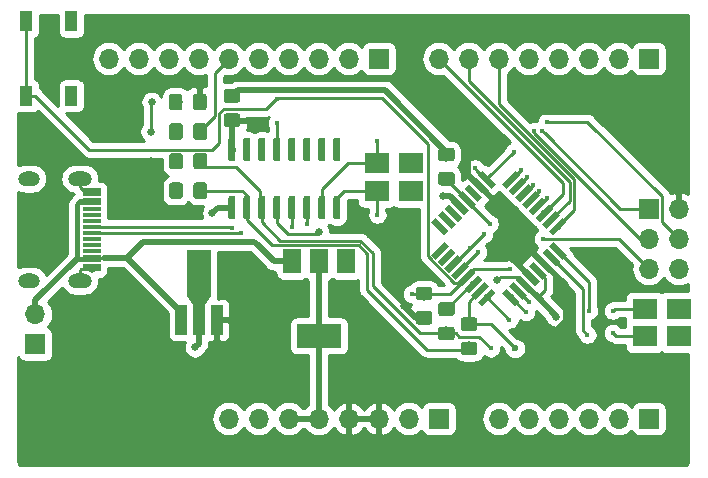
<source format=gbr>
%TF.GenerationSoftware,KiCad,Pcbnew,(5.1.2-1)-1*%
%TF.CreationDate,2019-12-21T14:34:47+05:30*%
%TF.ProjectId,Uno Panel,556e6f20-5061-46e6-956c-2e6b69636164,rev?*%
%TF.SameCoordinates,Original*%
%TF.FileFunction,Copper,L1,Top*%
%TF.FilePolarity,Positive*%
%FSLAX46Y46*%
G04 Gerber Fmt 4.6, Leading zero omitted, Abs format (unit mm)*
G04 Created by KiCad (PCBNEW (5.1.2-1)-1) date 2019-12-21 14:34:47*
%MOMM*%
%LPD*%
G04 APERTURE LIST*
%TA.AperFunction,ComponentPad*%
%ADD10O,1.700000X1.700000*%
%TD*%
%TA.AperFunction,ComponentPad*%
%ADD11R,1.700000X1.700000*%
%TD*%
%TA.AperFunction,ComponentPad*%
%ADD12O,2.032000X1.270000*%
%TD*%
%TA.AperFunction,ComponentPad*%
%ADD13O,1.828800X1.270000*%
%TD*%
%TA.AperFunction,SMDPad,CuDef*%
%ADD14R,1.524000X0.299974*%
%TD*%
%TA.AperFunction,Conductor*%
%ADD15C,0.100000*%
%TD*%
%TA.AperFunction,SMDPad,CuDef*%
%ADD16C,1.150000*%
%TD*%
%TA.AperFunction,SMDPad,CuDef*%
%ADD17R,1.000000X1.700000*%
%TD*%
%TA.AperFunction,SMDPad,CuDef*%
%ADD18R,1.000000X2.500000*%
%TD*%
%TA.AperFunction,SMDPad,CuDef*%
%ADD19R,2.000000X4.000000*%
%TD*%
%TA.AperFunction,SMDPad,CuDef*%
%ADD20C,0.750000*%
%TD*%
%TA.AperFunction,SMDPad,CuDef*%
%ADD21R,3.800000X2.000000*%
%TD*%
%TA.AperFunction,SMDPad,CuDef*%
%ADD22R,1.500000X2.000000*%
%TD*%
%TA.AperFunction,SMDPad,CuDef*%
%ADD23C,0.600000*%
%TD*%
%TA.AperFunction,SMDPad,CuDef*%
%ADD24R,2.100000X1.800000*%
%TD*%
%TA.AperFunction,SMDPad,CuDef*%
%ADD25C,0.550000*%
%TD*%
%TA.AperFunction,ViaPad*%
%ADD26C,0.635000*%
%TD*%
%TA.AperFunction,ViaPad*%
%ADD27C,0.450000*%
%TD*%
%TA.AperFunction,ViaPad*%
%ADD28C,0.600000*%
%TD*%
%TA.AperFunction,Conductor*%
%ADD29C,0.508000*%
%TD*%
%TA.AperFunction,Conductor*%
%ADD30C,0.254000*%
%TD*%
G04 APERTURE END LIST*
D10*
%TO.P,J6,2*%
%TO.N,+VSW*%
X14100000Y-171500000D03*
D11*
%TO.P,J6,1*%
%TO.N,GNDREF*%
X14100000Y-174040000D03*
%TD*%
%TO.P,J1,1*%
%TO.N,GNDREF*%
X48260000Y-180340000D03*
D10*
%TO.P,J1,2*%
X45720000Y-180340000D03*
%TO.P,J1,3*%
%TO.N,+5V*%
X43180000Y-180340000D03*
%TO.P,J1,4*%
X40640000Y-180340000D03*
%TO.P,J1,5*%
%TO.N,+3V3*%
X38100000Y-180340000D03*
%TO.P,J1,6*%
X35560000Y-180340000D03*
%TO.P,J1,7*%
%TO.N,RST*%
X33020000Y-180340000D03*
%TO.P,J1,8*%
%TO.N,GNDREF*%
X30480000Y-180340000D03*
%TD*%
D11*
%TO.P,J2,1*%
%TO.N,D12*%
X66040000Y-162560000D03*
D10*
%TO.P,J2,2*%
%TO.N,+5V*%
X68580000Y-162560000D03*
%TO.P,J2,3*%
%TO.N,D13*%
X66040000Y-165100000D03*
%TO.P,J2,4*%
%TO.N,D11*%
X68580000Y-165100000D03*
%TO.P,J2,5*%
%TO.N,RST*%
X66040000Y-167640000D03*
%TO.P,J2,6*%
%TO.N,GNDREF*%
X68580000Y-167640000D03*
%TD*%
D11*
%TO.P,J3,1*%
%TO.N,D8*%
X43180000Y-149860000D03*
D10*
%TO.P,J3,2*%
%TO.N,D9*%
X40640000Y-149860000D03*
%TO.P,J3,3*%
%TO.N,D10*%
X38100000Y-149860000D03*
%TO.P,J3,4*%
%TO.N,D11*%
X35560000Y-149860000D03*
%TO.P,J3,5*%
%TO.N,D12*%
X33020000Y-149860000D03*
%TO.P,J3,6*%
%TO.N,D13*%
X30480000Y-149860000D03*
%TO.P,J3,7*%
%TO.N,GNDREF*%
X27940000Y-149860000D03*
%TO.P,J3,8*%
%TO.N,AREF*%
X25400000Y-149860000D03*
%TO.P,J3,9*%
%TO.N,AD4_SDA*%
X22860000Y-149860000D03*
%TO.P,J3,10*%
%TO.N,AD5_SCL*%
X20320000Y-149860000D03*
%TD*%
D11*
%TO.P,J4,1*%
%TO.N,AD0*%
X66040000Y-180340000D03*
D10*
%TO.P,J4,2*%
%TO.N,AD1*%
X63500000Y-180340000D03*
%TO.P,J4,3*%
%TO.N,AD2*%
X60960000Y-180340000D03*
%TO.P,J4,4*%
%TO.N,AD3*%
X58420000Y-180340000D03*
%TO.P,J4,5*%
%TO.N,AD4_SDA*%
X55880000Y-180340000D03*
%TO.P,J4,6*%
%TO.N,AD5_SCL*%
X53340000Y-180340000D03*
%TD*%
D11*
%TO.P,J5,1*%
%TO.N,D0*%
X66040000Y-149860000D03*
D10*
%TO.P,J5,2*%
%TO.N,D1*%
X63500000Y-149860000D03*
%TO.P,J5,3*%
%TO.N,D2*%
X60960000Y-149860000D03*
%TO.P,J5,4*%
%TO.N,D3*%
X58420000Y-149860000D03*
%TO.P,J5,5*%
%TO.N,D4*%
X55880000Y-149860000D03*
%TO.P,J5,6*%
%TO.N,D5*%
X53340000Y-149860000D03*
%TO.P,J5,7*%
%TO.N,D6*%
X50800000Y-149860000D03*
%TO.P,J5,8*%
%TO.N,D7*%
X48260000Y-149860000D03*
%TD*%
D12*
%TO.P,P1,S1*%
%TO.N,GNDREF*%
X17858000Y-168656000D03*
D13*
X13540000Y-168656000D03*
D12*
X17858000Y-160020000D03*
D13*
X13540000Y-160020000D03*
D14*
%TO.P,P1,A1*%
X18874000Y-160972500D03*
%TO.P,P1,B12*%
X18874000Y-161290000D03*
%TO.P,P1,A4*%
%TO.N,+VSW*%
X18874000Y-161861500D03*
%TO.P,P1,B9*%
X18874000Y-162115500D03*
%TO.P,P1,A8*%
%TO.N,Net-(P1-PadA8)*%
X18874000Y-162623500D03*
%TO.P,P1,A5*%
%TO.N,Net-(P1-PadA5)*%
X18874000Y-163131500D03*
%TO.P,P1,B7*%
%TO.N,N/C*%
X18874000Y-163639500D03*
%TO.P,P1,A6*%
%TO.N,D+*%
X18874000Y-164147500D03*
%TO.P,P1,A7*%
%TO.N,D-*%
X18874000Y-164655500D03*
%TO.P,P1,B6*%
%TO.N,N/C*%
X18874000Y-165163500D03*
%TO.P,P1,B8*%
%TO.N,Net-(P1-PadB8)*%
X18874000Y-165671500D03*
%TO.P,P1,B5*%
%TO.N,Net-(P1-PadB5)*%
X18874000Y-166179500D03*
%TO.P,P1,B4*%
%TO.N,+VSW*%
X18874000Y-166687500D03*
%TO.P,P1,A9*%
X18874000Y-166941500D03*
%TO.P,P1,B1*%
%TO.N,GNDREF*%
X18874000Y-167449500D03*
%TO.P,P1,A12*%
X18874000Y-167703500D03*
%TD*%
D15*
%TO.N,+5V*%
%TO.C,R1*%
G36*
X47464505Y-171229204D02*
G01*
X47488773Y-171232804D01*
X47512572Y-171238765D01*
X47535671Y-171247030D01*
X47557850Y-171257520D01*
X47578893Y-171270132D01*
X47598599Y-171284747D01*
X47616777Y-171301223D01*
X47633253Y-171319401D01*
X47647868Y-171339107D01*
X47660480Y-171360150D01*
X47670970Y-171382329D01*
X47679235Y-171405428D01*
X47685196Y-171429227D01*
X47688796Y-171453495D01*
X47690000Y-171477999D01*
X47690000Y-172128001D01*
X47688796Y-172152505D01*
X47685196Y-172176773D01*
X47679235Y-172200572D01*
X47670970Y-172223671D01*
X47660480Y-172245850D01*
X47647868Y-172266893D01*
X47633253Y-172286599D01*
X47616777Y-172304777D01*
X47598599Y-172321253D01*
X47578893Y-172335868D01*
X47557850Y-172348480D01*
X47535671Y-172358970D01*
X47512572Y-172367235D01*
X47488773Y-172373196D01*
X47464505Y-172376796D01*
X47440001Y-172378000D01*
X46539999Y-172378000D01*
X46515495Y-172376796D01*
X46491227Y-172373196D01*
X46467428Y-172367235D01*
X46444329Y-172358970D01*
X46422150Y-172348480D01*
X46401107Y-172335868D01*
X46381401Y-172321253D01*
X46363223Y-172304777D01*
X46346747Y-172286599D01*
X46332132Y-172266893D01*
X46319520Y-172245850D01*
X46309030Y-172223671D01*
X46300765Y-172200572D01*
X46294804Y-172176773D01*
X46291204Y-172152505D01*
X46290000Y-172128001D01*
X46290000Y-171477999D01*
X46291204Y-171453495D01*
X46294804Y-171429227D01*
X46300765Y-171405428D01*
X46309030Y-171382329D01*
X46319520Y-171360150D01*
X46332132Y-171339107D01*
X46346747Y-171319401D01*
X46363223Y-171301223D01*
X46381401Y-171284747D01*
X46401107Y-171270132D01*
X46422150Y-171257520D01*
X46444329Y-171247030D01*
X46467428Y-171238765D01*
X46491227Y-171232804D01*
X46515495Y-171229204D01*
X46539999Y-171228000D01*
X47440001Y-171228000D01*
X47464505Y-171229204D01*
X47464505Y-171229204D01*
G37*
D16*
%TD*%
%TO.P,R1,1*%
%TO.N,+5V*%
X46990000Y-171803000D03*
D15*
%TO.N,RST*%
%TO.C,R1*%
G36*
X47464505Y-169179204D02*
G01*
X47488773Y-169182804D01*
X47512572Y-169188765D01*
X47535671Y-169197030D01*
X47557850Y-169207520D01*
X47578893Y-169220132D01*
X47598599Y-169234747D01*
X47616777Y-169251223D01*
X47633253Y-169269401D01*
X47647868Y-169289107D01*
X47660480Y-169310150D01*
X47670970Y-169332329D01*
X47679235Y-169355428D01*
X47685196Y-169379227D01*
X47688796Y-169403495D01*
X47690000Y-169427999D01*
X47690000Y-170078001D01*
X47688796Y-170102505D01*
X47685196Y-170126773D01*
X47679235Y-170150572D01*
X47670970Y-170173671D01*
X47660480Y-170195850D01*
X47647868Y-170216893D01*
X47633253Y-170236599D01*
X47616777Y-170254777D01*
X47598599Y-170271253D01*
X47578893Y-170285868D01*
X47557850Y-170298480D01*
X47535671Y-170308970D01*
X47512572Y-170317235D01*
X47488773Y-170323196D01*
X47464505Y-170326796D01*
X47440001Y-170328000D01*
X46539999Y-170328000D01*
X46515495Y-170326796D01*
X46491227Y-170323196D01*
X46467428Y-170317235D01*
X46444329Y-170308970D01*
X46422150Y-170298480D01*
X46401107Y-170285868D01*
X46381401Y-170271253D01*
X46363223Y-170254777D01*
X46346747Y-170236599D01*
X46332132Y-170216893D01*
X46319520Y-170195850D01*
X46309030Y-170173671D01*
X46300765Y-170150572D01*
X46294804Y-170126773D01*
X46291204Y-170102505D01*
X46290000Y-170078001D01*
X46290000Y-169427999D01*
X46291204Y-169403495D01*
X46294804Y-169379227D01*
X46300765Y-169355428D01*
X46309030Y-169332329D01*
X46319520Y-169310150D01*
X46332132Y-169289107D01*
X46346747Y-169269401D01*
X46363223Y-169251223D01*
X46381401Y-169234747D01*
X46401107Y-169220132D01*
X46422150Y-169207520D01*
X46444329Y-169197030D01*
X46467428Y-169188765D01*
X46491227Y-169182804D01*
X46515495Y-169179204D01*
X46539999Y-169178000D01*
X47440001Y-169178000D01*
X47464505Y-169179204D01*
X47464505Y-169179204D01*
G37*
D16*
%TD*%
%TO.P,R1,2*%
%TO.N,RST*%
X46990000Y-169753000D03*
D15*
%TO.N,D0*%
%TO.C,R5*%
G36*
X49369505Y-170495204D02*
G01*
X49393773Y-170498804D01*
X49417572Y-170504765D01*
X49440671Y-170513030D01*
X49462850Y-170523520D01*
X49483893Y-170536132D01*
X49503599Y-170550747D01*
X49521777Y-170567223D01*
X49538253Y-170585401D01*
X49552868Y-170605107D01*
X49565480Y-170626150D01*
X49575970Y-170648329D01*
X49584235Y-170671428D01*
X49590196Y-170695227D01*
X49593796Y-170719495D01*
X49595000Y-170743999D01*
X49595000Y-171394001D01*
X49593796Y-171418505D01*
X49590196Y-171442773D01*
X49584235Y-171466572D01*
X49575970Y-171489671D01*
X49565480Y-171511850D01*
X49552868Y-171532893D01*
X49538253Y-171552599D01*
X49521777Y-171570777D01*
X49503599Y-171587253D01*
X49483893Y-171601868D01*
X49462850Y-171614480D01*
X49440671Y-171624970D01*
X49417572Y-171633235D01*
X49393773Y-171639196D01*
X49369505Y-171642796D01*
X49345001Y-171644000D01*
X48444999Y-171644000D01*
X48420495Y-171642796D01*
X48396227Y-171639196D01*
X48372428Y-171633235D01*
X48349329Y-171624970D01*
X48327150Y-171614480D01*
X48306107Y-171601868D01*
X48286401Y-171587253D01*
X48268223Y-171570777D01*
X48251747Y-171552599D01*
X48237132Y-171532893D01*
X48224520Y-171511850D01*
X48214030Y-171489671D01*
X48205765Y-171466572D01*
X48199804Y-171442773D01*
X48196204Y-171418505D01*
X48195000Y-171394001D01*
X48195000Y-170743999D01*
X48196204Y-170719495D01*
X48199804Y-170695227D01*
X48205765Y-170671428D01*
X48214030Y-170648329D01*
X48224520Y-170626150D01*
X48237132Y-170605107D01*
X48251747Y-170585401D01*
X48268223Y-170567223D01*
X48286401Y-170550747D01*
X48306107Y-170536132D01*
X48327150Y-170523520D01*
X48349329Y-170513030D01*
X48372428Y-170504765D01*
X48396227Y-170498804D01*
X48420495Y-170495204D01*
X48444999Y-170494000D01*
X49345001Y-170494000D01*
X49369505Y-170495204D01*
X49369505Y-170495204D01*
G37*
D16*
%TD*%
%TO.P,R5,1*%
%TO.N,D0*%
X48895000Y-171069000D03*
D15*
%TO.N,Rx*%
%TO.C,R5*%
G36*
X49369505Y-172545204D02*
G01*
X49393773Y-172548804D01*
X49417572Y-172554765D01*
X49440671Y-172563030D01*
X49462850Y-172573520D01*
X49483893Y-172586132D01*
X49503599Y-172600747D01*
X49521777Y-172617223D01*
X49538253Y-172635401D01*
X49552868Y-172655107D01*
X49565480Y-172676150D01*
X49575970Y-172698329D01*
X49584235Y-172721428D01*
X49590196Y-172745227D01*
X49593796Y-172769495D01*
X49595000Y-172793999D01*
X49595000Y-173444001D01*
X49593796Y-173468505D01*
X49590196Y-173492773D01*
X49584235Y-173516572D01*
X49575970Y-173539671D01*
X49565480Y-173561850D01*
X49552868Y-173582893D01*
X49538253Y-173602599D01*
X49521777Y-173620777D01*
X49503599Y-173637253D01*
X49483893Y-173651868D01*
X49462850Y-173664480D01*
X49440671Y-173674970D01*
X49417572Y-173683235D01*
X49393773Y-173689196D01*
X49369505Y-173692796D01*
X49345001Y-173694000D01*
X48444999Y-173694000D01*
X48420495Y-173692796D01*
X48396227Y-173689196D01*
X48372428Y-173683235D01*
X48349329Y-173674970D01*
X48327150Y-173664480D01*
X48306107Y-173651868D01*
X48286401Y-173637253D01*
X48268223Y-173620777D01*
X48251747Y-173602599D01*
X48237132Y-173582893D01*
X48224520Y-173561850D01*
X48214030Y-173539671D01*
X48205765Y-173516572D01*
X48199804Y-173492773D01*
X48196204Y-173468505D01*
X48195000Y-173444001D01*
X48195000Y-172793999D01*
X48196204Y-172769495D01*
X48199804Y-172745227D01*
X48205765Y-172721428D01*
X48214030Y-172698329D01*
X48224520Y-172676150D01*
X48237132Y-172655107D01*
X48251747Y-172635401D01*
X48268223Y-172617223D01*
X48286401Y-172600747D01*
X48306107Y-172586132D01*
X48327150Y-172573520D01*
X48349329Y-172563030D01*
X48372428Y-172554765D01*
X48396227Y-172548804D01*
X48420495Y-172545204D01*
X48444999Y-172544000D01*
X49345001Y-172544000D01*
X49369505Y-172545204D01*
X49369505Y-172545204D01*
G37*
D16*
%TD*%
%TO.P,R5,2*%
%TO.N,Rx*%
X48895000Y-173119000D03*
D15*
%TO.N,D1*%
%TO.C,R6*%
G36*
X51274505Y-171765204D02*
G01*
X51298773Y-171768804D01*
X51322572Y-171774765D01*
X51345671Y-171783030D01*
X51367850Y-171793520D01*
X51388893Y-171806132D01*
X51408599Y-171820747D01*
X51426777Y-171837223D01*
X51443253Y-171855401D01*
X51457868Y-171875107D01*
X51470480Y-171896150D01*
X51480970Y-171918329D01*
X51489235Y-171941428D01*
X51495196Y-171965227D01*
X51498796Y-171989495D01*
X51500000Y-172013999D01*
X51500000Y-172664001D01*
X51498796Y-172688505D01*
X51495196Y-172712773D01*
X51489235Y-172736572D01*
X51480970Y-172759671D01*
X51470480Y-172781850D01*
X51457868Y-172802893D01*
X51443253Y-172822599D01*
X51426777Y-172840777D01*
X51408599Y-172857253D01*
X51388893Y-172871868D01*
X51367850Y-172884480D01*
X51345671Y-172894970D01*
X51322572Y-172903235D01*
X51298773Y-172909196D01*
X51274505Y-172912796D01*
X51250001Y-172914000D01*
X50349999Y-172914000D01*
X50325495Y-172912796D01*
X50301227Y-172909196D01*
X50277428Y-172903235D01*
X50254329Y-172894970D01*
X50232150Y-172884480D01*
X50211107Y-172871868D01*
X50191401Y-172857253D01*
X50173223Y-172840777D01*
X50156747Y-172822599D01*
X50142132Y-172802893D01*
X50129520Y-172781850D01*
X50119030Y-172759671D01*
X50110765Y-172736572D01*
X50104804Y-172712773D01*
X50101204Y-172688505D01*
X50100000Y-172664001D01*
X50100000Y-172013999D01*
X50101204Y-171989495D01*
X50104804Y-171965227D01*
X50110765Y-171941428D01*
X50119030Y-171918329D01*
X50129520Y-171896150D01*
X50142132Y-171875107D01*
X50156747Y-171855401D01*
X50173223Y-171837223D01*
X50191401Y-171820747D01*
X50211107Y-171806132D01*
X50232150Y-171793520D01*
X50254329Y-171783030D01*
X50277428Y-171774765D01*
X50301227Y-171768804D01*
X50325495Y-171765204D01*
X50349999Y-171764000D01*
X51250001Y-171764000D01*
X51274505Y-171765204D01*
X51274505Y-171765204D01*
G37*
D16*
%TD*%
%TO.P,R6,1*%
%TO.N,D1*%
X50800000Y-172339000D03*
D15*
%TO.N,Tx*%
%TO.C,R6*%
G36*
X51274505Y-173815204D02*
G01*
X51298773Y-173818804D01*
X51322572Y-173824765D01*
X51345671Y-173833030D01*
X51367850Y-173843520D01*
X51388893Y-173856132D01*
X51408599Y-173870747D01*
X51426777Y-173887223D01*
X51443253Y-173905401D01*
X51457868Y-173925107D01*
X51470480Y-173946150D01*
X51480970Y-173968329D01*
X51489235Y-173991428D01*
X51495196Y-174015227D01*
X51498796Y-174039495D01*
X51500000Y-174063999D01*
X51500000Y-174714001D01*
X51498796Y-174738505D01*
X51495196Y-174762773D01*
X51489235Y-174786572D01*
X51480970Y-174809671D01*
X51470480Y-174831850D01*
X51457868Y-174852893D01*
X51443253Y-174872599D01*
X51426777Y-174890777D01*
X51408599Y-174907253D01*
X51388893Y-174921868D01*
X51367850Y-174934480D01*
X51345671Y-174944970D01*
X51322572Y-174953235D01*
X51298773Y-174959196D01*
X51274505Y-174962796D01*
X51250001Y-174964000D01*
X50349999Y-174964000D01*
X50325495Y-174962796D01*
X50301227Y-174959196D01*
X50277428Y-174953235D01*
X50254329Y-174944970D01*
X50232150Y-174934480D01*
X50211107Y-174921868D01*
X50191401Y-174907253D01*
X50173223Y-174890777D01*
X50156747Y-174872599D01*
X50142132Y-174852893D01*
X50129520Y-174831850D01*
X50119030Y-174809671D01*
X50110765Y-174786572D01*
X50104804Y-174762773D01*
X50101204Y-174738505D01*
X50100000Y-174714001D01*
X50100000Y-174063999D01*
X50101204Y-174039495D01*
X50104804Y-174015227D01*
X50110765Y-173991428D01*
X50119030Y-173968329D01*
X50129520Y-173946150D01*
X50142132Y-173925107D01*
X50156747Y-173905401D01*
X50173223Y-173887223D01*
X50191401Y-173870747D01*
X50211107Y-173856132D01*
X50232150Y-173843520D01*
X50254329Y-173833030D01*
X50277428Y-173824765D01*
X50301227Y-173818804D01*
X50325495Y-173815204D01*
X50349999Y-173814000D01*
X51250001Y-173814000D01*
X51274505Y-173815204D01*
X51274505Y-173815204D01*
G37*
D16*
%TD*%
%TO.P,R6,2*%
%TO.N,Tx*%
X50800000Y-174389000D03*
D17*
%TO.P,RST1,1*%
%TO.N,RST*%
X13340000Y-153010000D03*
X13340000Y-146710000D03*
%TO.P,RST1,2*%
%TO.N,GNDREF*%
X17140000Y-153010000D03*
X17140000Y-146710000D03*
%TD*%
D18*
%TO.P,U1,1*%
%TO.N,+VSW*%
X26440000Y-171981000D03*
%TO.P,U1,2*%
%TO.N,GNDREF*%
X27940000Y-171981000D03*
%TO.P,U1,3*%
%TO.N,+5V*%
X29440000Y-171981000D03*
D19*
%TO.P,U1,2*%
%TO.N,GNDREF*%
X27940000Y-168021000D03*
D20*
X27940000Y-170371000D03*
D15*
%TD*%
%TO.N,GNDREF*%
%TO.C,U1*%
G36*
X28940000Y-169996000D02*
G01*
X28440000Y-170746000D01*
X27440000Y-170746000D01*
X26940000Y-169996000D01*
X28940000Y-169996000D01*
X28940000Y-169996000D01*
G37*
D21*
%TO.P,U2,2*%
%TO.N,+3V3*%
X38100000Y-173330000D03*
D22*
X38100000Y-167030000D03*
%TO.P,U2,3*%
%TO.N,+VSW*%
X35800000Y-167030000D03*
%TO.P,U2,1*%
%TO.N,GNDREF*%
X40400000Y-167030000D03*
%TD*%
D15*
%TO.N,GNDREF*%
%TO.C,U3*%
G36*
X30898703Y-161515722D02*
G01*
X30913264Y-161517882D01*
X30927543Y-161521459D01*
X30941403Y-161526418D01*
X30954710Y-161532712D01*
X30967336Y-161540280D01*
X30979159Y-161549048D01*
X30990066Y-161558934D01*
X30999952Y-161569841D01*
X31008720Y-161581664D01*
X31016288Y-161594290D01*
X31022582Y-161607597D01*
X31027541Y-161621457D01*
X31031118Y-161635736D01*
X31033278Y-161650297D01*
X31034000Y-161665000D01*
X31034000Y-163315000D01*
X31033278Y-163329703D01*
X31031118Y-163344264D01*
X31027541Y-163358543D01*
X31022582Y-163372403D01*
X31016288Y-163385710D01*
X31008720Y-163398336D01*
X30999952Y-163410159D01*
X30990066Y-163421066D01*
X30979159Y-163430952D01*
X30967336Y-163439720D01*
X30954710Y-163447288D01*
X30941403Y-163453582D01*
X30927543Y-163458541D01*
X30913264Y-163462118D01*
X30898703Y-163464278D01*
X30884000Y-163465000D01*
X30584000Y-163465000D01*
X30569297Y-163464278D01*
X30554736Y-163462118D01*
X30540457Y-163458541D01*
X30526597Y-163453582D01*
X30513290Y-163447288D01*
X30500664Y-163439720D01*
X30488841Y-163430952D01*
X30477934Y-163421066D01*
X30468048Y-163410159D01*
X30459280Y-163398336D01*
X30451712Y-163385710D01*
X30445418Y-163372403D01*
X30440459Y-163358543D01*
X30436882Y-163344264D01*
X30434722Y-163329703D01*
X30434000Y-163315000D01*
X30434000Y-161665000D01*
X30434722Y-161650297D01*
X30436882Y-161635736D01*
X30440459Y-161621457D01*
X30445418Y-161607597D01*
X30451712Y-161594290D01*
X30459280Y-161581664D01*
X30468048Y-161569841D01*
X30477934Y-161558934D01*
X30488841Y-161549048D01*
X30500664Y-161540280D01*
X30513290Y-161532712D01*
X30526597Y-161526418D01*
X30540457Y-161521459D01*
X30554736Y-161517882D01*
X30569297Y-161515722D01*
X30584000Y-161515000D01*
X30884000Y-161515000D01*
X30898703Y-161515722D01*
X30898703Y-161515722D01*
G37*
D23*
%TD*%
%TO.P,U3,1*%
%TO.N,GNDREF*%
X30734000Y-162490000D03*
D15*
%TO.N,Tx*%
%TO.C,U3*%
G36*
X32168703Y-161515722D02*
G01*
X32183264Y-161517882D01*
X32197543Y-161521459D01*
X32211403Y-161526418D01*
X32224710Y-161532712D01*
X32237336Y-161540280D01*
X32249159Y-161549048D01*
X32260066Y-161558934D01*
X32269952Y-161569841D01*
X32278720Y-161581664D01*
X32286288Y-161594290D01*
X32292582Y-161607597D01*
X32297541Y-161621457D01*
X32301118Y-161635736D01*
X32303278Y-161650297D01*
X32304000Y-161665000D01*
X32304000Y-163315000D01*
X32303278Y-163329703D01*
X32301118Y-163344264D01*
X32297541Y-163358543D01*
X32292582Y-163372403D01*
X32286288Y-163385710D01*
X32278720Y-163398336D01*
X32269952Y-163410159D01*
X32260066Y-163421066D01*
X32249159Y-163430952D01*
X32237336Y-163439720D01*
X32224710Y-163447288D01*
X32211403Y-163453582D01*
X32197543Y-163458541D01*
X32183264Y-163462118D01*
X32168703Y-163464278D01*
X32154000Y-163465000D01*
X31854000Y-163465000D01*
X31839297Y-163464278D01*
X31824736Y-163462118D01*
X31810457Y-163458541D01*
X31796597Y-163453582D01*
X31783290Y-163447288D01*
X31770664Y-163439720D01*
X31758841Y-163430952D01*
X31747934Y-163421066D01*
X31738048Y-163410159D01*
X31729280Y-163398336D01*
X31721712Y-163385710D01*
X31715418Y-163372403D01*
X31710459Y-163358543D01*
X31706882Y-163344264D01*
X31704722Y-163329703D01*
X31704000Y-163315000D01*
X31704000Y-161665000D01*
X31704722Y-161650297D01*
X31706882Y-161635736D01*
X31710459Y-161621457D01*
X31715418Y-161607597D01*
X31721712Y-161594290D01*
X31729280Y-161581664D01*
X31738048Y-161569841D01*
X31747934Y-161558934D01*
X31758841Y-161549048D01*
X31770664Y-161540280D01*
X31783290Y-161532712D01*
X31796597Y-161526418D01*
X31810457Y-161521459D01*
X31824736Y-161517882D01*
X31839297Y-161515722D01*
X31854000Y-161515000D01*
X32154000Y-161515000D01*
X32168703Y-161515722D01*
X32168703Y-161515722D01*
G37*
D23*
%TD*%
%TO.P,U3,2*%
%TO.N,Tx*%
X32004000Y-162490000D03*
D15*
%TO.N,Rx*%
%TO.C,U3*%
G36*
X33438703Y-161515722D02*
G01*
X33453264Y-161517882D01*
X33467543Y-161521459D01*
X33481403Y-161526418D01*
X33494710Y-161532712D01*
X33507336Y-161540280D01*
X33519159Y-161549048D01*
X33530066Y-161558934D01*
X33539952Y-161569841D01*
X33548720Y-161581664D01*
X33556288Y-161594290D01*
X33562582Y-161607597D01*
X33567541Y-161621457D01*
X33571118Y-161635736D01*
X33573278Y-161650297D01*
X33574000Y-161665000D01*
X33574000Y-163315000D01*
X33573278Y-163329703D01*
X33571118Y-163344264D01*
X33567541Y-163358543D01*
X33562582Y-163372403D01*
X33556288Y-163385710D01*
X33548720Y-163398336D01*
X33539952Y-163410159D01*
X33530066Y-163421066D01*
X33519159Y-163430952D01*
X33507336Y-163439720D01*
X33494710Y-163447288D01*
X33481403Y-163453582D01*
X33467543Y-163458541D01*
X33453264Y-163462118D01*
X33438703Y-163464278D01*
X33424000Y-163465000D01*
X33124000Y-163465000D01*
X33109297Y-163464278D01*
X33094736Y-163462118D01*
X33080457Y-163458541D01*
X33066597Y-163453582D01*
X33053290Y-163447288D01*
X33040664Y-163439720D01*
X33028841Y-163430952D01*
X33017934Y-163421066D01*
X33008048Y-163410159D01*
X32999280Y-163398336D01*
X32991712Y-163385710D01*
X32985418Y-163372403D01*
X32980459Y-163358543D01*
X32976882Y-163344264D01*
X32974722Y-163329703D01*
X32974000Y-163315000D01*
X32974000Y-161665000D01*
X32974722Y-161650297D01*
X32976882Y-161635736D01*
X32980459Y-161621457D01*
X32985418Y-161607597D01*
X32991712Y-161594290D01*
X32999280Y-161581664D01*
X33008048Y-161569841D01*
X33017934Y-161558934D01*
X33028841Y-161549048D01*
X33040664Y-161540280D01*
X33053290Y-161532712D01*
X33066597Y-161526418D01*
X33080457Y-161521459D01*
X33094736Y-161517882D01*
X33109297Y-161515722D01*
X33124000Y-161515000D01*
X33424000Y-161515000D01*
X33438703Y-161515722D01*
X33438703Y-161515722D01*
G37*
D23*
%TD*%
%TO.P,U3,3*%
%TO.N,Rx*%
X33274000Y-162490000D03*
D15*
%TO.N,+3V3*%
%TO.C,U3*%
G36*
X34708703Y-161515722D02*
G01*
X34723264Y-161517882D01*
X34737543Y-161521459D01*
X34751403Y-161526418D01*
X34764710Y-161532712D01*
X34777336Y-161540280D01*
X34789159Y-161549048D01*
X34800066Y-161558934D01*
X34809952Y-161569841D01*
X34818720Y-161581664D01*
X34826288Y-161594290D01*
X34832582Y-161607597D01*
X34837541Y-161621457D01*
X34841118Y-161635736D01*
X34843278Y-161650297D01*
X34844000Y-161665000D01*
X34844000Y-163315000D01*
X34843278Y-163329703D01*
X34841118Y-163344264D01*
X34837541Y-163358543D01*
X34832582Y-163372403D01*
X34826288Y-163385710D01*
X34818720Y-163398336D01*
X34809952Y-163410159D01*
X34800066Y-163421066D01*
X34789159Y-163430952D01*
X34777336Y-163439720D01*
X34764710Y-163447288D01*
X34751403Y-163453582D01*
X34737543Y-163458541D01*
X34723264Y-163462118D01*
X34708703Y-163464278D01*
X34694000Y-163465000D01*
X34394000Y-163465000D01*
X34379297Y-163464278D01*
X34364736Y-163462118D01*
X34350457Y-163458541D01*
X34336597Y-163453582D01*
X34323290Y-163447288D01*
X34310664Y-163439720D01*
X34298841Y-163430952D01*
X34287934Y-163421066D01*
X34278048Y-163410159D01*
X34269280Y-163398336D01*
X34261712Y-163385710D01*
X34255418Y-163372403D01*
X34250459Y-163358543D01*
X34246882Y-163344264D01*
X34244722Y-163329703D01*
X34244000Y-163315000D01*
X34244000Y-161665000D01*
X34244722Y-161650297D01*
X34246882Y-161635736D01*
X34250459Y-161621457D01*
X34255418Y-161607597D01*
X34261712Y-161594290D01*
X34269280Y-161581664D01*
X34278048Y-161569841D01*
X34287934Y-161558934D01*
X34298841Y-161549048D01*
X34310664Y-161540280D01*
X34323290Y-161532712D01*
X34336597Y-161526418D01*
X34350457Y-161521459D01*
X34364736Y-161517882D01*
X34379297Y-161515722D01*
X34394000Y-161515000D01*
X34694000Y-161515000D01*
X34708703Y-161515722D01*
X34708703Y-161515722D01*
G37*
D23*
%TD*%
%TO.P,U3,4*%
%TO.N,+3V3*%
X34544000Y-162490000D03*
D15*
%TO.N,D+*%
%TO.C,U3*%
G36*
X35978703Y-161515722D02*
G01*
X35993264Y-161517882D01*
X36007543Y-161521459D01*
X36021403Y-161526418D01*
X36034710Y-161532712D01*
X36047336Y-161540280D01*
X36059159Y-161549048D01*
X36070066Y-161558934D01*
X36079952Y-161569841D01*
X36088720Y-161581664D01*
X36096288Y-161594290D01*
X36102582Y-161607597D01*
X36107541Y-161621457D01*
X36111118Y-161635736D01*
X36113278Y-161650297D01*
X36114000Y-161665000D01*
X36114000Y-163315000D01*
X36113278Y-163329703D01*
X36111118Y-163344264D01*
X36107541Y-163358543D01*
X36102582Y-163372403D01*
X36096288Y-163385710D01*
X36088720Y-163398336D01*
X36079952Y-163410159D01*
X36070066Y-163421066D01*
X36059159Y-163430952D01*
X36047336Y-163439720D01*
X36034710Y-163447288D01*
X36021403Y-163453582D01*
X36007543Y-163458541D01*
X35993264Y-163462118D01*
X35978703Y-163464278D01*
X35964000Y-163465000D01*
X35664000Y-163465000D01*
X35649297Y-163464278D01*
X35634736Y-163462118D01*
X35620457Y-163458541D01*
X35606597Y-163453582D01*
X35593290Y-163447288D01*
X35580664Y-163439720D01*
X35568841Y-163430952D01*
X35557934Y-163421066D01*
X35548048Y-163410159D01*
X35539280Y-163398336D01*
X35531712Y-163385710D01*
X35525418Y-163372403D01*
X35520459Y-163358543D01*
X35516882Y-163344264D01*
X35514722Y-163329703D01*
X35514000Y-163315000D01*
X35514000Y-161665000D01*
X35514722Y-161650297D01*
X35516882Y-161635736D01*
X35520459Y-161621457D01*
X35525418Y-161607597D01*
X35531712Y-161594290D01*
X35539280Y-161581664D01*
X35548048Y-161569841D01*
X35557934Y-161558934D01*
X35568841Y-161549048D01*
X35580664Y-161540280D01*
X35593290Y-161532712D01*
X35606597Y-161526418D01*
X35620457Y-161521459D01*
X35634736Y-161517882D01*
X35649297Y-161515722D01*
X35664000Y-161515000D01*
X35964000Y-161515000D01*
X35978703Y-161515722D01*
X35978703Y-161515722D01*
G37*
D23*
%TD*%
%TO.P,U3,5*%
%TO.N,D+*%
X35814000Y-162490000D03*
D15*
%TO.N,D-*%
%TO.C,U3*%
G36*
X37248703Y-161515722D02*
G01*
X37263264Y-161517882D01*
X37277543Y-161521459D01*
X37291403Y-161526418D01*
X37304710Y-161532712D01*
X37317336Y-161540280D01*
X37329159Y-161549048D01*
X37340066Y-161558934D01*
X37349952Y-161569841D01*
X37358720Y-161581664D01*
X37366288Y-161594290D01*
X37372582Y-161607597D01*
X37377541Y-161621457D01*
X37381118Y-161635736D01*
X37383278Y-161650297D01*
X37384000Y-161665000D01*
X37384000Y-163315000D01*
X37383278Y-163329703D01*
X37381118Y-163344264D01*
X37377541Y-163358543D01*
X37372582Y-163372403D01*
X37366288Y-163385710D01*
X37358720Y-163398336D01*
X37349952Y-163410159D01*
X37340066Y-163421066D01*
X37329159Y-163430952D01*
X37317336Y-163439720D01*
X37304710Y-163447288D01*
X37291403Y-163453582D01*
X37277543Y-163458541D01*
X37263264Y-163462118D01*
X37248703Y-163464278D01*
X37234000Y-163465000D01*
X36934000Y-163465000D01*
X36919297Y-163464278D01*
X36904736Y-163462118D01*
X36890457Y-163458541D01*
X36876597Y-163453582D01*
X36863290Y-163447288D01*
X36850664Y-163439720D01*
X36838841Y-163430952D01*
X36827934Y-163421066D01*
X36818048Y-163410159D01*
X36809280Y-163398336D01*
X36801712Y-163385710D01*
X36795418Y-163372403D01*
X36790459Y-163358543D01*
X36786882Y-163344264D01*
X36784722Y-163329703D01*
X36784000Y-163315000D01*
X36784000Y-161665000D01*
X36784722Y-161650297D01*
X36786882Y-161635736D01*
X36790459Y-161621457D01*
X36795418Y-161607597D01*
X36801712Y-161594290D01*
X36809280Y-161581664D01*
X36818048Y-161569841D01*
X36827934Y-161558934D01*
X36838841Y-161549048D01*
X36850664Y-161540280D01*
X36863290Y-161532712D01*
X36876597Y-161526418D01*
X36890457Y-161521459D01*
X36904736Y-161517882D01*
X36919297Y-161515722D01*
X36934000Y-161515000D01*
X37234000Y-161515000D01*
X37248703Y-161515722D01*
X37248703Y-161515722D01*
G37*
D23*
%TD*%
%TO.P,U3,6*%
%TO.N,D-*%
X37084000Y-162490000D03*
D15*
%TO.N,Net-(C10-Pad1)*%
%TO.C,U3*%
G36*
X38518703Y-161515722D02*
G01*
X38533264Y-161517882D01*
X38547543Y-161521459D01*
X38561403Y-161526418D01*
X38574710Y-161532712D01*
X38587336Y-161540280D01*
X38599159Y-161549048D01*
X38610066Y-161558934D01*
X38619952Y-161569841D01*
X38628720Y-161581664D01*
X38636288Y-161594290D01*
X38642582Y-161607597D01*
X38647541Y-161621457D01*
X38651118Y-161635736D01*
X38653278Y-161650297D01*
X38654000Y-161665000D01*
X38654000Y-163315000D01*
X38653278Y-163329703D01*
X38651118Y-163344264D01*
X38647541Y-163358543D01*
X38642582Y-163372403D01*
X38636288Y-163385710D01*
X38628720Y-163398336D01*
X38619952Y-163410159D01*
X38610066Y-163421066D01*
X38599159Y-163430952D01*
X38587336Y-163439720D01*
X38574710Y-163447288D01*
X38561403Y-163453582D01*
X38547543Y-163458541D01*
X38533264Y-163462118D01*
X38518703Y-163464278D01*
X38504000Y-163465000D01*
X38204000Y-163465000D01*
X38189297Y-163464278D01*
X38174736Y-163462118D01*
X38160457Y-163458541D01*
X38146597Y-163453582D01*
X38133290Y-163447288D01*
X38120664Y-163439720D01*
X38108841Y-163430952D01*
X38097934Y-163421066D01*
X38088048Y-163410159D01*
X38079280Y-163398336D01*
X38071712Y-163385710D01*
X38065418Y-163372403D01*
X38060459Y-163358543D01*
X38056882Y-163344264D01*
X38054722Y-163329703D01*
X38054000Y-163315000D01*
X38054000Y-161665000D01*
X38054722Y-161650297D01*
X38056882Y-161635736D01*
X38060459Y-161621457D01*
X38065418Y-161607597D01*
X38071712Y-161594290D01*
X38079280Y-161581664D01*
X38088048Y-161569841D01*
X38097934Y-161558934D01*
X38108841Y-161549048D01*
X38120664Y-161540280D01*
X38133290Y-161532712D01*
X38146597Y-161526418D01*
X38160457Y-161521459D01*
X38174736Y-161517882D01*
X38189297Y-161515722D01*
X38204000Y-161515000D01*
X38504000Y-161515000D01*
X38518703Y-161515722D01*
X38518703Y-161515722D01*
G37*
D23*
%TD*%
%TO.P,U3,7*%
%TO.N,Net-(C10-Pad1)*%
X38354000Y-162490000D03*
D15*
%TO.N,Net-(C12-Pad2)*%
%TO.C,U3*%
G36*
X39788703Y-161515722D02*
G01*
X39803264Y-161517882D01*
X39817543Y-161521459D01*
X39831403Y-161526418D01*
X39844710Y-161532712D01*
X39857336Y-161540280D01*
X39869159Y-161549048D01*
X39880066Y-161558934D01*
X39889952Y-161569841D01*
X39898720Y-161581664D01*
X39906288Y-161594290D01*
X39912582Y-161607597D01*
X39917541Y-161621457D01*
X39921118Y-161635736D01*
X39923278Y-161650297D01*
X39924000Y-161665000D01*
X39924000Y-163315000D01*
X39923278Y-163329703D01*
X39921118Y-163344264D01*
X39917541Y-163358543D01*
X39912582Y-163372403D01*
X39906288Y-163385710D01*
X39898720Y-163398336D01*
X39889952Y-163410159D01*
X39880066Y-163421066D01*
X39869159Y-163430952D01*
X39857336Y-163439720D01*
X39844710Y-163447288D01*
X39831403Y-163453582D01*
X39817543Y-163458541D01*
X39803264Y-163462118D01*
X39788703Y-163464278D01*
X39774000Y-163465000D01*
X39474000Y-163465000D01*
X39459297Y-163464278D01*
X39444736Y-163462118D01*
X39430457Y-163458541D01*
X39416597Y-163453582D01*
X39403290Y-163447288D01*
X39390664Y-163439720D01*
X39378841Y-163430952D01*
X39367934Y-163421066D01*
X39358048Y-163410159D01*
X39349280Y-163398336D01*
X39341712Y-163385710D01*
X39335418Y-163372403D01*
X39330459Y-163358543D01*
X39326882Y-163344264D01*
X39324722Y-163329703D01*
X39324000Y-163315000D01*
X39324000Y-161665000D01*
X39324722Y-161650297D01*
X39326882Y-161635736D01*
X39330459Y-161621457D01*
X39335418Y-161607597D01*
X39341712Y-161594290D01*
X39349280Y-161581664D01*
X39358048Y-161569841D01*
X39367934Y-161558934D01*
X39378841Y-161549048D01*
X39390664Y-161540280D01*
X39403290Y-161532712D01*
X39416597Y-161526418D01*
X39430457Y-161521459D01*
X39444736Y-161517882D01*
X39459297Y-161515722D01*
X39474000Y-161515000D01*
X39774000Y-161515000D01*
X39788703Y-161515722D01*
X39788703Y-161515722D01*
G37*
D23*
%TD*%
%TO.P,U3,8*%
%TO.N,Net-(C12-Pad2)*%
X39624000Y-162490000D03*
D15*
%TO.N,Net-(U3-Pad9)*%
%TO.C,U3*%
G36*
X39788703Y-156565722D02*
G01*
X39803264Y-156567882D01*
X39817543Y-156571459D01*
X39831403Y-156576418D01*
X39844710Y-156582712D01*
X39857336Y-156590280D01*
X39869159Y-156599048D01*
X39880066Y-156608934D01*
X39889952Y-156619841D01*
X39898720Y-156631664D01*
X39906288Y-156644290D01*
X39912582Y-156657597D01*
X39917541Y-156671457D01*
X39921118Y-156685736D01*
X39923278Y-156700297D01*
X39924000Y-156715000D01*
X39924000Y-158365000D01*
X39923278Y-158379703D01*
X39921118Y-158394264D01*
X39917541Y-158408543D01*
X39912582Y-158422403D01*
X39906288Y-158435710D01*
X39898720Y-158448336D01*
X39889952Y-158460159D01*
X39880066Y-158471066D01*
X39869159Y-158480952D01*
X39857336Y-158489720D01*
X39844710Y-158497288D01*
X39831403Y-158503582D01*
X39817543Y-158508541D01*
X39803264Y-158512118D01*
X39788703Y-158514278D01*
X39774000Y-158515000D01*
X39474000Y-158515000D01*
X39459297Y-158514278D01*
X39444736Y-158512118D01*
X39430457Y-158508541D01*
X39416597Y-158503582D01*
X39403290Y-158497288D01*
X39390664Y-158489720D01*
X39378841Y-158480952D01*
X39367934Y-158471066D01*
X39358048Y-158460159D01*
X39349280Y-158448336D01*
X39341712Y-158435710D01*
X39335418Y-158422403D01*
X39330459Y-158408543D01*
X39326882Y-158394264D01*
X39324722Y-158379703D01*
X39324000Y-158365000D01*
X39324000Y-156715000D01*
X39324722Y-156700297D01*
X39326882Y-156685736D01*
X39330459Y-156671457D01*
X39335418Y-156657597D01*
X39341712Y-156644290D01*
X39349280Y-156631664D01*
X39358048Y-156619841D01*
X39367934Y-156608934D01*
X39378841Y-156599048D01*
X39390664Y-156590280D01*
X39403290Y-156582712D01*
X39416597Y-156576418D01*
X39430457Y-156571459D01*
X39444736Y-156567882D01*
X39459297Y-156565722D01*
X39474000Y-156565000D01*
X39774000Y-156565000D01*
X39788703Y-156565722D01*
X39788703Y-156565722D01*
G37*
D23*
%TD*%
%TO.P,U3,9*%
%TO.N,Net-(U3-Pad9)*%
X39624000Y-157540000D03*
D15*
%TO.N,Net-(U3-Pad10)*%
%TO.C,U3*%
G36*
X38518703Y-156565722D02*
G01*
X38533264Y-156567882D01*
X38547543Y-156571459D01*
X38561403Y-156576418D01*
X38574710Y-156582712D01*
X38587336Y-156590280D01*
X38599159Y-156599048D01*
X38610066Y-156608934D01*
X38619952Y-156619841D01*
X38628720Y-156631664D01*
X38636288Y-156644290D01*
X38642582Y-156657597D01*
X38647541Y-156671457D01*
X38651118Y-156685736D01*
X38653278Y-156700297D01*
X38654000Y-156715000D01*
X38654000Y-158365000D01*
X38653278Y-158379703D01*
X38651118Y-158394264D01*
X38647541Y-158408543D01*
X38642582Y-158422403D01*
X38636288Y-158435710D01*
X38628720Y-158448336D01*
X38619952Y-158460159D01*
X38610066Y-158471066D01*
X38599159Y-158480952D01*
X38587336Y-158489720D01*
X38574710Y-158497288D01*
X38561403Y-158503582D01*
X38547543Y-158508541D01*
X38533264Y-158512118D01*
X38518703Y-158514278D01*
X38504000Y-158515000D01*
X38204000Y-158515000D01*
X38189297Y-158514278D01*
X38174736Y-158512118D01*
X38160457Y-158508541D01*
X38146597Y-158503582D01*
X38133290Y-158497288D01*
X38120664Y-158489720D01*
X38108841Y-158480952D01*
X38097934Y-158471066D01*
X38088048Y-158460159D01*
X38079280Y-158448336D01*
X38071712Y-158435710D01*
X38065418Y-158422403D01*
X38060459Y-158408543D01*
X38056882Y-158394264D01*
X38054722Y-158379703D01*
X38054000Y-158365000D01*
X38054000Y-156715000D01*
X38054722Y-156700297D01*
X38056882Y-156685736D01*
X38060459Y-156671457D01*
X38065418Y-156657597D01*
X38071712Y-156644290D01*
X38079280Y-156631664D01*
X38088048Y-156619841D01*
X38097934Y-156608934D01*
X38108841Y-156599048D01*
X38120664Y-156590280D01*
X38133290Y-156582712D01*
X38146597Y-156576418D01*
X38160457Y-156571459D01*
X38174736Y-156567882D01*
X38189297Y-156565722D01*
X38204000Y-156565000D01*
X38504000Y-156565000D01*
X38518703Y-156565722D01*
X38518703Y-156565722D01*
G37*
D23*
%TD*%
%TO.P,U3,10*%
%TO.N,Net-(U3-Pad10)*%
X38354000Y-157540000D03*
D15*
%TO.N,Net-(U3-Pad11)*%
%TO.C,U3*%
G36*
X37248703Y-156565722D02*
G01*
X37263264Y-156567882D01*
X37277543Y-156571459D01*
X37291403Y-156576418D01*
X37304710Y-156582712D01*
X37317336Y-156590280D01*
X37329159Y-156599048D01*
X37340066Y-156608934D01*
X37349952Y-156619841D01*
X37358720Y-156631664D01*
X37366288Y-156644290D01*
X37372582Y-156657597D01*
X37377541Y-156671457D01*
X37381118Y-156685736D01*
X37383278Y-156700297D01*
X37384000Y-156715000D01*
X37384000Y-158365000D01*
X37383278Y-158379703D01*
X37381118Y-158394264D01*
X37377541Y-158408543D01*
X37372582Y-158422403D01*
X37366288Y-158435710D01*
X37358720Y-158448336D01*
X37349952Y-158460159D01*
X37340066Y-158471066D01*
X37329159Y-158480952D01*
X37317336Y-158489720D01*
X37304710Y-158497288D01*
X37291403Y-158503582D01*
X37277543Y-158508541D01*
X37263264Y-158512118D01*
X37248703Y-158514278D01*
X37234000Y-158515000D01*
X36934000Y-158515000D01*
X36919297Y-158514278D01*
X36904736Y-158512118D01*
X36890457Y-158508541D01*
X36876597Y-158503582D01*
X36863290Y-158497288D01*
X36850664Y-158489720D01*
X36838841Y-158480952D01*
X36827934Y-158471066D01*
X36818048Y-158460159D01*
X36809280Y-158448336D01*
X36801712Y-158435710D01*
X36795418Y-158422403D01*
X36790459Y-158408543D01*
X36786882Y-158394264D01*
X36784722Y-158379703D01*
X36784000Y-158365000D01*
X36784000Y-156715000D01*
X36784722Y-156700297D01*
X36786882Y-156685736D01*
X36790459Y-156671457D01*
X36795418Y-156657597D01*
X36801712Y-156644290D01*
X36809280Y-156631664D01*
X36818048Y-156619841D01*
X36827934Y-156608934D01*
X36838841Y-156599048D01*
X36850664Y-156590280D01*
X36863290Y-156582712D01*
X36876597Y-156576418D01*
X36890457Y-156571459D01*
X36904736Y-156567882D01*
X36919297Y-156565722D01*
X36934000Y-156565000D01*
X37234000Y-156565000D01*
X37248703Y-156565722D01*
X37248703Y-156565722D01*
G37*
D23*
%TD*%
%TO.P,U3,11*%
%TO.N,Net-(U3-Pad11)*%
X37084000Y-157540000D03*
D15*
%TO.N,Net-(U3-Pad12)*%
%TO.C,U3*%
G36*
X35978703Y-156565722D02*
G01*
X35993264Y-156567882D01*
X36007543Y-156571459D01*
X36021403Y-156576418D01*
X36034710Y-156582712D01*
X36047336Y-156590280D01*
X36059159Y-156599048D01*
X36070066Y-156608934D01*
X36079952Y-156619841D01*
X36088720Y-156631664D01*
X36096288Y-156644290D01*
X36102582Y-156657597D01*
X36107541Y-156671457D01*
X36111118Y-156685736D01*
X36113278Y-156700297D01*
X36114000Y-156715000D01*
X36114000Y-158365000D01*
X36113278Y-158379703D01*
X36111118Y-158394264D01*
X36107541Y-158408543D01*
X36102582Y-158422403D01*
X36096288Y-158435710D01*
X36088720Y-158448336D01*
X36079952Y-158460159D01*
X36070066Y-158471066D01*
X36059159Y-158480952D01*
X36047336Y-158489720D01*
X36034710Y-158497288D01*
X36021403Y-158503582D01*
X36007543Y-158508541D01*
X35993264Y-158512118D01*
X35978703Y-158514278D01*
X35964000Y-158515000D01*
X35664000Y-158515000D01*
X35649297Y-158514278D01*
X35634736Y-158512118D01*
X35620457Y-158508541D01*
X35606597Y-158503582D01*
X35593290Y-158497288D01*
X35580664Y-158489720D01*
X35568841Y-158480952D01*
X35557934Y-158471066D01*
X35548048Y-158460159D01*
X35539280Y-158448336D01*
X35531712Y-158435710D01*
X35525418Y-158422403D01*
X35520459Y-158408543D01*
X35516882Y-158394264D01*
X35514722Y-158379703D01*
X35514000Y-158365000D01*
X35514000Y-156715000D01*
X35514722Y-156700297D01*
X35516882Y-156685736D01*
X35520459Y-156671457D01*
X35525418Y-156657597D01*
X35531712Y-156644290D01*
X35539280Y-156631664D01*
X35548048Y-156619841D01*
X35557934Y-156608934D01*
X35568841Y-156599048D01*
X35580664Y-156590280D01*
X35593290Y-156582712D01*
X35606597Y-156576418D01*
X35620457Y-156571459D01*
X35634736Y-156567882D01*
X35649297Y-156565722D01*
X35664000Y-156565000D01*
X35964000Y-156565000D01*
X35978703Y-156565722D01*
X35978703Y-156565722D01*
G37*
D23*
%TD*%
%TO.P,U3,12*%
%TO.N,Net-(U3-Pad12)*%
X35814000Y-157540000D03*
D15*
%TO.N,Net-(C8-Pad2)*%
%TO.C,U3*%
G36*
X34708703Y-156565722D02*
G01*
X34723264Y-156567882D01*
X34737543Y-156571459D01*
X34751403Y-156576418D01*
X34764710Y-156582712D01*
X34777336Y-156590280D01*
X34789159Y-156599048D01*
X34800066Y-156608934D01*
X34809952Y-156619841D01*
X34818720Y-156631664D01*
X34826288Y-156644290D01*
X34832582Y-156657597D01*
X34837541Y-156671457D01*
X34841118Y-156685736D01*
X34843278Y-156700297D01*
X34844000Y-156715000D01*
X34844000Y-158365000D01*
X34843278Y-158379703D01*
X34841118Y-158394264D01*
X34837541Y-158408543D01*
X34832582Y-158422403D01*
X34826288Y-158435710D01*
X34818720Y-158448336D01*
X34809952Y-158460159D01*
X34800066Y-158471066D01*
X34789159Y-158480952D01*
X34777336Y-158489720D01*
X34764710Y-158497288D01*
X34751403Y-158503582D01*
X34737543Y-158508541D01*
X34723264Y-158512118D01*
X34708703Y-158514278D01*
X34694000Y-158515000D01*
X34394000Y-158515000D01*
X34379297Y-158514278D01*
X34364736Y-158512118D01*
X34350457Y-158508541D01*
X34336597Y-158503582D01*
X34323290Y-158497288D01*
X34310664Y-158489720D01*
X34298841Y-158480952D01*
X34287934Y-158471066D01*
X34278048Y-158460159D01*
X34269280Y-158448336D01*
X34261712Y-158435710D01*
X34255418Y-158422403D01*
X34250459Y-158408543D01*
X34246882Y-158394264D01*
X34244722Y-158379703D01*
X34244000Y-158365000D01*
X34244000Y-156715000D01*
X34244722Y-156700297D01*
X34246882Y-156685736D01*
X34250459Y-156671457D01*
X34255418Y-156657597D01*
X34261712Y-156644290D01*
X34269280Y-156631664D01*
X34278048Y-156619841D01*
X34287934Y-156608934D01*
X34298841Y-156599048D01*
X34310664Y-156590280D01*
X34323290Y-156582712D01*
X34336597Y-156576418D01*
X34350457Y-156571459D01*
X34364736Y-156567882D01*
X34379297Y-156565722D01*
X34394000Y-156565000D01*
X34694000Y-156565000D01*
X34708703Y-156565722D01*
X34708703Y-156565722D01*
G37*
D23*
%TD*%
%TO.P,U3,13*%
%TO.N,Net-(C8-Pad2)*%
X34544000Y-157540000D03*
D15*
%TO.N,Net-(U3-Pad14)*%
%TO.C,U3*%
G36*
X33438703Y-156565722D02*
G01*
X33453264Y-156567882D01*
X33467543Y-156571459D01*
X33481403Y-156576418D01*
X33494710Y-156582712D01*
X33507336Y-156590280D01*
X33519159Y-156599048D01*
X33530066Y-156608934D01*
X33539952Y-156619841D01*
X33548720Y-156631664D01*
X33556288Y-156644290D01*
X33562582Y-156657597D01*
X33567541Y-156671457D01*
X33571118Y-156685736D01*
X33573278Y-156700297D01*
X33574000Y-156715000D01*
X33574000Y-158365000D01*
X33573278Y-158379703D01*
X33571118Y-158394264D01*
X33567541Y-158408543D01*
X33562582Y-158422403D01*
X33556288Y-158435710D01*
X33548720Y-158448336D01*
X33539952Y-158460159D01*
X33530066Y-158471066D01*
X33519159Y-158480952D01*
X33507336Y-158489720D01*
X33494710Y-158497288D01*
X33481403Y-158503582D01*
X33467543Y-158508541D01*
X33453264Y-158512118D01*
X33438703Y-158514278D01*
X33424000Y-158515000D01*
X33124000Y-158515000D01*
X33109297Y-158514278D01*
X33094736Y-158512118D01*
X33080457Y-158508541D01*
X33066597Y-158503582D01*
X33053290Y-158497288D01*
X33040664Y-158489720D01*
X33028841Y-158480952D01*
X33017934Y-158471066D01*
X33008048Y-158460159D01*
X32999280Y-158448336D01*
X32991712Y-158435710D01*
X32985418Y-158422403D01*
X32980459Y-158408543D01*
X32976882Y-158394264D01*
X32974722Y-158379703D01*
X32974000Y-158365000D01*
X32974000Y-156715000D01*
X32974722Y-156700297D01*
X32976882Y-156685736D01*
X32980459Y-156671457D01*
X32985418Y-156657597D01*
X32991712Y-156644290D01*
X32999280Y-156631664D01*
X33008048Y-156619841D01*
X33017934Y-156608934D01*
X33028841Y-156599048D01*
X33040664Y-156590280D01*
X33053290Y-156582712D01*
X33066597Y-156576418D01*
X33080457Y-156571459D01*
X33094736Y-156567882D01*
X33109297Y-156565722D01*
X33124000Y-156565000D01*
X33424000Y-156565000D01*
X33438703Y-156565722D01*
X33438703Y-156565722D01*
G37*
D23*
%TD*%
%TO.P,U3,14*%
%TO.N,Net-(U3-Pad14)*%
X33274000Y-157540000D03*
D15*
%TO.N,Net-(U3-Pad15)*%
%TO.C,U3*%
G36*
X32168703Y-156565722D02*
G01*
X32183264Y-156567882D01*
X32197543Y-156571459D01*
X32211403Y-156576418D01*
X32224710Y-156582712D01*
X32237336Y-156590280D01*
X32249159Y-156599048D01*
X32260066Y-156608934D01*
X32269952Y-156619841D01*
X32278720Y-156631664D01*
X32286288Y-156644290D01*
X32292582Y-156657597D01*
X32297541Y-156671457D01*
X32301118Y-156685736D01*
X32303278Y-156700297D01*
X32304000Y-156715000D01*
X32304000Y-158365000D01*
X32303278Y-158379703D01*
X32301118Y-158394264D01*
X32297541Y-158408543D01*
X32292582Y-158422403D01*
X32286288Y-158435710D01*
X32278720Y-158448336D01*
X32269952Y-158460159D01*
X32260066Y-158471066D01*
X32249159Y-158480952D01*
X32237336Y-158489720D01*
X32224710Y-158497288D01*
X32211403Y-158503582D01*
X32197543Y-158508541D01*
X32183264Y-158512118D01*
X32168703Y-158514278D01*
X32154000Y-158515000D01*
X31854000Y-158515000D01*
X31839297Y-158514278D01*
X31824736Y-158512118D01*
X31810457Y-158508541D01*
X31796597Y-158503582D01*
X31783290Y-158497288D01*
X31770664Y-158489720D01*
X31758841Y-158480952D01*
X31747934Y-158471066D01*
X31738048Y-158460159D01*
X31729280Y-158448336D01*
X31721712Y-158435710D01*
X31715418Y-158422403D01*
X31710459Y-158408543D01*
X31706882Y-158394264D01*
X31704722Y-158379703D01*
X31704000Y-158365000D01*
X31704000Y-156715000D01*
X31704722Y-156700297D01*
X31706882Y-156685736D01*
X31710459Y-156671457D01*
X31715418Y-156657597D01*
X31721712Y-156644290D01*
X31729280Y-156631664D01*
X31738048Y-156619841D01*
X31747934Y-156608934D01*
X31758841Y-156599048D01*
X31770664Y-156590280D01*
X31783290Y-156582712D01*
X31796597Y-156576418D01*
X31810457Y-156571459D01*
X31824736Y-156567882D01*
X31839297Y-156565722D01*
X31854000Y-156565000D01*
X32154000Y-156565000D01*
X32168703Y-156565722D01*
X32168703Y-156565722D01*
G37*
D23*
%TD*%
%TO.P,U3,15*%
%TO.N,Net-(U3-Pad15)*%
X32004000Y-157540000D03*
D15*
%TO.N,+5V*%
%TO.C,U3*%
G36*
X30898703Y-156565722D02*
G01*
X30913264Y-156567882D01*
X30927543Y-156571459D01*
X30941403Y-156576418D01*
X30954710Y-156582712D01*
X30967336Y-156590280D01*
X30979159Y-156599048D01*
X30990066Y-156608934D01*
X30999952Y-156619841D01*
X31008720Y-156631664D01*
X31016288Y-156644290D01*
X31022582Y-156657597D01*
X31027541Y-156671457D01*
X31031118Y-156685736D01*
X31033278Y-156700297D01*
X31034000Y-156715000D01*
X31034000Y-158365000D01*
X31033278Y-158379703D01*
X31031118Y-158394264D01*
X31027541Y-158408543D01*
X31022582Y-158422403D01*
X31016288Y-158435710D01*
X31008720Y-158448336D01*
X30999952Y-158460159D01*
X30990066Y-158471066D01*
X30979159Y-158480952D01*
X30967336Y-158489720D01*
X30954710Y-158497288D01*
X30941403Y-158503582D01*
X30927543Y-158508541D01*
X30913264Y-158512118D01*
X30898703Y-158514278D01*
X30884000Y-158515000D01*
X30584000Y-158515000D01*
X30569297Y-158514278D01*
X30554736Y-158512118D01*
X30540457Y-158508541D01*
X30526597Y-158503582D01*
X30513290Y-158497288D01*
X30500664Y-158489720D01*
X30488841Y-158480952D01*
X30477934Y-158471066D01*
X30468048Y-158460159D01*
X30459280Y-158448336D01*
X30451712Y-158435710D01*
X30445418Y-158422403D01*
X30440459Y-158408543D01*
X30436882Y-158394264D01*
X30434722Y-158379703D01*
X30434000Y-158365000D01*
X30434000Y-156715000D01*
X30434722Y-156700297D01*
X30436882Y-156685736D01*
X30440459Y-156671457D01*
X30445418Y-156657597D01*
X30451712Y-156644290D01*
X30459280Y-156631664D01*
X30468048Y-156619841D01*
X30477934Y-156608934D01*
X30488841Y-156599048D01*
X30500664Y-156590280D01*
X30513290Y-156582712D01*
X30526597Y-156576418D01*
X30540457Y-156571459D01*
X30554736Y-156567882D01*
X30569297Y-156565722D01*
X30584000Y-156565000D01*
X30884000Y-156565000D01*
X30898703Y-156565722D01*
X30898703Y-156565722D01*
G37*
D23*
%TD*%
%TO.P,U3,16*%
%TO.N,+5V*%
X30734000Y-157540000D03*
D24*
%TO.P,Y2,1*%
%TO.N,Net-(C12-Pad2)*%
X43000000Y-161040000D03*
%TO.P,Y2,2*%
%TO.N,GNDREF*%
X45900000Y-161040000D03*
%TO.P,Y2,3*%
X45900000Y-158740000D03*
%TO.P,Y2,4*%
%TO.N,Net-(C10-Pad1)*%
X43000000Y-158740000D03*
%TD*%
%TO.P,Y1,1*%
%TO.N,Net-(C9-Pad1)*%
X65680000Y-173340000D03*
%TO.P,Y1,2*%
%TO.N,GNDREF*%
X68580000Y-173340000D03*
%TO.P,Y1,3*%
X68580000Y-171040000D03*
%TO.P,Y1,4*%
%TO.N,Net-(C11-Pad2)*%
X65680000Y-171040000D03*
%TD*%
D25*
%TO.P,U4,1*%
%TO.N,D3*%
X54365305Y-170085103D03*
D15*
%TD*%
%TO.N,D3*%
%TO.C,U4*%
G36*
X55125445Y-170456334D02*
G01*
X54736536Y-170845243D01*
X53605165Y-169713872D01*
X53994074Y-169324963D01*
X55125445Y-170456334D01*
X55125445Y-170456334D01*
G37*
D25*
%TO.P,U4,2*%
%TO.N,D4*%
X54930990Y-169519417D03*
D15*
%TD*%
%TO.N,D4*%
%TO.C,U4*%
G36*
X55691130Y-169890648D02*
G01*
X55302221Y-170279557D01*
X54170850Y-169148186D01*
X54559759Y-168759277D01*
X55691130Y-169890648D01*
X55691130Y-169890648D01*
G37*
D25*
%TO.P,U4,3*%
%TO.N,GNDREF*%
X55496676Y-168953732D03*
D15*
%TD*%
%TO.N,GNDREF*%
%TO.C,U4*%
G36*
X56256816Y-169324963D02*
G01*
X55867907Y-169713872D01*
X54736536Y-168582501D01*
X55125445Y-168193592D01*
X56256816Y-169324963D01*
X56256816Y-169324963D01*
G37*
D25*
%TO.P,U4,4*%
%TO.N,+5V*%
X56062361Y-168388047D03*
D15*
%TD*%
%TO.N,+5V*%
%TO.C,U4*%
G36*
X56822501Y-168759278D02*
G01*
X56433592Y-169148187D01*
X55302221Y-168016816D01*
X55691130Y-167627907D01*
X56822501Y-168759278D01*
X56822501Y-168759278D01*
G37*
D25*
%TO.P,U4,5*%
%TO.N,GNDREF*%
X56628047Y-167822361D03*
D15*
%TD*%
%TO.N,GNDREF*%
%TO.C,U4*%
G36*
X57388187Y-168193592D02*
G01*
X56999278Y-168582501D01*
X55867907Y-167451130D01*
X56256816Y-167062221D01*
X57388187Y-168193592D01*
X57388187Y-168193592D01*
G37*
D25*
%TO.P,U4,6*%
%TO.N,+5V*%
X57193732Y-167256676D03*
D15*
%TD*%
%TO.N,+5V*%
%TO.C,U4*%
G36*
X57953872Y-167627907D02*
G01*
X57564963Y-168016816D01*
X56433592Y-166885445D01*
X56822501Y-166496536D01*
X57953872Y-167627907D01*
X57953872Y-167627907D01*
G37*
D25*
%TO.P,U4,7*%
%TO.N,Net-(C9-Pad1)*%
X57759417Y-166690990D03*
D15*
%TD*%
%TO.N,Net-(C9-Pad1)*%
%TO.C,U4*%
G36*
X58519557Y-167062221D02*
G01*
X58130648Y-167451130D01*
X56999277Y-166319759D01*
X57388186Y-165930850D01*
X58519557Y-167062221D01*
X58519557Y-167062221D01*
G37*
D25*
%TO.P,U4,8*%
%TO.N,Net-(C11-Pad2)*%
X58325103Y-166125305D03*
D15*
%TD*%
%TO.N,Net-(C11-Pad2)*%
%TO.C,U4*%
G36*
X59085243Y-166496536D02*
G01*
X58696334Y-166885445D01*
X57564963Y-165754074D01*
X57953872Y-165365165D01*
X59085243Y-166496536D01*
X59085243Y-166496536D01*
G37*
D25*
%TO.P,U4,9*%
%TO.N,D5*%
X58325103Y-164074695D03*
D15*
%TD*%
%TO.N,D5*%
%TO.C,U4*%
G36*
X58696334Y-163314555D02*
G01*
X59085243Y-163703464D01*
X57953872Y-164834835D01*
X57564963Y-164445926D01*
X58696334Y-163314555D01*
X58696334Y-163314555D01*
G37*
D25*
%TO.P,U4,10*%
%TO.N,D6*%
X57759417Y-163509010D03*
D15*
%TD*%
%TO.N,D6*%
%TO.C,U4*%
G36*
X58130648Y-162748870D02*
G01*
X58519557Y-163137779D01*
X57388186Y-164269150D01*
X56999277Y-163880241D01*
X58130648Y-162748870D01*
X58130648Y-162748870D01*
G37*
D25*
%TO.P,U4,11*%
%TO.N,D7*%
X57193732Y-162943324D03*
D15*
%TD*%
%TO.N,D7*%
%TO.C,U4*%
G36*
X57564963Y-162183184D02*
G01*
X57953872Y-162572093D01*
X56822501Y-163703464D01*
X56433592Y-163314555D01*
X57564963Y-162183184D01*
X57564963Y-162183184D01*
G37*
D25*
%TO.P,U4,12*%
%TO.N,D8*%
X56628047Y-162377639D03*
D15*
%TD*%
%TO.N,D8*%
%TO.C,U4*%
G36*
X56999278Y-161617499D02*
G01*
X57388187Y-162006408D01*
X56256816Y-163137779D01*
X55867907Y-162748870D01*
X56999278Y-161617499D01*
X56999278Y-161617499D01*
G37*
D25*
%TO.P,U4,13*%
%TO.N,D9*%
X56062361Y-161811953D03*
D15*
%TD*%
%TO.N,D9*%
%TO.C,U4*%
G36*
X56433592Y-161051813D02*
G01*
X56822501Y-161440722D01*
X55691130Y-162572093D01*
X55302221Y-162183184D01*
X56433592Y-161051813D01*
X56433592Y-161051813D01*
G37*
D25*
%TO.P,U4,14*%
%TO.N,D10*%
X55496676Y-161246268D03*
D15*
%TD*%
%TO.N,D10*%
%TO.C,U4*%
G36*
X55867907Y-160486128D02*
G01*
X56256816Y-160875037D01*
X55125445Y-162006408D01*
X54736536Y-161617499D01*
X55867907Y-160486128D01*
X55867907Y-160486128D01*
G37*
D25*
%TO.P,U4,15*%
%TO.N,D11*%
X54930990Y-160680583D03*
D15*
%TD*%
%TO.N,D11*%
%TO.C,U4*%
G36*
X55302221Y-159920443D02*
G01*
X55691130Y-160309352D01*
X54559759Y-161440723D01*
X54170850Y-161051814D01*
X55302221Y-159920443D01*
X55302221Y-159920443D01*
G37*
D25*
%TO.P,U4,16*%
%TO.N,D12*%
X54365305Y-160114897D03*
D15*
%TD*%
%TO.N,D12*%
%TO.C,U4*%
G36*
X54736536Y-159354757D02*
G01*
X55125445Y-159743666D01*
X53994074Y-160875037D01*
X53605165Y-160486128D01*
X54736536Y-159354757D01*
X54736536Y-159354757D01*
G37*
D25*
%TO.P,U4,17*%
%TO.N,D13*%
X52314695Y-160114897D03*
D15*
%TD*%
%TO.N,D13*%
%TO.C,U4*%
G36*
X53074835Y-160486128D02*
G01*
X52685926Y-160875037D01*
X51554555Y-159743666D01*
X51943464Y-159354757D01*
X53074835Y-160486128D01*
X53074835Y-160486128D01*
G37*
D25*
%TO.P,U4,18*%
%TO.N,+5V*%
X51749010Y-160680583D03*
D15*
%TD*%
%TO.N,+5V*%
%TO.C,U4*%
G36*
X52509150Y-161051814D02*
G01*
X52120241Y-161440723D01*
X50988870Y-160309352D01*
X51377779Y-159920443D01*
X52509150Y-161051814D01*
X52509150Y-161051814D01*
G37*
D25*
%TO.P,U4,19*%
%TO.N,Net-(U4-Pad19)*%
X51183324Y-161246268D03*
D15*
%TD*%
%TO.N,Net-(U4-Pad19)*%
%TO.C,U4*%
G36*
X51943464Y-161617499D02*
G01*
X51554555Y-162006408D01*
X50423184Y-160875037D01*
X50812093Y-160486128D01*
X51943464Y-161617499D01*
X51943464Y-161617499D01*
G37*
D25*
%TO.P,U4,20*%
%TO.N,AREF*%
X50617639Y-161811953D03*
D15*
%TD*%
%TO.N,AREF*%
%TO.C,U4*%
G36*
X51377779Y-162183184D02*
G01*
X50988870Y-162572093D01*
X49857499Y-161440722D01*
X50246408Y-161051813D01*
X51377779Y-162183184D01*
X51377779Y-162183184D01*
G37*
D25*
%TO.P,U4,21*%
%TO.N,GNDREF*%
X50051953Y-162377639D03*
D15*
%TD*%
%TO.N,GNDREF*%
%TO.C,U4*%
G36*
X50812093Y-162748870D02*
G01*
X50423184Y-163137779D01*
X49291813Y-162006408D01*
X49680722Y-161617499D01*
X50812093Y-162748870D01*
X50812093Y-162748870D01*
G37*
D25*
%TO.P,U4,22*%
%TO.N,Net-(U4-Pad22)*%
X49486268Y-162943324D03*
D15*
%TD*%
%TO.N,Net-(U4-Pad22)*%
%TO.C,U4*%
G36*
X50246408Y-163314555D02*
G01*
X49857499Y-163703464D01*
X48726128Y-162572093D01*
X49115037Y-162183184D01*
X50246408Y-163314555D01*
X50246408Y-163314555D01*
G37*
D25*
%TO.P,U4,23*%
%TO.N,AD0*%
X48920583Y-163509010D03*
D15*
%TD*%
%TO.N,AD0*%
%TO.C,U4*%
G36*
X49680723Y-163880241D02*
G01*
X49291814Y-164269150D01*
X48160443Y-163137779D01*
X48549352Y-162748870D01*
X49680723Y-163880241D01*
X49680723Y-163880241D01*
G37*
D25*
%TO.P,U4,24*%
%TO.N,AD1*%
X48354897Y-164074695D03*
D15*
%TD*%
%TO.N,AD1*%
%TO.C,U4*%
G36*
X49115037Y-164445926D02*
G01*
X48726128Y-164834835D01*
X47594757Y-163703464D01*
X47983666Y-163314555D01*
X49115037Y-164445926D01*
X49115037Y-164445926D01*
G37*
D25*
%TO.P,U4,25*%
%TO.N,AD2*%
X48354897Y-166125305D03*
D15*
%TD*%
%TO.N,AD2*%
%TO.C,U4*%
G36*
X48726128Y-165365165D02*
G01*
X49115037Y-165754074D01*
X47983666Y-166885445D01*
X47594757Y-166496536D01*
X48726128Y-165365165D01*
X48726128Y-165365165D01*
G37*
D25*
%TO.P,U4,26*%
%TO.N,AD3*%
X48920583Y-166690990D03*
D15*
%TD*%
%TO.N,AD3*%
%TO.C,U4*%
G36*
X49291814Y-165930850D02*
G01*
X49680723Y-166319759D01*
X48549352Y-167451130D01*
X48160443Y-167062221D01*
X49291814Y-165930850D01*
X49291814Y-165930850D01*
G37*
D25*
%TO.P,U4,27*%
%TO.N,AD4_SDA*%
X49486268Y-167256676D03*
D15*
%TD*%
%TO.N,AD4_SDA*%
%TO.C,U4*%
G36*
X49857499Y-166496536D02*
G01*
X50246408Y-166885445D01*
X49115037Y-168016816D01*
X48726128Y-167627907D01*
X49857499Y-166496536D01*
X49857499Y-166496536D01*
G37*
D25*
%TO.P,U4,28*%
%TO.N,AD5_SCL*%
X50051953Y-167822361D03*
D15*
%TD*%
%TO.N,AD5_SCL*%
%TO.C,U4*%
G36*
X50423184Y-167062221D02*
G01*
X50812093Y-167451130D01*
X49680722Y-168582501D01*
X49291813Y-168193592D01*
X50423184Y-167062221D01*
X50423184Y-167062221D01*
G37*
D25*
%TO.P,U4,29*%
%TO.N,RST*%
X50617639Y-168388047D03*
D15*
%TD*%
%TO.N,RST*%
%TO.C,U4*%
G36*
X50988870Y-167627907D02*
G01*
X51377779Y-168016816D01*
X50246408Y-169148187D01*
X49857499Y-168759278D01*
X50988870Y-167627907D01*
X50988870Y-167627907D01*
G37*
D25*
%TO.P,U4,30*%
%TO.N,D0*%
X51183324Y-168953732D03*
D15*
%TD*%
%TO.N,D0*%
%TO.C,U4*%
G36*
X51554555Y-168193592D02*
G01*
X51943464Y-168582501D01*
X50812093Y-169713872D01*
X50423184Y-169324963D01*
X51554555Y-168193592D01*
X51554555Y-168193592D01*
G37*
D25*
%TO.P,U4,31*%
%TO.N,D1*%
X51749010Y-169519417D03*
D15*
%TD*%
%TO.N,D1*%
%TO.C,U4*%
G36*
X52120241Y-168759277D02*
G01*
X52509150Y-169148186D01*
X51377779Y-170279557D01*
X50988870Y-169890648D01*
X52120241Y-168759277D01*
X52120241Y-168759277D01*
G37*
D25*
%TO.P,U4,32*%
%TO.N,D2*%
X52314695Y-170085103D03*
D15*
%TD*%
%TO.N,D2*%
%TO.C,U4*%
G36*
X52685926Y-169324963D02*
G01*
X53074835Y-169713872D01*
X51943464Y-170845243D01*
X51554555Y-170456334D01*
X52685926Y-169324963D01*
X52685926Y-169324963D01*
G37*
%TO.N,Net-(D13-Pad1)*%
%TO.C,D13*%
G36*
X26341105Y-155341204D02*
G01*
X26365373Y-155344804D01*
X26389172Y-155350765D01*
X26412271Y-155359030D01*
X26434450Y-155369520D01*
X26455493Y-155382132D01*
X26475199Y-155396747D01*
X26493377Y-155413223D01*
X26509853Y-155431401D01*
X26524468Y-155451107D01*
X26537080Y-155472150D01*
X26547570Y-155494329D01*
X26555835Y-155517428D01*
X26561796Y-155541227D01*
X26565396Y-155565495D01*
X26566600Y-155589999D01*
X26566600Y-156490001D01*
X26565396Y-156514505D01*
X26561796Y-156538773D01*
X26555835Y-156562572D01*
X26547570Y-156585671D01*
X26537080Y-156607850D01*
X26524468Y-156628893D01*
X26509853Y-156648599D01*
X26493377Y-156666777D01*
X26475199Y-156683253D01*
X26455493Y-156697868D01*
X26434450Y-156710480D01*
X26412271Y-156720970D01*
X26389172Y-156729235D01*
X26365373Y-156735196D01*
X26341105Y-156738796D01*
X26316601Y-156740000D01*
X25666599Y-156740000D01*
X25642095Y-156738796D01*
X25617827Y-156735196D01*
X25594028Y-156729235D01*
X25570929Y-156720970D01*
X25548750Y-156710480D01*
X25527707Y-156697868D01*
X25508001Y-156683253D01*
X25489823Y-156666777D01*
X25473347Y-156648599D01*
X25458732Y-156628893D01*
X25446120Y-156607850D01*
X25435630Y-156585671D01*
X25427365Y-156562572D01*
X25421404Y-156538773D01*
X25417804Y-156514505D01*
X25416600Y-156490001D01*
X25416600Y-155589999D01*
X25417804Y-155565495D01*
X25421404Y-155541227D01*
X25427365Y-155517428D01*
X25435630Y-155494329D01*
X25446120Y-155472150D01*
X25458732Y-155451107D01*
X25473347Y-155431401D01*
X25489823Y-155413223D01*
X25508001Y-155396747D01*
X25527707Y-155382132D01*
X25548750Y-155369520D01*
X25570929Y-155359030D01*
X25594028Y-155350765D01*
X25617827Y-155344804D01*
X25642095Y-155341204D01*
X25666599Y-155340000D01*
X26316601Y-155340000D01*
X26341105Y-155341204D01*
X26341105Y-155341204D01*
G37*
D16*
%TD*%
%TO.P,D13,1*%
%TO.N,Net-(D13-Pad1)*%
X25991600Y-156040000D03*
D15*
%TO.N,D13*%
%TO.C,D13*%
G36*
X28391105Y-155341204D02*
G01*
X28415373Y-155344804D01*
X28439172Y-155350765D01*
X28462271Y-155359030D01*
X28484450Y-155369520D01*
X28505493Y-155382132D01*
X28525199Y-155396747D01*
X28543377Y-155413223D01*
X28559853Y-155431401D01*
X28574468Y-155451107D01*
X28587080Y-155472150D01*
X28597570Y-155494329D01*
X28605835Y-155517428D01*
X28611796Y-155541227D01*
X28615396Y-155565495D01*
X28616600Y-155589999D01*
X28616600Y-156490001D01*
X28615396Y-156514505D01*
X28611796Y-156538773D01*
X28605835Y-156562572D01*
X28597570Y-156585671D01*
X28587080Y-156607850D01*
X28574468Y-156628893D01*
X28559853Y-156648599D01*
X28543377Y-156666777D01*
X28525199Y-156683253D01*
X28505493Y-156697868D01*
X28484450Y-156710480D01*
X28462271Y-156720970D01*
X28439172Y-156729235D01*
X28415373Y-156735196D01*
X28391105Y-156738796D01*
X28366601Y-156740000D01*
X27716599Y-156740000D01*
X27692095Y-156738796D01*
X27667827Y-156735196D01*
X27644028Y-156729235D01*
X27620929Y-156720970D01*
X27598750Y-156710480D01*
X27577707Y-156697868D01*
X27558001Y-156683253D01*
X27539823Y-156666777D01*
X27523347Y-156648599D01*
X27508732Y-156628893D01*
X27496120Y-156607850D01*
X27485630Y-156585671D01*
X27477365Y-156562572D01*
X27471404Y-156538773D01*
X27467804Y-156514505D01*
X27466600Y-156490001D01*
X27466600Y-155589999D01*
X27467804Y-155565495D01*
X27471404Y-155541227D01*
X27477365Y-155517428D01*
X27485630Y-155494329D01*
X27496120Y-155472150D01*
X27508732Y-155451107D01*
X27523347Y-155431401D01*
X27539823Y-155413223D01*
X27558001Y-155396747D01*
X27577707Y-155382132D01*
X27598750Y-155369520D01*
X27620929Y-155359030D01*
X27644028Y-155350765D01*
X27667827Y-155344804D01*
X27692095Y-155341204D01*
X27716599Y-155340000D01*
X28366601Y-155340000D01*
X28391105Y-155341204D01*
X28391105Y-155341204D01*
G37*
D16*
%TD*%
%TO.P,D13,2*%
%TO.N,D13*%
X28041600Y-156040000D03*
D15*
%TO.N,Net-(PWR1-Pad1)*%
%TO.C,PWR1*%
G36*
X26315705Y-152841204D02*
G01*
X26339973Y-152844804D01*
X26363772Y-152850765D01*
X26386871Y-152859030D01*
X26409050Y-152869520D01*
X26430093Y-152882132D01*
X26449799Y-152896747D01*
X26467977Y-152913223D01*
X26484453Y-152931401D01*
X26499068Y-152951107D01*
X26511680Y-152972150D01*
X26522170Y-152994329D01*
X26530435Y-153017428D01*
X26536396Y-153041227D01*
X26539996Y-153065495D01*
X26541200Y-153089999D01*
X26541200Y-153990001D01*
X26539996Y-154014505D01*
X26536396Y-154038773D01*
X26530435Y-154062572D01*
X26522170Y-154085671D01*
X26511680Y-154107850D01*
X26499068Y-154128893D01*
X26484453Y-154148599D01*
X26467977Y-154166777D01*
X26449799Y-154183253D01*
X26430093Y-154197868D01*
X26409050Y-154210480D01*
X26386871Y-154220970D01*
X26363772Y-154229235D01*
X26339973Y-154235196D01*
X26315705Y-154238796D01*
X26291201Y-154240000D01*
X25641199Y-154240000D01*
X25616695Y-154238796D01*
X25592427Y-154235196D01*
X25568628Y-154229235D01*
X25545529Y-154220970D01*
X25523350Y-154210480D01*
X25502307Y-154197868D01*
X25482601Y-154183253D01*
X25464423Y-154166777D01*
X25447947Y-154148599D01*
X25433332Y-154128893D01*
X25420720Y-154107850D01*
X25410230Y-154085671D01*
X25401965Y-154062572D01*
X25396004Y-154038773D01*
X25392404Y-154014505D01*
X25391200Y-153990001D01*
X25391200Y-153089999D01*
X25392404Y-153065495D01*
X25396004Y-153041227D01*
X25401965Y-153017428D01*
X25410230Y-152994329D01*
X25420720Y-152972150D01*
X25433332Y-152951107D01*
X25447947Y-152931401D01*
X25464423Y-152913223D01*
X25482601Y-152896747D01*
X25502307Y-152882132D01*
X25523350Y-152869520D01*
X25545529Y-152859030D01*
X25568628Y-152850765D01*
X25592427Y-152844804D01*
X25616695Y-152841204D01*
X25641199Y-152840000D01*
X26291201Y-152840000D01*
X26315705Y-152841204D01*
X26315705Y-152841204D01*
G37*
D16*
%TD*%
%TO.P,PWR1,1*%
%TO.N,Net-(PWR1-Pad1)*%
X25966200Y-153540000D03*
D15*
%TO.N,+5V*%
%TO.C,PWR1*%
G36*
X28365705Y-152841204D02*
G01*
X28389973Y-152844804D01*
X28413772Y-152850765D01*
X28436871Y-152859030D01*
X28459050Y-152869520D01*
X28480093Y-152882132D01*
X28499799Y-152896747D01*
X28517977Y-152913223D01*
X28534453Y-152931401D01*
X28549068Y-152951107D01*
X28561680Y-152972150D01*
X28572170Y-152994329D01*
X28580435Y-153017428D01*
X28586396Y-153041227D01*
X28589996Y-153065495D01*
X28591200Y-153089999D01*
X28591200Y-153990001D01*
X28589996Y-154014505D01*
X28586396Y-154038773D01*
X28580435Y-154062572D01*
X28572170Y-154085671D01*
X28561680Y-154107850D01*
X28549068Y-154128893D01*
X28534453Y-154148599D01*
X28517977Y-154166777D01*
X28499799Y-154183253D01*
X28480093Y-154197868D01*
X28459050Y-154210480D01*
X28436871Y-154220970D01*
X28413772Y-154229235D01*
X28389973Y-154235196D01*
X28365705Y-154238796D01*
X28341201Y-154240000D01*
X27691199Y-154240000D01*
X27666695Y-154238796D01*
X27642427Y-154235196D01*
X27618628Y-154229235D01*
X27595529Y-154220970D01*
X27573350Y-154210480D01*
X27552307Y-154197868D01*
X27532601Y-154183253D01*
X27514423Y-154166777D01*
X27497947Y-154148599D01*
X27483332Y-154128893D01*
X27470720Y-154107850D01*
X27460230Y-154085671D01*
X27451965Y-154062572D01*
X27446004Y-154038773D01*
X27442404Y-154014505D01*
X27441200Y-153990001D01*
X27441200Y-153089999D01*
X27442404Y-153065495D01*
X27446004Y-153041227D01*
X27451965Y-153017428D01*
X27460230Y-152994329D01*
X27470720Y-152972150D01*
X27483332Y-152951107D01*
X27497947Y-152931401D01*
X27514423Y-152913223D01*
X27532601Y-152896747D01*
X27552307Y-152882132D01*
X27573350Y-152869520D01*
X27595529Y-152859030D01*
X27618628Y-152850765D01*
X27642427Y-152844804D01*
X27666695Y-152841204D01*
X27691199Y-152840000D01*
X28341201Y-152840000D01*
X28365705Y-152841204D01*
X28365705Y-152841204D01*
G37*
D16*
%TD*%
%TO.P,PWR1,2*%
%TO.N,+5V*%
X28016200Y-153540000D03*
D15*
%TO.N,GNDREF*%
%TO.C,C7*%
G36*
X31208505Y-152443204D02*
G01*
X31232773Y-152446804D01*
X31256572Y-152452765D01*
X31279671Y-152461030D01*
X31301850Y-152471520D01*
X31322893Y-152484132D01*
X31342599Y-152498747D01*
X31360777Y-152515223D01*
X31377253Y-152533401D01*
X31391868Y-152553107D01*
X31404480Y-152574150D01*
X31414970Y-152596329D01*
X31423235Y-152619428D01*
X31429196Y-152643227D01*
X31432796Y-152667495D01*
X31434000Y-152691999D01*
X31434000Y-153342001D01*
X31432796Y-153366505D01*
X31429196Y-153390773D01*
X31423235Y-153414572D01*
X31414970Y-153437671D01*
X31404480Y-153459850D01*
X31391868Y-153480893D01*
X31377253Y-153500599D01*
X31360777Y-153518777D01*
X31342599Y-153535253D01*
X31322893Y-153549868D01*
X31301850Y-153562480D01*
X31279671Y-153572970D01*
X31256572Y-153581235D01*
X31232773Y-153587196D01*
X31208505Y-153590796D01*
X31184001Y-153592000D01*
X30283999Y-153592000D01*
X30259495Y-153590796D01*
X30235227Y-153587196D01*
X30211428Y-153581235D01*
X30188329Y-153572970D01*
X30166150Y-153562480D01*
X30145107Y-153549868D01*
X30125401Y-153535253D01*
X30107223Y-153518777D01*
X30090747Y-153500599D01*
X30076132Y-153480893D01*
X30063520Y-153459850D01*
X30053030Y-153437671D01*
X30044765Y-153414572D01*
X30038804Y-153390773D01*
X30035204Y-153366505D01*
X30034000Y-153342001D01*
X30034000Y-152691999D01*
X30035204Y-152667495D01*
X30038804Y-152643227D01*
X30044765Y-152619428D01*
X30053030Y-152596329D01*
X30063520Y-152574150D01*
X30076132Y-152553107D01*
X30090747Y-152533401D01*
X30107223Y-152515223D01*
X30125401Y-152498747D01*
X30145107Y-152484132D01*
X30166150Y-152471520D01*
X30188329Y-152461030D01*
X30211428Y-152452765D01*
X30235227Y-152446804D01*
X30259495Y-152443204D01*
X30283999Y-152442000D01*
X31184001Y-152442000D01*
X31208505Y-152443204D01*
X31208505Y-152443204D01*
G37*
D16*
%TD*%
%TO.P,C7,1*%
%TO.N,GNDREF*%
X30734000Y-153017000D03*
D15*
%TO.N,+5V*%
%TO.C,C7*%
G36*
X31208505Y-154493204D02*
G01*
X31232773Y-154496804D01*
X31256572Y-154502765D01*
X31279671Y-154511030D01*
X31301850Y-154521520D01*
X31322893Y-154534132D01*
X31342599Y-154548747D01*
X31360777Y-154565223D01*
X31377253Y-154583401D01*
X31391868Y-154603107D01*
X31404480Y-154624150D01*
X31414970Y-154646329D01*
X31423235Y-154669428D01*
X31429196Y-154693227D01*
X31432796Y-154717495D01*
X31434000Y-154741999D01*
X31434000Y-155392001D01*
X31432796Y-155416505D01*
X31429196Y-155440773D01*
X31423235Y-155464572D01*
X31414970Y-155487671D01*
X31404480Y-155509850D01*
X31391868Y-155530893D01*
X31377253Y-155550599D01*
X31360777Y-155568777D01*
X31342599Y-155585253D01*
X31322893Y-155599868D01*
X31301850Y-155612480D01*
X31279671Y-155622970D01*
X31256572Y-155631235D01*
X31232773Y-155637196D01*
X31208505Y-155640796D01*
X31184001Y-155642000D01*
X30283999Y-155642000D01*
X30259495Y-155640796D01*
X30235227Y-155637196D01*
X30211428Y-155631235D01*
X30188329Y-155622970D01*
X30166150Y-155612480D01*
X30145107Y-155599868D01*
X30125401Y-155585253D01*
X30107223Y-155568777D01*
X30090747Y-155550599D01*
X30076132Y-155530893D01*
X30063520Y-155509850D01*
X30053030Y-155487671D01*
X30044765Y-155464572D01*
X30038804Y-155440773D01*
X30035204Y-155416505D01*
X30034000Y-155392001D01*
X30034000Y-154741999D01*
X30035204Y-154717495D01*
X30038804Y-154693227D01*
X30044765Y-154669428D01*
X30053030Y-154646329D01*
X30063520Y-154624150D01*
X30076132Y-154603107D01*
X30090747Y-154583401D01*
X30107223Y-154565223D01*
X30125401Y-154548747D01*
X30145107Y-154534132D01*
X30166150Y-154521520D01*
X30188329Y-154511030D01*
X30211428Y-154502765D01*
X30235227Y-154496804D01*
X30259495Y-154493204D01*
X30283999Y-154492000D01*
X31184001Y-154492000D01*
X31208505Y-154493204D01*
X31208505Y-154493204D01*
G37*
D16*
%TD*%
%TO.P,C7,2*%
%TO.N,+5V*%
X30734000Y-155067000D03*
D15*
%TO.N,GNDREF*%
%TO.C,C13*%
G36*
X49369505Y-157405204D02*
G01*
X49393773Y-157408804D01*
X49417572Y-157414765D01*
X49440671Y-157423030D01*
X49462850Y-157433520D01*
X49483893Y-157446132D01*
X49503599Y-157460747D01*
X49521777Y-157477223D01*
X49538253Y-157495401D01*
X49552868Y-157515107D01*
X49565480Y-157536150D01*
X49575970Y-157558329D01*
X49584235Y-157581428D01*
X49590196Y-157605227D01*
X49593796Y-157629495D01*
X49595000Y-157653999D01*
X49595000Y-158304001D01*
X49593796Y-158328505D01*
X49590196Y-158352773D01*
X49584235Y-158376572D01*
X49575970Y-158399671D01*
X49565480Y-158421850D01*
X49552868Y-158442893D01*
X49538253Y-158462599D01*
X49521777Y-158480777D01*
X49503599Y-158497253D01*
X49483893Y-158511868D01*
X49462850Y-158524480D01*
X49440671Y-158534970D01*
X49417572Y-158543235D01*
X49393773Y-158549196D01*
X49369505Y-158552796D01*
X49345001Y-158554000D01*
X48444999Y-158554000D01*
X48420495Y-158552796D01*
X48396227Y-158549196D01*
X48372428Y-158543235D01*
X48349329Y-158534970D01*
X48327150Y-158524480D01*
X48306107Y-158511868D01*
X48286401Y-158497253D01*
X48268223Y-158480777D01*
X48251747Y-158462599D01*
X48237132Y-158442893D01*
X48224520Y-158421850D01*
X48214030Y-158399671D01*
X48205765Y-158376572D01*
X48199804Y-158352773D01*
X48196204Y-158328505D01*
X48195000Y-158304001D01*
X48195000Y-157653999D01*
X48196204Y-157629495D01*
X48199804Y-157605227D01*
X48205765Y-157581428D01*
X48214030Y-157558329D01*
X48224520Y-157536150D01*
X48237132Y-157515107D01*
X48251747Y-157495401D01*
X48268223Y-157477223D01*
X48286401Y-157460747D01*
X48306107Y-157446132D01*
X48327150Y-157433520D01*
X48349329Y-157423030D01*
X48372428Y-157414765D01*
X48396227Y-157408804D01*
X48420495Y-157405204D01*
X48444999Y-157404000D01*
X49345001Y-157404000D01*
X49369505Y-157405204D01*
X49369505Y-157405204D01*
G37*
D16*
%TD*%
%TO.P,C13,1*%
%TO.N,GNDREF*%
X48895000Y-157979000D03*
D15*
%TO.N,AREF*%
%TO.C,C13*%
G36*
X49369505Y-159455204D02*
G01*
X49393773Y-159458804D01*
X49417572Y-159464765D01*
X49440671Y-159473030D01*
X49462850Y-159483520D01*
X49483893Y-159496132D01*
X49503599Y-159510747D01*
X49521777Y-159527223D01*
X49538253Y-159545401D01*
X49552868Y-159565107D01*
X49565480Y-159586150D01*
X49575970Y-159608329D01*
X49584235Y-159631428D01*
X49590196Y-159655227D01*
X49593796Y-159679495D01*
X49595000Y-159703999D01*
X49595000Y-160354001D01*
X49593796Y-160378505D01*
X49590196Y-160402773D01*
X49584235Y-160426572D01*
X49575970Y-160449671D01*
X49565480Y-160471850D01*
X49552868Y-160492893D01*
X49538253Y-160512599D01*
X49521777Y-160530777D01*
X49503599Y-160547253D01*
X49483893Y-160561868D01*
X49462850Y-160574480D01*
X49440671Y-160584970D01*
X49417572Y-160593235D01*
X49393773Y-160599196D01*
X49369505Y-160602796D01*
X49345001Y-160604000D01*
X48444999Y-160604000D01*
X48420495Y-160602796D01*
X48396227Y-160599196D01*
X48372428Y-160593235D01*
X48349329Y-160584970D01*
X48327150Y-160574480D01*
X48306107Y-160561868D01*
X48286401Y-160547253D01*
X48268223Y-160530777D01*
X48251747Y-160512599D01*
X48237132Y-160492893D01*
X48224520Y-160471850D01*
X48214030Y-160449671D01*
X48205765Y-160426572D01*
X48199804Y-160402773D01*
X48196204Y-160378505D01*
X48195000Y-160354001D01*
X48195000Y-159703999D01*
X48196204Y-159679495D01*
X48199804Y-159655227D01*
X48205765Y-159631428D01*
X48214030Y-159608329D01*
X48224520Y-159586150D01*
X48237132Y-159565107D01*
X48251747Y-159545401D01*
X48268223Y-159527223D01*
X48286401Y-159510747D01*
X48306107Y-159496132D01*
X48327150Y-159483520D01*
X48349329Y-159473030D01*
X48372428Y-159464765D01*
X48396227Y-159458804D01*
X48420495Y-159455204D01*
X48444999Y-159454000D01*
X49345001Y-159454000D01*
X49369505Y-159455204D01*
X49369505Y-159455204D01*
G37*
D16*
%TD*%
%TO.P,C13,2*%
%TO.N,AREF*%
X48895000Y-160029000D03*
D15*
%TO.N,Tx*%
%TO.C,TX1*%
G36*
X28399505Y-160341204D02*
G01*
X28423773Y-160344804D01*
X28447572Y-160350765D01*
X28470671Y-160359030D01*
X28492850Y-160369520D01*
X28513893Y-160382132D01*
X28533599Y-160396747D01*
X28551777Y-160413223D01*
X28568253Y-160431401D01*
X28582868Y-160451107D01*
X28595480Y-160472150D01*
X28605970Y-160494329D01*
X28614235Y-160517428D01*
X28620196Y-160541227D01*
X28623796Y-160565495D01*
X28625000Y-160589999D01*
X28625000Y-161490001D01*
X28623796Y-161514505D01*
X28620196Y-161538773D01*
X28614235Y-161562572D01*
X28605970Y-161585671D01*
X28595480Y-161607850D01*
X28582868Y-161628893D01*
X28568253Y-161648599D01*
X28551777Y-161666777D01*
X28533599Y-161683253D01*
X28513893Y-161697868D01*
X28492850Y-161710480D01*
X28470671Y-161720970D01*
X28447572Y-161729235D01*
X28423773Y-161735196D01*
X28399505Y-161738796D01*
X28375001Y-161740000D01*
X27724999Y-161740000D01*
X27700495Y-161738796D01*
X27676227Y-161735196D01*
X27652428Y-161729235D01*
X27629329Y-161720970D01*
X27607150Y-161710480D01*
X27586107Y-161697868D01*
X27566401Y-161683253D01*
X27548223Y-161666777D01*
X27531747Y-161648599D01*
X27517132Y-161628893D01*
X27504520Y-161607850D01*
X27494030Y-161585671D01*
X27485765Y-161562572D01*
X27479804Y-161538773D01*
X27476204Y-161514505D01*
X27475000Y-161490001D01*
X27475000Y-160589999D01*
X27476204Y-160565495D01*
X27479804Y-160541227D01*
X27485765Y-160517428D01*
X27494030Y-160494329D01*
X27504520Y-160472150D01*
X27517132Y-160451107D01*
X27531747Y-160431401D01*
X27548223Y-160413223D01*
X27566401Y-160396747D01*
X27586107Y-160382132D01*
X27607150Y-160369520D01*
X27629329Y-160359030D01*
X27652428Y-160350765D01*
X27676227Y-160344804D01*
X27700495Y-160341204D01*
X27724999Y-160340000D01*
X28375001Y-160340000D01*
X28399505Y-160341204D01*
X28399505Y-160341204D01*
G37*
D16*
%TD*%
%TO.P,TX1,1*%
%TO.N,Tx*%
X28050000Y-161040000D03*
D15*
%TO.N,Net-(R2-Pad1)*%
%TO.C,TX1*%
G36*
X26349505Y-160341204D02*
G01*
X26373773Y-160344804D01*
X26397572Y-160350765D01*
X26420671Y-160359030D01*
X26442850Y-160369520D01*
X26463893Y-160382132D01*
X26483599Y-160396747D01*
X26501777Y-160413223D01*
X26518253Y-160431401D01*
X26532868Y-160451107D01*
X26545480Y-160472150D01*
X26555970Y-160494329D01*
X26564235Y-160517428D01*
X26570196Y-160541227D01*
X26573796Y-160565495D01*
X26575000Y-160589999D01*
X26575000Y-161490001D01*
X26573796Y-161514505D01*
X26570196Y-161538773D01*
X26564235Y-161562572D01*
X26555970Y-161585671D01*
X26545480Y-161607850D01*
X26532868Y-161628893D01*
X26518253Y-161648599D01*
X26501777Y-161666777D01*
X26483599Y-161683253D01*
X26463893Y-161697868D01*
X26442850Y-161710480D01*
X26420671Y-161720970D01*
X26397572Y-161729235D01*
X26373773Y-161735196D01*
X26349505Y-161738796D01*
X26325001Y-161740000D01*
X25674999Y-161740000D01*
X25650495Y-161738796D01*
X25626227Y-161735196D01*
X25602428Y-161729235D01*
X25579329Y-161720970D01*
X25557150Y-161710480D01*
X25536107Y-161697868D01*
X25516401Y-161683253D01*
X25498223Y-161666777D01*
X25481747Y-161648599D01*
X25467132Y-161628893D01*
X25454520Y-161607850D01*
X25444030Y-161585671D01*
X25435765Y-161562572D01*
X25429804Y-161538773D01*
X25426204Y-161514505D01*
X25425000Y-161490001D01*
X25425000Y-160589999D01*
X25426204Y-160565495D01*
X25429804Y-160541227D01*
X25435765Y-160517428D01*
X25444030Y-160494329D01*
X25454520Y-160472150D01*
X25467132Y-160451107D01*
X25481747Y-160431401D01*
X25498223Y-160413223D01*
X25516401Y-160396747D01*
X25536107Y-160382132D01*
X25557150Y-160369520D01*
X25579329Y-160359030D01*
X25602428Y-160350765D01*
X25626227Y-160344804D01*
X25650495Y-160341204D01*
X25674999Y-160340000D01*
X26325001Y-160340000D01*
X26349505Y-160341204D01*
X26349505Y-160341204D01*
G37*
D16*
%TD*%
%TO.P,TX1,2*%
%TO.N,Net-(R2-Pad1)*%
X26000000Y-161040000D03*
D15*
%TO.N,Rx*%
%TO.C,RX1*%
G36*
X28399505Y-157841204D02*
G01*
X28423773Y-157844804D01*
X28447572Y-157850765D01*
X28470671Y-157859030D01*
X28492850Y-157869520D01*
X28513893Y-157882132D01*
X28533599Y-157896747D01*
X28551777Y-157913223D01*
X28568253Y-157931401D01*
X28582868Y-157951107D01*
X28595480Y-157972150D01*
X28605970Y-157994329D01*
X28614235Y-158017428D01*
X28620196Y-158041227D01*
X28623796Y-158065495D01*
X28625000Y-158089999D01*
X28625000Y-158990001D01*
X28623796Y-159014505D01*
X28620196Y-159038773D01*
X28614235Y-159062572D01*
X28605970Y-159085671D01*
X28595480Y-159107850D01*
X28582868Y-159128893D01*
X28568253Y-159148599D01*
X28551777Y-159166777D01*
X28533599Y-159183253D01*
X28513893Y-159197868D01*
X28492850Y-159210480D01*
X28470671Y-159220970D01*
X28447572Y-159229235D01*
X28423773Y-159235196D01*
X28399505Y-159238796D01*
X28375001Y-159240000D01*
X27724999Y-159240000D01*
X27700495Y-159238796D01*
X27676227Y-159235196D01*
X27652428Y-159229235D01*
X27629329Y-159220970D01*
X27607150Y-159210480D01*
X27586107Y-159197868D01*
X27566401Y-159183253D01*
X27548223Y-159166777D01*
X27531747Y-159148599D01*
X27517132Y-159128893D01*
X27504520Y-159107850D01*
X27494030Y-159085671D01*
X27485765Y-159062572D01*
X27479804Y-159038773D01*
X27476204Y-159014505D01*
X27475000Y-158990001D01*
X27475000Y-158089999D01*
X27476204Y-158065495D01*
X27479804Y-158041227D01*
X27485765Y-158017428D01*
X27494030Y-157994329D01*
X27504520Y-157972150D01*
X27517132Y-157951107D01*
X27531747Y-157931401D01*
X27548223Y-157913223D01*
X27566401Y-157896747D01*
X27586107Y-157882132D01*
X27607150Y-157869520D01*
X27629329Y-157859030D01*
X27652428Y-157850765D01*
X27676227Y-157844804D01*
X27700495Y-157841204D01*
X27724999Y-157840000D01*
X28375001Y-157840000D01*
X28399505Y-157841204D01*
X28399505Y-157841204D01*
G37*
D16*
%TD*%
%TO.P,RX1,1*%
%TO.N,Rx*%
X28050000Y-158540000D03*
D15*
%TO.N,Net-(R3-Pad1)*%
%TO.C,RX1*%
G36*
X26349505Y-157841204D02*
G01*
X26373773Y-157844804D01*
X26397572Y-157850765D01*
X26420671Y-157859030D01*
X26442850Y-157869520D01*
X26463893Y-157882132D01*
X26483599Y-157896747D01*
X26501777Y-157913223D01*
X26518253Y-157931401D01*
X26532868Y-157951107D01*
X26545480Y-157972150D01*
X26555970Y-157994329D01*
X26564235Y-158017428D01*
X26570196Y-158041227D01*
X26573796Y-158065495D01*
X26575000Y-158089999D01*
X26575000Y-158990001D01*
X26573796Y-159014505D01*
X26570196Y-159038773D01*
X26564235Y-159062572D01*
X26555970Y-159085671D01*
X26545480Y-159107850D01*
X26532868Y-159128893D01*
X26518253Y-159148599D01*
X26501777Y-159166777D01*
X26483599Y-159183253D01*
X26463893Y-159197868D01*
X26442850Y-159210480D01*
X26420671Y-159220970D01*
X26397572Y-159229235D01*
X26373773Y-159235196D01*
X26349505Y-159238796D01*
X26325001Y-159240000D01*
X25674999Y-159240000D01*
X25650495Y-159238796D01*
X25626227Y-159235196D01*
X25602428Y-159229235D01*
X25579329Y-159220970D01*
X25557150Y-159210480D01*
X25536107Y-159197868D01*
X25516401Y-159183253D01*
X25498223Y-159166777D01*
X25481747Y-159148599D01*
X25467132Y-159128893D01*
X25454520Y-159107850D01*
X25444030Y-159085671D01*
X25435765Y-159062572D01*
X25429804Y-159038773D01*
X25426204Y-159014505D01*
X25425000Y-158990001D01*
X25425000Y-158089999D01*
X25426204Y-158065495D01*
X25429804Y-158041227D01*
X25435765Y-158017428D01*
X25444030Y-157994329D01*
X25454520Y-157972150D01*
X25467132Y-157951107D01*
X25481747Y-157931401D01*
X25498223Y-157913223D01*
X25516401Y-157896747D01*
X25536107Y-157882132D01*
X25557150Y-157869520D01*
X25579329Y-157859030D01*
X25602428Y-157850765D01*
X25626227Y-157844804D01*
X25650495Y-157841204D01*
X25674999Y-157840000D01*
X26325001Y-157840000D01*
X26349505Y-157841204D01*
X26349505Y-157841204D01*
G37*
D16*
%TD*%
%TO.P,RX1,2*%
%TO.N,Net-(R3-Pad1)*%
X26000000Y-158540000D03*
D26*
%TO.N,+VSW*%
X26416000Y-171958000D03*
X35687000Y-167005000D03*
%TO.N,GNDREF*%
X17145000Y-146812000D03*
X17145000Y-153035000D03*
X45974000Y-158750000D03*
X45847000Y-161036000D03*
X48618496Y-161492595D03*
X58166000Y-171704000D03*
X68580000Y-173355000D03*
X68580000Y-171069000D03*
X30734000Y-153035000D03*
X53213000Y-168638082D03*
X29083000Y-162941000D03*
X40386000Y-167132000D03*
X30734000Y-153035000D03*
X18923000Y-167662989D03*
X18923000Y-161140011D03*
X23850600Y-156032200D03*
X23926800Y-153543000D03*
X27600000Y-174300000D03*
%TO.N,+5V*%
X29464000Y-172085000D03*
X54229000Y-164465000D03*
X45330722Y-170823278D03*
X23876000Y-158496000D03*
X23876000Y-161036000D03*
X28067000Y-153543000D03*
X30734000Y-155067000D03*
X43180000Y-176276000D03*
X55700000Y-154400000D03*
X52700000Y-155900000D03*
%TO.N,+3V3*%
X38100000Y-167005000D03*
X38100000Y-173482000D03*
X38100000Y-164569489D03*
D27*
%TO.N,Net-(C8-Pad2)*%
X34544000Y-155321000D03*
%TO.N,RST*%
X54316847Y-167679153D03*
X57087198Y-165100000D03*
X45974000Y-169799000D03*
X34544000Y-153259990D03*
%TO.N,Net-(C9-Pad1)*%
X62992000Y-173101000D03*
X60833000Y-173228000D03*
%TO.N,Net-(C10-Pad1)*%
X43053000Y-156845000D03*
%TO.N,Net-(C11-Pad2)*%
X62992000Y-171196000D03*
X60960000Y-171196000D03*
%TO.N,Net-(C12-Pad2)*%
X43053000Y-163068000D03*
%TO.N,AREF*%
X52558414Y-163830000D03*
D28*
%TO.N,Tx*%
X50750000Y-174400000D03*
D27*
%TO.N,Rx*%
X52650000Y-174400000D03*
%TO.N,D11*%
X55753000Y-159893000D03*
X57404000Y-155194000D03*
%TO.N,D13*%
X28067000Y-155956000D03*
X51286788Y-159152212D03*
X56345705Y-155998295D03*
X54610000Y-157734000D03*
%TO.N,D12*%
X55245000Y-159258000D03*
X57023000Y-155956000D03*
%TO.N,AD5_SCL*%
X51562000Y-166243000D03*
%TO.N,AD4_SDA*%
X52079414Y-164719000D03*
X50931707Y-165866707D03*
%TO.N,D10*%
X56261000Y-160528000D03*
%TO.N,D9*%
X56769000Y-161036000D03*
%TO.N,D8*%
X57403992Y-161671000D03*
%TO.N,D4*%
X55880000Y-170434000D03*
%TO.N,D3*%
X55626000Y-171323000D03*
%TO.N,D2*%
X54229000Y-171958000D03*
%TO.N,D1*%
X50800000Y-172339000D03*
D28*
X54700000Y-174400000D03*
D27*
%TO.N,D0*%
X48920712Y-171043288D03*
%TO.N,D-*%
X31496000Y-164592000D03*
X37083998Y-163830002D03*
%TO.N,D+*%
X30734000Y-164176500D03*
X35786998Y-164113000D03*
%TO.N,AD3*%
X48895000Y-166751000D03*
%TO.N,AD2*%
X48387000Y-166116000D03*
%TO.N,AD1*%
X48387000Y-164084000D03*
%TO.N,AD0*%
X48895000Y-163449000D03*
%TO.N,Net-(D13-Pad1)*%
X25908000Y-156083000D03*
%TO.N,Net-(PWR1-Pad1)*%
X26035000Y-153543000D03*
%TO.N,Net-(R2-Pad1)*%
X25908000Y-161036000D03*
%TO.N,Net-(R3-Pad1)*%
X25908000Y-158496000D03*
%TD*%
D29*
%TO.N,+VSW*%
X26439000Y-171981000D02*
X26416000Y-171958000D01*
X26440000Y-171981000D02*
X26439000Y-171981000D01*
X26416000Y-171283000D02*
X21843488Y-166710488D01*
X26416000Y-171958000D02*
X26416000Y-171283000D01*
D30*
X17730999Y-166828999D02*
X17820512Y-166918512D01*
X17858000Y-161861500D02*
X17730999Y-161988501D01*
X18874000Y-161861500D02*
X17858000Y-161861500D01*
X17820512Y-166918512D02*
X18923000Y-166918512D01*
X17730999Y-166701999D02*
X17730999Y-166828999D01*
X17769712Y-162129999D02*
X17807199Y-162092512D01*
X17730999Y-162129999D02*
X17769712Y-162129999D01*
X17730999Y-161988501D02*
X17730999Y-162129999D01*
X17730999Y-162129999D02*
X17730999Y-166701999D01*
X17807199Y-162092512D02*
X18923000Y-162092512D01*
X17526000Y-166624000D02*
X17820512Y-166918512D01*
X17861024Y-166878000D02*
X18923000Y-166878000D01*
X17820512Y-166918512D02*
X17861024Y-166878000D01*
X17526000Y-162193500D02*
X17526000Y-166624000D01*
X17858000Y-161861500D02*
X17526000Y-162193500D01*
D29*
X32924999Y-165639999D02*
X34290000Y-167005000D01*
X34290000Y-167005000D02*
X35687000Y-167005000D01*
D30*
X19940801Y-166710488D02*
X18796000Y-166710488D01*
X17730999Y-166701999D02*
X17798710Y-166701999D01*
D29*
X21843488Y-166710488D02*
X19940801Y-166710488D01*
D30*
X17798710Y-166701999D02*
X17807199Y-166710488D01*
X17807199Y-166710488D02*
X18796000Y-166710488D01*
D29*
X32639000Y-165354000D02*
X32924999Y-165639999D01*
X23199976Y-165354000D02*
X32639000Y-165354000D01*
X21843488Y-166710488D02*
X23199976Y-165354000D01*
X14100000Y-170332998D02*
X14100000Y-171500000D01*
X17730999Y-166701999D02*
X14100000Y-170332998D01*
%TO.N,GNDREF*%
X30734000Y-153017000D02*
X30734000Y-153035000D01*
X17140000Y-146807000D02*
X17145000Y-146812000D01*
X17140000Y-146710000D02*
X17140000Y-146807000D01*
X17140000Y-153030000D02*
X17145000Y-153035000D01*
X17140000Y-153010000D02*
X17140000Y-153030000D01*
X48895000Y-157979000D02*
X48904000Y-157979000D01*
X45964000Y-158740000D02*
X45974000Y-158750000D01*
X45900000Y-158740000D02*
X45964000Y-158740000D01*
X45851000Y-161040000D02*
X45847000Y-161036000D01*
X45900000Y-161040000D02*
X45851000Y-161040000D01*
X49166909Y-161492595D02*
X48618496Y-161492595D01*
X50051953Y-162377639D02*
X49166909Y-161492595D01*
X58166000Y-171623056D02*
X58166000Y-171704000D01*
X68580000Y-173340000D02*
X68580000Y-173355000D01*
X68580000Y-171040000D02*
X68580000Y-171069000D01*
D30*
X53472815Y-168378267D02*
X54967267Y-168378267D01*
X54967267Y-168378267D02*
X55499000Y-168910000D01*
X53213000Y-168638082D02*
X53472815Y-168378267D01*
X57264442Y-169430558D02*
X56618972Y-170076028D01*
X57264442Y-168458756D02*
X57264442Y-169430558D01*
X56628047Y-167822361D02*
X57264442Y-168458756D01*
D29*
X56618972Y-170076028D02*
X58166000Y-171623056D01*
X55496676Y-168953732D02*
X56618972Y-170076028D01*
X29534000Y-162490000D02*
X29083000Y-162941000D01*
X30734000Y-162490000D02*
X29534000Y-162490000D01*
X43697029Y-152526990D02*
X31242010Y-152526990D01*
X48895000Y-157724961D02*
X43697029Y-152526990D01*
X48895000Y-157979000D02*
X48895000Y-157724961D01*
X31242010Y-152526990D02*
X30861000Y-152908000D01*
X40400000Y-167118000D02*
X40386000Y-167132000D01*
X40400000Y-167030000D02*
X40400000Y-167118000D01*
D30*
X17858000Y-167767000D02*
X17985000Y-167640000D01*
X17858000Y-168656000D02*
X17858000Y-167767000D01*
X18900011Y-167640000D02*
X18923000Y-167662989D01*
X17985000Y-167640000D02*
X18900011Y-167640000D01*
X17858000Y-160733000D02*
X18265011Y-161140011D01*
X18265011Y-161140011D02*
X18923000Y-161140011D01*
X17858000Y-160020000D02*
X17858000Y-160733000D01*
X23850600Y-153619200D02*
X23926800Y-153543000D01*
X23850600Y-156032200D02*
X23850600Y-153619200D01*
D29*
X27917499Y-173982501D02*
X27600000Y-174300000D01*
X27940000Y-173960000D02*
X27917499Y-173982501D01*
X27940000Y-171981000D02*
X27940000Y-173960000D01*
X27940000Y-168021000D02*
X27940000Y-171960000D01*
X27940000Y-171960000D02*
X27900000Y-172000000D01*
%TO.N,+5V*%
X30734000Y-155067000D02*
X30734000Y-157480000D01*
X54229000Y-163160573D02*
X54229000Y-164465000D01*
X51749010Y-160680583D02*
X54229000Y-163160573D01*
X54402056Y-164465000D02*
X54229000Y-164465000D01*
X57193732Y-167256676D02*
X54402056Y-164465000D01*
X54229000Y-166554686D02*
X54229000Y-164465000D01*
X56062361Y-168388047D02*
X54229000Y-166554686D01*
X46310444Y-171803000D02*
X45330722Y-170823278D01*
D30*
X46990000Y-171803000D02*
X46310444Y-171803000D01*
X28064000Y-153540000D02*
X28067000Y-153543000D01*
X28000000Y-153540000D02*
X28064000Y-153540000D01*
D29*
X54815742Y-176276000D02*
X43180000Y-176276000D01*
X58991501Y-169054445D02*
X58991501Y-172100241D01*
X57193732Y-167256676D02*
X58991501Y-169054445D01*
X58991501Y-172100241D02*
X54815742Y-176276000D01*
X61622081Y-154400000D02*
X55700000Y-154400000D01*
X68580000Y-161357919D02*
X61622081Y-154400000D01*
X68580000Y-162560000D02*
X68580000Y-161357919D01*
X50680787Y-157919213D02*
X50680787Y-159680787D01*
X52700000Y-155900000D02*
X50680787Y-157919213D01*
X50680787Y-159680787D02*
X52100000Y-161100000D01*
D30*
%TO.N,+3V3*%
X34544000Y-163766884D02*
X35496117Y-164719001D01*
X37950488Y-164719001D02*
X38100000Y-164569489D01*
X35496117Y-164719001D02*
X37950488Y-164719001D01*
X34544000Y-162490000D02*
X34544000Y-163766884D01*
D29*
X38100000Y-173482000D02*
X38100000Y-167005000D01*
X38100000Y-173482000D02*
X38100000Y-180213000D01*
X38100000Y-180340000D02*
X35560000Y-180340000D01*
D30*
%TO.N,Net-(C8-Pad2)*%
X34544000Y-157540000D02*
X34544000Y-155321000D01*
%TO.N,RST*%
X13340000Y-153010000D02*
X13340000Y-146690000D01*
X13340000Y-146690000D02*
X13335000Y-146685000D01*
X33595010Y-154110990D02*
X34544000Y-153162000D01*
X13340000Y-153010000D02*
X14094000Y-153010000D01*
X29652990Y-154480624D02*
X30022624Y-154110990D01*
X18669990Y-157585990D02*
X29054026Y-157585990D01*
X14094000Y-153010000D02*
X18669990Y-157585990D01*
X29652990Y-156987026D02*
X29652990Y-154480624D01*
X30022624Y-154110990D02*
X33595010Y-154110990D01*
X29054026Y-157585990D02*
X29652990Y-156987026D01*
X49575505Y-168836511D02*
X50111489Y-168836511D01*
X47340747Y-166601753D02*
X49575505Y-168836511D01*
X47340747Y-157068747D02*
X47340747Y-166601753D01*
X43434000Y-153162000D02*
X47340747Y-157068747D01*
X34544000Y-153162000D02*
X43434000Y-153162000D01*
X50111489Y-168836511D02*
X50546000Y-168402000D01*
X46990000Y-169753000D02*
X49195000Y-169753000D01*
X49195000Y-169753000D02*
X50546000Y-168402000D01*
X66040000Y-167640000D02*
X63500000Y-165100000D01*
X63500000Y-165100000D02*
X57405396Y-165100000D01*
X57405396Y-165100000D02*
X57087198Y-165100000D01*
X54316847Y-167679153D02*
X51268847Y-167679153D01*
X51268847Y-167679153D02*
X51008418Y-167939582D01*
X51008418Y-167939582D02*
X50673000Y-168275000D01*
X46020000Y-169753000D02*
X45974000Y-169799000D01*
X46990000Y-169753000D02*
X46020000Y-169753000D01*
X34544000Y-153162000D02*
X34544000Y-153259990D01*
%TO.N,Net-(C9-Pad1)*%
X63231000Y-173340000D02*
X62992000Y-173101000D01*
X65680000Y-173340000D02*
X63231000Y-173340000D01*
X60452000Y-172847000D02*
X60833000Y-173228000D01*
X60452000Y-169383573D02*
X60452000Y-172847000D01*
X57759417Y-166690990D02*
X60452000Y-169383573D01*
%TO.N,Net-(C10-Pad1)*%
X43000000Y-156898000D02*
X43053000Y-156845000D01*
X43000000Y-158740000D02*
X43000000Y-156898000D01*
X38354000Y-160909000D02*
X38354000Y-162687000D01*
X40523000Y-158740000D02*
X38354000Y-160909000D01*
X43000000Y-158740000D02*
X40523000Y-158740000D01*
%TO.N,Net-(C11-Pad2)*%
X65680000Y-171040000D02*
X63148000Y-171040000D01*
X63148000Y-171040000D02*
X62992000Y-171196000D01*
X60960000Y-168760202D02*
X60960000Y-171196000D01*
X58325103Y-166125305D02*
X60960000Y-168760202D01*
%TO.N,Net-(C12-Pad2)*%
X43000000Y-163015000D02*
X43053000Y-163068000D01*
X43000000Y-161040000D02*
X43000000Y-163015000D01*
X40259000Y-161036000D02*
X43053000Y-161036000D01*
X39624000Y-161671000D02*
X40259000Y-161036000D01*
X39624000Y-162490000D02*
X39624000Y-161671000D01*
%TO.N,AREF*%
X50673000Y-161944586D02*
X50673000Y-161798000D01*
X52558414Y-163830000D02*
X50673000Y-161944586D01*
X48895000Y-160029000D02*
X50664000Y-161798000D01*
X50664000Y-161798000D02*
X50673000Y-161798000D01*
%TO.N,Tx*%
X32004000Y-161415000D02*
X31625000Y-161036000D01*
X32004000Y-162490000D02*
X32004000Y-161415000D01*
X31625000Y-161036000D02*
X28067000Y-161036000D01*
X32004000Y-163565000D02*
X34087999Y-165648999D01*
X47244000Y-174498000D02*
X50673000Y-174498000D01*
X41454801Y-165648999D02*
X42169901Y-166364099D01*
X32004000Y-162490000D02*
X32004000Y-163565000D01*
X34087999Y-165648999D02*
X41454801Y-165648999D01*
X42169901Y-166364099D02*
X42169901Y-169423901D01*
X42169901Y-169423901D02*
X47244000Y-174498000D01*
X50761000Y-174389000D02*
X50750000Y-174400000D01*
X50800000Y-174389000D02*
X50761000Y-174389000D01*
%TO.N,Rx*%
X31115000Y-159004000D02*
X28448000Y-159004000D01*
X33147000Y-161036000D02*
X31115000Y-159004000D01*
X33147000Y-162363000D02*
X33147000Y-161036000D01*
X28448000Y-159004000D02*
X28067000Y-158623000D01*
X33274000Y-162490000D02*
X33147000Y-162363000D01*
X46620614Y-173101000D02*
X48895000Y-173101000D01*
X42672000Y-169152386D02*
X46620614Y-173101000D01*
X42672000Y-166327369D02*
X42672000Y-169152386D01*
X41612620Y-165267989D02*
X42672000Y-166327369D01*
X34838989Y-165267989D02*
X41612620Y-165267989D01*
X33274000Y-163703000D02*
X34838989Y-165267989D01*
X33274000Y-162490000D02*
X33274000Y-163703000D01*
X51650000Y-173400000D02*
X52650000Y-174400000D01*
X49976000Y-173400000D02*
X51650000Y-173400000D01*
X49695000Y-173119000D02*
X49976000Y-173400000D01*
X48895000Y-173119000D02*
X49695000Y-173119000D01*
%TO.N,D11*%
X60831202Y-155194000D02*
X57404000Y-155194000D01*
X67144001Y-163664001D02*
X67144001Y-161506799D01*
X67144001Y-161506799D02*
X60831202Y-155194000D01*
X68580000Y-165100000D02*
X67144001Y-163664001D01*
X55753000Y-159893000D02*
X54991000Y-160655000D01*
%TO.N,D13*%
X52314695Y-160114897D02*
X52314695Y-160137695D01*
X52324000Y-160147000D02*
X52281576Y-160147000D01*
X52281576Y-160147000D02*
X51511787Y-159377211D01*
X51511787Y-159377211D02*
X51286788Y-159152212D01*
X29271979Y-151068021D02*
X29271979Y-154751021D01*
X28291999Y-155731001D02*
X28067000Y-155956000D01*
X30480000Y-149860000D02*
X29271979Y-151068021D01*
X29271979Y-154751021D02*
X28291999Y-155731001D01*
X52027576Y-159893000D02*
X51286788Y-159152212D01*
X52451000Y-159893000D02*
X52027576Y-159893000D01*
X54610000Y-157734000D02*
X52451000Y-159893000D01*
X56345705Y-156136877D02*
X56345705Y-155998295D01*
X65308828Y-165100000D02*
X56345705Y-156136877D01*
X66040000Y-165100000D02*
X65308828Y-165100000D01*
%TO.N,D12*%
X55245000Y-159258000D02*
X54356000Y-160147000D01*
X54356000Y-160147000D02*
X54483000Y-160147000D01*
X54483000Y-160147000D02*
X54356000Y-160020000D01*
X66040000Y-162560000D02*
X63627000Y-162560000D01*
X63627000Y-162560000D02*
X57247999Y-156180999D01*
X57247999Y-156180999D02*
X57023000Y-155956000D01*
%TO.N,AD5_SCL*%
X51562000Y-166243000D02*
X50038000Y-167767000D01*
%TO.N,AD4_SDA*%
X49539414Y-167259000D02*
X49530000Y-167259000D01*
X50931707Y-165866707D02*
X49539414Y-167259000D01*
X52079414Y-164719000D02*
X50931707Y-165866707D01*
%TO.N,D10*%
X56261000Y-160528000D02*
X55499000Y-161290000D01*
X55496676Y-161246268D02*
X55496676Y-161287676D01*
X55496676Y-161287676D02*
X55499000Y-161290000D01*
%TO.N,D9*%
X56769000Y-161036000D02*
X56007000Y-161798000D01*
%TO.N,D8*%
X56642000Y-162433000D02*
X56642000Y-162432992D01*
X56642000Y-162432992D02*
X57178993Y-161895999D01*
X57178993Y-161895999D02*
X57403992Y-161671000D01*
%TO.N,D7*%
X58773567Y-161317433D02*
X57150000Y-162941000D01*
X48260000Y-149860000D02*
X58773567Y-160373567D01*
X58773567Y-160373567D02*
X58773567Y-161317433D01*
%TO.N,D6*%
X50800000Y-151765000D02*
X59339253Y-160304253D01*
X59339253Y-160304253D02*
X59339253Y-161894747D01*
X50800000Y-149860000D02*
X50800000Y-151765000D01*
X59339253Y-161894747D02*
X57785000Y-163449000D01*
%TO.N,D5*%
X59720263Y-162656737D02*
X58293000Y-164084000D01*
X59720263Y-160050263D02*
X59720263Y-162656737D01*
X53340000Y-153670000D02*
X59720263Y-160050263D01*
X53340000Y-149860000D02*
X53340000Y-153670000D01*
%TO.N,D4*%
X55880000Y-170434000D02*
X54991000Y-169545000D01*
%TO.N,D3*%
X55626000Y-171323000D02*
X54483000Y-170180000D01*
X54483000Y-170180000D02*
X54356000Y-170053000D01*
%TO.N,D2*%
X54229000Y-171958000D02*
X52324000Y-170053000D01*
%TO.N,D1*%
X50800000Y-172339000D02*
X50800000Y-170434000D01*
X50800000Y-170434000D02*
X51689000Y-169545000D01*
X54700000Y-174400000D02*
X52650000Y-172350000D01*
X52650000Y-172350000D02*
X50800000Y-172350000D01*
%TO.N,D0*%
X49145711Y-170818289D02*
X48920712Y-171043288D01*
X51054000Y-168910000D02*
X49145711Y-170818289D01*
X51181000Y-168910000D02*
X51054000Y-168910000D01*
%TO.N,D-*%
X31432500Y-164655500D02*
X31496000Y-164592000D01*
X18874000Y-164655500D02*
X31432500Y-164655500D01*
X37084000Y-162560000D02*
X37083998Y-162560002D01*
X37083998Y-162560002D02*
X37083998Y-163511804D01*
X37083998Y-163511804D02*
X37083998Y-163830002D01*
%TO.N,D+*%
X30705000Y-164147500D02*
X30734000Y-164176500D01*
X18874000Y-164147500D02*
X30705000Y-164147500D01*
X35786998Y-164113000D02*
X35786998Y-162587002D01*
X35786998Y-162587002D02*
X35814000Y-162560000D01*
%TO.N,AD0*%
X48920583Y-163509010D02*
X48920583Y-163474583D01*
%TO.N,Net-(D13-Pad1)*%
X25951000Y-156040000D02*
X25908000Y-156083000D01*
X25975000Y-156040000D02*
X25951000Y-156040000D01*
%TO.N,Net-(R2-Pad1)*%
X25912000Y-161040000D02*
X25908000Y-161036000D01*
X26000000Y-161040000D02*
X25912000Y-161040000D01*
%TD*%
%TO.N,+5V*%
G36*
X64598545Y-167276175D02*
G01*
X64576487Y-167348889D01*
X64547815Y-167640000D01*
X64576487Y-167931111D01*
X64661401Y-168211034D01*
X64799294Y-168469014D01*
X64984866Y-168695134D01*
X65210986Y-168880706D01*
X65468966Y-169018599D01*
X65748889Y-169103513D01*
X65967050Y-169125000D01*
X66112950Y-169125000D01*
X66331111Y-169103513D01*
X66611034Y-169018599D01*
X66869014Y-168880706D01*
X67095134Y-168695134D01*
X67280706Y-168469014D01*
X67310000Y-168414209D01*
X67339294Y-168469014D01*
X67524866Y-168695134D01*
X67750986Y-168880706D01*
X68008966Y-169018599D01*
X68288889Y-169103513D01*
X68507050Y-169125000D01*
X68652950Y-169125000D01*
X68871111Y-169103513D01*
X69151034Y-169018599D01*
X69342400Y-168916312D01*
X69342400Y-169501928D01*
X67530000Y-169501928D01*
X67405518Y-169514188D01*
X67285820Y-169550498D01*
X67175506Y-169609463D01*
X67130000Y-169646809D01*
X67084494Y-169609463D01*
X66974180Y-169550498D01*
X66854482Y-169514188D01*
X66730000Y-169501928D01*
X64630000Y-169501928D01*
X64505518Y-169514188D01*
X64385820Y-169550498D01*
X64275506Y-169609463D01*
X64178815Y-169688815D01*
X64099463Y-169785506D01*
X64040498Y-169895820D01*
X64004188Y-170015518D01*
X63991928Y-170140000D01*
X63991928Y-170278000D01*
X63185422Y-170278000D01*
X63147999Y-170274314D01*
X63110576Y-170278000D01*
X63110574Y-170278000D01*
X62998622Y-170289026D01*
X62854985Y-170332598D01*
X62813843Y-170354589D01*
X62741147Y-170369049D01*
X62584637Y-170433878D01*
X62443782Y-170527995D01*
X62323995Y-170647782D01*
X62229878Y-170788637D01*
X62165049Y-170945147D01*
X62132000Y-171111297D01*
X62132000Y-171280703D01*
X62165049Y-171446853D01*
X62229878Y-171603363D01*
X62323995Y-171744218D01*
X62443782Y-171864005D01*
X62584637Y-171958122D01*
X62741147Y-172022951D01*
X62907297Y-172056000D01*
X63076703Y-172056000D01*
X63242853Y-172022951D01*
X63399363Y-171958122D01*
X63540218Y-171864005D01*
X63602223Y-171802000D01*
X63991928Y-171802000D01*
X63991928Y-171940000D01*
X64004188Y-172064482D01*
X64040498Y-172184180D01*
X64043609Y-172190000D01*
X64040498Y-172195820D01*
X64004188Y-172315518D01*
X63991928Y-172440000D01*
X63991928Y-172578000D01*
X63676855Y-172578000D01*
X63660005Y-172552782D01*
X63540218Y-172432995D01*
X63399363Y-172338878D01*
X63242853Y-172274049D01*
X63076703Y-172241000D01*
X62907297Y-172241000D01*
X62741147Y-172274049D01*
X62584637Y-172338878D01*
X62443782Y-172432995D01*
X62323995Y-172552782D01*
X62229878Y-172693637D01*
X62165049Y-172850147D01*
X62132000Y-173016297D01*
X62132000Y-173185703D01*
X62165049Y-173351853D01*
X62229878Y-173508363D01*
X62323995Y-173649218D01*
X62443782Y-173769005D01*
X62584637Y-173863122D01*
X62741147Y-173927951D01*
X62747914Y-173929297D01*
X62805608Y-173976645D01*
X62937985Y-174047402D01*
X63081622Y-174090974D01*
X63193574Y-174102000D01*
X63193576Y-174102000D01*
X63230999Y-174105686D01*
X63268422Y-174102000D01*
X63991928Y-174102000D01*
X63991928Y-174240000D01*
X64004188Y-174364482D01*
X64040498Y-174484180D01*
X64099463Y-174594494D01*
X64178815Y-174691185D01*
X64275506Y-174770537D01*
X64385820Y-174829502D01*
X64505518Y-174865812D01*
X64630000Y-174878072D01*
X66730000Y-174878072D01*
X66854482Y-174865812D01*
X66974180Y-174829502D01*
X67084494Y-174770537D01*
X67130000Y-174733191D01*
X67175506Y-174770537D01*
X67285820Y-174829502D01*
X67405518Y-174865812D01*
X67530000Y-174878072D01*
X69342400Y-174878072D01*
X69342400Y-183965393D01*
X69329620Y-184095734D01*
X69301118Y-184190137D01*
X69254932Y-184277000D01*
X12750215Y-184277000D01*
X12747621Y-184273865D01*
X12701760Y-184189046D01*
X12673249Y-184096941D01*
X12659993Y-183970823D01*
X12657707Y-175124978D01*
X12660498Y-175134180D01*
X12719463Y-175244494D01*
X12798815Y-175341185D01*
X12895506Y-175420537D01*
X13005820Y-175479502D01*
X13125518Y-175515812D01*
X13250000Y-175528072D01*
X14950000Y-175528072D01*
X15074482Y-175515812D01*
X15194180Y-175479502D01*
X15304494Y-175420537D01*
X15401185Y-175341185D01*
X15480537Y-175244494D01*
X15539502Y-175134180D01*
X15575812Y-175014482D01*
X15588072Y-174890000D01*
X15588072Y-173190000D01*
X15575812Y-173065518D01*
X15539502Y-172945820D01*
X15480537Y-172835506D01*
X15401185Y-172738815D01*
X15304494Y-172659463D01*
X15194180Y-172600498D01*
X15125313Y-172579607D01*
X15155134Y-172555134D01*
X15340706Y-172329014D01*
X15478599Y-172071034D01*
X15563513Y-171791111D01*
X15592185Y-171500000D01*
X15563513Y-171208889D01*
X15478599Y-170928966D01*
X15340706Y-170670986D01*
X15195807Y-170494426D01*
X16384339Y-169305894D01*
X16415925Y-169364988D01*
X16574630Y-169558370D01*
X16768012Y-169717075D01*
X16988641Y-169835003D01*
X17228037Y-169907623D01*
X17414620Y-169926000D01*
X18301380Y-169926000D01*
X18487963Y-169907623D01*
X18727359Y-169835003D01*
X18947988Y-169717075D01*
X19141370Y-169558370D01*
X19300075Y-169364988D01*
X19418003Y-169144359D01*
X19490623Y-168904963D01*
X19515144Y-168656000D01*
X19498948Y-168491559D01*
X19636000Y-168491559D01*
X19760482Y-168479299D01*
X19880180Y-168442989D01*
X19990494Y-168384024D01*
X20087185Y-168304672D01*
X20166537Y-168207981D01*
X20225502Y-168097667D01*
X20261812Y-167977969D01*
X20274072Y-167853487D01*
X20274072Y-167599488D01*
X21475253Y-167599488D01*
X25301928Y-171426164D01*
X25301928Y-173231000D01*
X25314188Y-173355482D01*
X25350498Y-173475180D01*
X25409463Y-173585494D01*
X25488815Y-173682185D01*
X25585506Y-173761537D01*
X25695820Y-173820502D01*
X25815518Y-173856812D01*
X25940000Y-173869072D01*
X26747517Y-173869072D01*
X26684104Y-174022166D01*
X26647500Y-174206187D01*
X26647500Y-174393813D01*
X26684104Y-174577834D01*
X26755905Y-174751178D01*
X26860145Y-174907184D01*
X26992816Y-175039855D01*
X27148822Y-175144095D01*
X27322166Y-175215896D01*
X27506187Y-175252500D01*
X27693813Y-175252500D01*
X27877834Y-175215896D01*
X28051178Y-175144095D01*
X28207184Y-175039855D01*
X28339855Y-174907184D01*
X28444095Y-174751178D01*
X28470992Y-174686242D01*
X28515234Y-174642000D01*
X28515239Y-174641996D01*
X28537736Y-174619499D01*
X28571659Y-174591659D01*
X28682753Y-174456291D01*
X28765303Y-174301851D01*
X28802174Y-174180303D01*
X28816136Y-174134275D01*
X28819907Y-174095985D01*
X28829000Y-174003667D01*
X28829000Y-174003661D01*
X28833300Y-173960001D01*
X28829000Y-173916341D01*
X28829000Y-173858140D01*
X28940000Y-173869072D01*
X29154250Y-173866000D01*
X29313000Y-173707250D01*
X29313000Y-172108000D01*
X29567000Y-172108000D01*
X29567000Y-173707250D01*
X29725750Y-173866000D01*
X29940000Y-173869072D01*
X30064482Y-173856812D01*
X30184180Y-173820502D01*
X30294494Y-173761537D01*
X30391185Y-173682185D01*
X30470537Y-173585494D01*
X30529502Y-173475180D01*
X30565812Y-173355482D01*
X30578072Y-173231000D01*
X30575000Y-172266750D01*
X30416250Y-172108000D01*
X29567000Y-172108000D01*
X29313000Y-172108000D01*
X29293000Y-172108000D01*
X29293000Y-171854000D01*
X29313000Y-171854000D01*
X29313000Y-171834000D01*
X29567000Y-171834000D01*
X29567000Y-171854000D01*
X30416250Y-171854000D01*
X30575000Y-171695250D01*
X30578072Y-170731000D01*
X30565812Y-170606518D01*
X30529502Y-170486820D01*
X30470537Y-170376506D01*
X30391185Y-170279815D01*
X30294494Y-170200463D01*
X30184180Y-170141498D01*
X30064482Y-170105188D01*
X29940000Y-170092928D01*
X29725750Y-170096000D01*
X29567002Y-170254748D01*
X29567002Y-170133399D01*
X29578072Y-170021000D01*
X29578072Y-166243000D01*
X32270765Y-166243000D01*
X33630506Y-167602741D01*
X33658341Y-167636659D01*
X33793709Y-167747753D01*
X33948149Y-167830303D01*
X34024578Y-167853487D01*
X34115725Y-167881136D01*
X34132325Y-167882771D01*
X34246333Y-167894000D01*
X34246340Y-167894000D01*
X34290000Y-167898300D01*
X34333660Y-167894000D01*
X34411928Y-167894000D01*
X34411928Y-168030000D01*
X34424188Y-168154482D01*
X34460498Y-168274180D01*
X34519463Y-168384494D01*
X34598815Y-168481185D01*
X34695506Y-168560537D01*
X34805820Y-168619502D01*
X34925518Y-168655812D01*
X35050000Y-168668072D01*
X36550000Y-168668072D01*
X36674482Y-168655812D01*
X36794180Y-168619502D01*
X36904494Y-168560537D01*
X36950000Y-168523191D01*
X36995506Y-168560537D01*
X37105820Y-168619502D01*
X37211001Y-168651408D01*
X37211000Y-171691928D01*
X36200000Y-171691928D01*
X36075518Y-171704188D01*
X35955820Y-171740498D01*
X35845506Y-171799463D01*
X35748815Y-171878815D01*
X35669463Y-171975506D01*
X35610498Y-172085820D01*
X35574188Y-172205518D01*
X35561928Y-172330000D01*
X35561928Y-174330000D01*
X35574188Y-174454482D01*
X35610498Y-174574180D01*
X35669463Y-174684494D01*
X35748815Y-174781185D01*
X35845506Y-174860537D01*
X35955820Y-174919502D01*
X36075518Y-174955812D01*
X36200000Y-174968072D01*
X37211000Y-174968072D01*
X37211001Y-179148523D01*
X37044866Y-179284866D01*
X36908523Y-179451000D01*
X36751477Y-179451000D01*
X36615134Y-179284866D01*
X36389014Y-179099294D01*
X36131034Y-178961401D01*
X35851111Y-178876487D01*
X35632950Y-178855000D01*
X35487050Y-178855000D01*
X35268889Y-178876487D01*
X34988966Y-178961401D01*
X34730986Y-179099294D01*
X34504866Y-179284866D01*
X34319294Y-179510986D01*
X34290000Y-179565791D01*
X34260706Y-179510986D01*
X34075134Y-179284866D01*
X33849014Y-179099294D01*
X33591034Y-178961401D01*
X33311111Y-178876487D01*
X33092950Y-178855000D01*
X32947050Y-178855000D01*
X32728889Y-178876487D01*
X32448966Y-178961401D01*
X32190986Y-179099294D01*
X31964866Y-179284866D01*
X31779294Y-179510986D01*
X31750000Y-179565791D01*
X31720706Y-179510986D01*
X31535134Y-179284866D01*
X31309014Y-179099294D01*
X31051034Y-178961401D01*
X30771111Y-178876487D01*
X30552950Y-178855000D01*
X30407050Y-178855000D01*
X30188889Y-178876487D01*
X29908966Y-178961401D01*
X29650986Y-179099294D01*
X29424866Y-179284866D01*
X29239294Y-179510986D01*
X29101401Y-179768966D01*
X29016487Y-180048889D01*
X28987815Y-180340000D01*
X29016487Y-180631111D01*
X29101401Y-180911034D01*
X29239294Y-181169014D01*
X29424866Y-181395134D01*
X29650986Y-181580706D01*
X29908966Y-181718599D01*
X30188889Y-181803513D01*
X30407050Y-181825000D01*
X30552950Y-181825000D01*
X30771111Y-181803513D01*
X31051034Y-181718599D01*
X31309014Y-181580706D01*
X31535134Y-181395134D01*
X31720706Y-181169014D01*
X31750000Y-181114209D01*
X31779294Y-181169014D01*
X31964866Y-181395134D01*
X32190986Y-181580706D01*
X32448966Y-181718599D01*
X32728889Y-181803513D01*
X32947050Y-181825000D01*
X33092950Y-181825000D01*
X33311111Y-181803513D01*
X33591034Y-181718599D01*
X33849014Y-181580706D01*
X34075134Y-181395134D01*
X34260706Y-181169014D01*
X34290000Y-181114209D01*
X34319294Y-181169014D01*
X34504866Y-181395134D01*
X34730986Y-181580706D01*
X34988966Y-181718599D01*
X35268889Y-181803513D01*
X35487050Y-181825000D01*
X35632950Y-181825000D01*
X35851111Y-181803513D01*
X36131034Y-181718599D01*
X36389014Y-181580706D01*
X36615134Y-181395134D01*
X36751477Y-181229000D01*
X36908523Y-181229000D01*
X37044866Y-181395134D01*
X37270986Y-181580706D01*
X37528966Y-181718599D01*
X37808889Y-181803513D01*
X38027050Y-181825000D01*
X38172950Y-181825000D01*
X38391111Y-181803513D01*
X38671034Y-181718599D01*
X38929014Y-181580706D01*
X39155134Y-181395134D01*
X39340706Y-181169014D01*
X39375201Y-181104477D01*
X39444822Y-181221355D01*
X39639731Y-181437588D01*
X39873080Y-181611641D01*
X40135901Y-181736825D01*
X40283110Y-181781476D01*
X40513000Y-181660155D01*
X40513000Y-180467000D01*
X40767000Y-180467000D01*
X40767000Y-181660155D01*
X40996890Y-181781476D01*
X41144099Y-181736825D01*
X41406920Y-181611641D01*
X41640269Y-181437588D01*
X41835178Y-181221355D01*
X41910000Y-181095745D01*
X41984822Y-181221355D01*
X42179731Y-181437588D01*
X42413080Y-181611641D01*
X42675901Y-181736825D01*
X42823110Y-181781476D01*
X43053000Y-181660155D01*
X43053000Y-180467000D01*
X40767000Y-180467000D01*
X40513000Y-180467000D01*
X40493000Y-180467000D01*
X40493000Y-180213000D01*
X40513000Y-180213000D01*
X40513000Y-179019845D01*
X40767000Y-179019845D01*
X40767000Y-180213000D01*
X43053000Y-180213000D01*
X43053000Y-179019845D01*
X43307000Y-179019845D01*
X43307000Y-180213000D01*
X43327000Y-180213000D01*
X43327000Y-180467000D01*
X43307000Y-180467000D01*
X43307000Y-181660155D01*
X43536890Y-181781476D01*
X43684099Y-181736825D01*
X43946920Y-181611641D01*
X44180269Y-181437588D01*
X44375178Y-181221355D01*
X44444799Y-181104477D01*
X44479294Y-181169014D01*
X44664866Y-181395134D01*
X44890986Y-181580706D01*
X45148966Y-181718599D01*
X45428889Y-181803513D01*
X45647050Y-181825000D01*
X45792950Y-181825000D01*
X46011111Y-181803513D01*
X46291034Y-181718599D01*
X46549014Y-181580706D01*
X46775134Y-181395134D01*
X46799607Y-181365313D01*
X46820498Y-181434180D01*
X46879463Y-181544494D01*
X46958815Y-181641185D01*
X47055506Y-181720537D01*
X47165820Y-181779502D01*
X47285518Y-181815812D01*
X47410000Y-181828072D01*
X49110000Y-181828072D01*
X49234482Y-181815812D01*
X49354180Y-181779502D01*
X49464494Y-181720537D01*
X49561185Y-181641185D01*
X49640537Y-181544494D01*
X49699502Y-181434180D01*
X49735812Y-181314482D01*
X49748072Y-181190000D01*
X49748072Y-180340000D01*
X51847815Y-180340000D01*
X51876487Y-180631111D01*
X51961401Y-180911034D01*
X52099294Y-181169014D01*
X52284866Y-181395134D01*
X52510986Y-181580706D01*
X52768966Y-181718599D01*
X53048889Y-181803513D01*
X53267050Y-181825000D01*
X53412950Y-181825000D01*
X53631111Y-181803513D01*
X53911034Y-181718599D01*
X54169014Y-181580706D01*
X54395134Y-181395134D01*
X54580706Y-181169014D01*
X54610000Y-181114209D01*
X54639294Y-181169014D01*
X54824866Y-181395134D01*
X55050986Y-181580706D01*
X55308966Y-181718599D01*
X55588889Y-181803513D01*
X55807050Y-181825000D01*
X55952950Y-181825000D01*
X56171111Y-181803513D01*
X56451034Y-181718599D01*
X56709014Y-181580706D01*
X56935134Y-181395134D01*
X57120706Y-181169014D01*
X57150000Y-181114209D01*
X57179294Y-181169014D01*
X57364866Y-181395134D01*
X57590986Y-181580706D01*
X57848966Y-181718599D01*
X58128889Y-181803513D01*
X58347050Y-181825000D01*
X58492950Y-181825000D01*
X58711111Y-181803513D01*
X58991034Y-181718599D01*
X59249014Y-181580706D01*
X59475134Y-181395134D01*
X59660706Y-181169014D01*
X59690000Y-181114209D01*
X59719294Y-181169014D01*
X59904866Y-181395134D01*
X60130986Y-181580706D01*
X60388966Y-181718599D01*
X60668889Y-181803513D01*
X60887050Y-181825000D01*
X61032950Y-181825000D01*
X61251111Y-181803513D01*
X61531034Y-181718599D01*
X61789014Y-181580706D01*
X62015134Y-181395134D01*
X62200706Y-181169014D01*
X62230000Y-181114209D01*
X62259294Y-181169014D01*
X62444866Y-181395134D01*
X62670986Y-181580706D01*
X62928966Y-181718599D01*
X63208889Y-181803513D01*
X63427050Y-181825000D01*
X63572950Y-181825000D01*
X63791111Y-181803513D01*
X64071034Y-181718599D01*
X64329014Y-181580706D01*
X64555134Y-181395134D01*
X64579607Y-181365313D01*
X64600498Y-181434180D01*
X64659463Y-181544494D01*
X64738815Y-181641185D01*
X64835506Y-181720537D01*
X64945820Y-181779502D01*
X65065518Y-181815812D01*
X65190000Y-181828072D01*
X66890000Y-181828072D01*
X67014482Y-181815812D01*
X67134180Y-181779502D01*
X67244494Y-181720537D01*
X67341185Y-181641185D01*
X67420537Y-181544494D01*
X67479502Y-181434180D01*
X67515812Y-181314482D01*
X67528072Y-181190000D01*
X67528072Y-179490000D01*
X67515812Y-179365518D01*
X67479502Y-179245820D01*
X67420537Y-179135506D01*
X67341185Y-179038815D01*
X67244494Y-178959463D01*
X67134180Y-178900498D01*
X67014482Y-178864188D01*
X66890000Y-178851928D01*
X65190000Y-178851928D01*
X65065518Y-178864188D01*
X64945820Y-178900498D01*
X64835506Y-178959463D01*
X64738815Y-179038815D01*
X64659463Y-179135506D01*
X64600498Y-179245820D01*
X64579607Y-179314687D01*
X64555134Y-179284866D01*
X64329014Y-179099294D01*
X64071034Y-178961401D01*
X63791111Y-178876487D01*
X63572950Y-178855000D01*
X63427050Y-178855000D01*
X63208889Y-178876487D01*
X62928966Y-178961401D01*
X62670986Y-179099294D01*
X62444866Y-179284866D01*
X62259294Y-179510986D01*
X62230000Y-179565791D01*
X62200706Y-179510986D01*
X62015134Y-179284866D01*
X61789014Y-179099294D01*
X61531034Y-178961401D01*
X61251111Y-178876487D01*
X61032950Y-178855000D01*
X60887050Y-178855000D01*
X60668889Y-178876487D01*
X60388966Y-178961401D01*
X60130986Y-179099294D01*
X59904866Y-179284866D01*
X59719294Y-179510986D01*
X59690000Y-179565791D01*
X59660706Y-179510986D01*
X59475134Y-179284866D01*
X59249014Y-179099294D01*
X58991034Y-178961401D01*
X58711111Y-178876487D01*
X58492950Y-178855000D01*
X58347050Y-178855000D01*
X58128889Y-178876487D01*
X57848966Y-178961401D01*
X57590986Y-179099294D01*
X57364866Y-179284866D01*
X57179294Y-179510986D01*
X57150000Y-179565791D01*
X57120706Y-179510986D01*
X56935134Y-179284866D01*
X56709014Y-179099294D01*
X56451034Y-178961401D01*
X56171111Y-178876487D01*
X55952950Y-178855000D01*
X55807050Y-178855000D01*
X55588889Y-178876487D01*
X55308966Y-178961401D01*
X55050986Y-179099294D01*
X54824866Y-179284866D01*
X54639294Y-179510986D01*
X54610000Y-179565791D01*
X54580706Y-179510986D01*
X54395134Y-179284866D01*
X54169014Y-179099294D01*
X53911034Y-178961401D01*
X53631111Y-178876487D01*
X53412950Y-178855000D01*
X53267050Y-178855000D01*
X53048889Y-178876487D01*
X52768966Y-178961401D01*
X52510986Y-179099294D01*
X52284866Y-179284866D01*
X52099294Y-179510986D01*
X51961401Y-179768966D01*
X51876487Y-180048889D01*
X51847815Y-180340000D01*
X49748072Y-180340000D01*
X49748072Y-179490000D01*
X49735812Y-179365518D01*
X49699502Y-179245820D01*
X49640537Y-179135506D01*
X49561185Y-179038815D01*
X49464494Y-178959463D01*
X49354180Y-178900498D01*
X49234482Y-178864188D01*
X49110000Y-178851928D01*
X47410000Y-178851928D01*
X47285518Y-178864188D01*
X47165820Y-178900498D01*
X47055506Y-178959463D01*
X46958815Y-179038815D01*
X46879463Y-179135506D01*
X46820498Y-179245820D01*
X46799607Y-179314687D01*
X46775134Y-179284866D01*
X46549014Y-179099294D01*
X46291034Y-178961401D01*
X46011111Y-178876487D01*
X45792950Y-178855000D01*
X45647050Y-178855000D01*
X45428889Y-178876487D01*
X45148966Y-178961401D01*
X44890986Y-179099294D01*
X44664866Y-179284866D01*
X44479294Y-179510986D01*
X44444799Y-179575523D01*
X44375178Y-179458645D01*
X44180269Y-179242412D01*
X43946920Y-179068359D01*
X43684099Y-178943175D01*
X43536890Y-178898524D01*
X43307000Y-179019845D01*
X43053000Y-179019845D01*
X42823110Y-178898524D01*
X42675901Y-178943175D01*
X42413080Y-179068359D01*
X42179731Y-179242412D01*
X41984822Y-179458645D01*
X41910000Y-179584255D01*
X41835178Y-179458645D01*
X41640269Y-179242412D01*
X41406920Y-179068359D01*
X41144099Y-178943175D01*
X40996890Y-178898524D01*
X40767000Y-179019845D01*
X40513000Y-179019845D01*
X40283110Y-178898524D01*
X40135901Y-178943175D01*
X39873080Y-179068359D01*
X39639731Y-179242412D01*
X39444822Y-179458645D01*
X39375201Y-179575523D01*
X39340706Y-179510986D01*
X39155134Y-179284866D01*
X38989000Y-179148523D01*
X38989000Y-174968072D01*
X40000000Y-174968072D01*
X40124482Y-174955812D01*
X40244180Y-174919502D01*
X40354494Y-174860537D01*
X40451185Y-174781185D01*
X40530537Y-174684494D01*
X40589502Y-174574180D01*
X40625812Y-174454482D01*
X40638072Y-174330000D01*
X40638072Y-172330000D01*
X40625812Y-172205518D01*
X40589502Y-172085820D01*
X40530537Y-171975506D01*
X40451185Y-171878815D01*
X40354494Y-171799463D01*
X40244180Y-171740498D01*
X40124482Y-171704188D01*
X40000000Y-171691928D01*
X38989000Y-171691928D01*
X38989000Y-168651408D01*
X39094180Y-168619502D01*
X39204494Y-168560537D01*
X39250000Y-168523191D01*
X39295506Y-168560537D01*
X39405820Y-168619502D01*
X39525518Y-168655812D01*
X39650000Y-168668072D01*
X41150000Y-168668072D01*
X41274482Y-168655812D01*
X41394180Y-168619502D01*
X41407902Y-168612167D01*
X41407902Y-169386468D01*
X41404215Y-169423901D01*
X41418928Y-169573279D01*
X41462500Y-169716916D01*
X41533256Y-169849293D01*
X41596742Y-169926650D01*
X41628480Y-169965323D01*
X41657550Y-169989180D01*
X46678716Y-175010346D01*
X46702578Y-175039422D01*
X46772009Y-175096402D01*
X46818607Y-175134645D01*
X46889364Y-175172465D01*
X46950985Y-175205402D01*
X47094622Y-175248974D01*
X47206574Y-175260000D01*
X47206577Y-175260000D01*
X47244000Y-175263686D01*
X47281423Y-175260000D01*
X49654773Y-175260000D01*
X49722038Y-175341962D01*
X49856613Y-175452405D01*
X50010149Y-175534472D01*
X50176745Y-175585008D01*
X50349999Y-175602072D01*
X51250001Y-175602072D01*
X51423255Y-175585008D01*
X51589851Y-175534472D01*
X51743387Y-175452405D01*
X51877962Y-175341962D01*
X51988405Y-175207387D01*
X52070472Y-175053851D01*
X52074465Y-175040688D01*
X52101782Y-175068005D01*
X52242637Y-175162122D01*
X52399147Y-175226951D01*
X52565297Y-175260000D01*
X52734703Y-175260000D01*
X52900853Y-175226951D01*
X53057363Y-175162122D01*
X53198218Y-175068005D01*
X53318005Y-174948218D01*
X53412122Y-174807363D01*
X53476951Y-174650853D01*
X53510000Y-174484703D01*
X53510000Y-174315297D01*
X53503130Y-174280761D01*
X53777550Y-174555181D01*
X53800932Y-174672729D01*
X53871414Y-174842889D01*
X53973738Y-174996028D01*
X54103972Y-175126262D01*
X54257111Y-175228586D01*
X54427271Y-175299068D01*
X54607911Y-175335000D01*
X54792089Y-175335000D01*
X54972729Y-175299068D01*
X55142889Y-175228586D01*
X55296028Y-175126262D01*
X55426262Y-174996028D01*
X55528586Y-174842889D01*
X55599068Y-174672729D01*
X55635000Y-174492089D01*
X55635000Y-174307911D01*
X55599068Y-174127271D01*
X55528586Y-173957111D01*
X55426262Y-173803972D01*
X55296028Y-173673738D01*
X55142889Y-173571414D01*
X54972729Y-173500932D01*
X54855181Y-173477550D01*
X54195630Y-172818000D01*
X54313703Y-172818000D01*
X54479853Y-172784951D01*
X54636363Y-172720122D01*
X54777218Y-172626005D01*
X54897005Y-172506218D01*
X54991122Y-172365363D01*
X55055951Y-172208853D01*
X55089000Y-172042703D01*
X55089000Y-171998501D01*
X55218637Y-172085122D01*
X55375147Y-172149951D01*
X55541297Y-172183000D01*
X55710703Y-172183000D01*
X55876853Y-172149951D01*
X56033363Y-172085122D01*
X56174218Y-171991005D01*
X56294005Y-171871218D01*
X56388122Y-171730363D01*
X56452951Y-171573853D01*
X56486000Y-171407703D01*
X56486000Y-171238297D01*
X56476563Y-171190855D01*
X57245774Y-171960066D01*
X57250104Y-171981834D01*
X57321905Y-172155178D01*
X57426145Y-172311184D01*
X57558816Y-172443855D01*
X57714822Y-172548095D01*
X57888166Y-172619896D01*
X58072187Y-172656500D01*
X58259813Y-172656500D01*
X58443834Y-172619896D01*
X58617178Y-172548095D01*
X58773184Y-172443855D01*
X58905855Y-172311184D01*
X59010095Y-172155178D01*
X59081896Y-171981834D01*
X59118500Y-171797813D01*
X59118500Y-171610187D01*
X59081896Y-171426166D01*
X59010095Y-171252822D01*
X58905855Y-171096816D01*
X58773184Y-170964145D01*
X58746486Y-170946306D01*
X57787352Y-169987172D01*
X57805864Y-169971980D01*
X57901087Y-169855950D01*
X57971844Y-169723573D01*
X58015416Y-169579936D01*
X58026442Y-169467984D01*
X58026442Y-169467982D01*
X58030128Y-169430559D01*
X58026442Y-169393136D01*
X58026442Y-168496178D01*
X58030128Y-168458755D01*
X58024621Y-168402844D01*
X58015416Y-168309378D01*
X58014993Y-168307983D01*
X58026259Y-168193592D01*
X58014855Y-168077798D01*
X58074465Y-168083669D01*
X59690000Y-169699204D01*
X59690001Y-172809567D01*
X59686314Y-172847000D01*
X59701027Y-172996378D01*
X59744599Y-173140015D01*
X59815355Y-173272392D01*
X59883546Y-173355482D01*
X59910579Y-173388422D01*
X59939649Y-173412279D01*
X60006006Y-173478636D01*
X60006049Y-173478853D01*
X60070878Y-173635363D01*
X60164995Y-173776218D01*
X60284782Y-173896005D01*
X60425637Y-173990122D01*
X60582147Y-174054951D01*
X60748297Y-174088000D01*
X60917703Y-174088000D01*
X61083853Y-174054951D01*
X61240363Y-173990122D01*
X61381218Y-173896005D01*
X61501005Y-173776218D01*
X61595122Y-173635363D01*
X61659951Y-173478853D01*
X61693000Y-173312703D01*
X61693000Y-173143297D01*
X61659951Y-172977147D01*
X61595122Y-172820637D01*
X61501005Y-172679782D01*
X61381218Y-172559995D01*
X61240363Y-172465878D01*
X61214000Y-172454958D01*
X61214000Y-172021647D01*
X61367363Y-171958122D01*
X61508218Y-171864005D01*
X61628005Y-171744218D01*
X61722122Y-171603363D01*
X61786951Y-171446853D01*
X61820000Y-171280703D01*
X61820000Y-171111297D01*
X61786951Y-170945147D01*
X61722122Y-170788637D01*
X61722000Y-170788454D01*
X61722000Y-168797624D01*
X61725686Y-168760201D01*
X61721382Y-168716500D01*
X61710974Y-168610824D01*
X61667402Y-168467187D01*
X61596645Y-168334810D01*
X61501422Y-168218780D01*
X61472353Y-168194924D01*
X59717782Y-166440353D01*
X59711055Y-166372054D01*
X59674745Y-166252356D01*
X59615780Y-166142042D01*
X59536428Y-166045351D01*
X59353077Y-165862000D01*
X63184370Y-165862000D01*
X64598545Y-167276175D01*
X64598545Y-167276175D01*
G37*
X64598545Y-167276175D02*
X64576487Y-167348889D01*
X64547815Y-167640000D01*
X64576487Y-167931111D01*
X64661401Y-168211034D01*
X64799294Y-168469014D01*
X64984866Y-168695134D01*
X65210986Y-168880706D01*
X65468966Y-169018599D01*
X65748889Y-169103513D01*
X65967050Y-169125000D01*
X66112950Y-169125000D01*
X66331111Y-169103513D01*
X66611034Y-169018599D01*
X66869014Y-168880706D01*
X67095134Y-168695134D01*
X67280706Y-168469014D01*
X67310000Y-168414209D01*
X67339294Y-168469014D01*
X67524866Y-168695134D01*
X67750986Y-168880706D01*
X68008966Y-169018599D01*
X68288889Y-169103513D01*
X68507050Y-169125000D01*
X68652950Y-169125000D01*
X68871111Y-169103513D01*
X69151034Y-169018599D01*
X69342400Y-168916312D01*
X69342400Y-169501928D01*
X67530000Y-169501928D01*
X67405518Y-169514188D01*
X67285820Y-169550498D01*
X67175506Y-169609463D01*
X67130000Y-169646809D01*
X67084494Y-169609463D01*
X66974180Y-169550498D01*
X66854482Y-169514188D01*
X66730000Y-169501928D01*
X64630000Y-169501928D01*
X64505518Y-169514188D01*
X64385820Y-169550498D01*
X64275506Y-169609463D01*
X64178815Y-169688815D01*
X64099463Y-169785506D01*
X64040498Y-169895820D01*
X64004188Y-170015518D01*
X63991928Y-170140000D01*
X63991928Y-170278000D01*
X63185422Y-170278000D01*
X63147999Y-170274314D01*
X63110576Y-170278000D01*
X63110574Y-170278000D01*
X62998622Y-170289026D01*
X62854985Y-170332598D01*
X62813843Y-170354589D01*
X62741147Y-170369049D01*
X62584637Y-170433878D01*
X62443782Y-170527995D01*
X62323995Y-170647782D01*
X62229878Y-170788637D01*
X62165049Y-170945147D01*
X62132000Y-171111297D01*
X62132000Y-171280703D01*
X62165049Y-171446853D01*
X62229878Y-171603363D01*
X62323995Y-171744218D01*
X62443782Y-171864005D01*
X62584637Y-171958122D01*
X62741147Y-172022951D01*
X62907297Y-172056000D01*
X63076703Y-172056000D01*
X63242853Y-172022951D01*
X63399363Y-171958122D01*
X63540218Y-171864005D01*
X63602223Y-171802000D01*
X63991928Y-171802000D01*
X63991928Y-171940000D01*
X64004188Y-172064482D01*
X64040498Y-172184180D01*
X64043609Y-172190000D01*
X64040498Y-172195820D01*
X64004188Y-172315518D01*
X63991928Y-172440000D01*
X63991928Y-172578000D01*
X63676855Y-172578000D01*
X63660005Y-172552782D01*
X63540218Y-172432995D01*
X63399363Y-172338878D01*
X63242853Y-172274049D01*
X63076703Y-172241000D01*
X62907297Y-172241000D01*
X62741147Y-172274049D01*
X62584637Y-172338878D01*
X62443782Y-172432995D01*
X62323995Y-172552782D01*
X62229878Y-172693637D01*
X62165049Y-172850147D01*
X62132000Y-173016297D01*
X62132000Y-173185703D01*
X62165049Y-173351853D01*
X62229878Y-173508363D01*
X62323995Y-173649218D01*
X62443782Y-173769005D01*
X62584637Y-173863122D01*
X62741147Y-173927951D01*
X62747914Y-173929297D01*
X62805608Y-173976645D01*
X62937985Y-174047402D01*
X63081622Y-174090974D01*
X63193574Y-174102000D01*
X63193576Y-174102000D01*
X63230999Y-174105686D01*
X63268422Y-174102000D01*
X63991928Y-174102000D01*
X63991928Y-174240000D01*
X64004188Y-174364482D01*
X64040498Y-174484180D01*
X64099463Y-174594494D01*
X64178815Y-174691185D01*
X64275506Y-174770537D01*
X64385820Y-174829502D01*
X64505518Y-174865812D01*
X64630000Y-174878072D01*
X66730000Y-174878072D01*
X66854482Y-174865812D01*
X66974180Y-174829502D01*
X67084494Y-174770537D01*
X67130000Y-174733191D01*
X67175506Y-174770537D01*
X67285820Y-174829502D01*
X67405518Y-174865812D01*
X67530000Y-174878072D01*
X69342400Y-174878072D01*
X69342400Y-183965393D01*
X69329620Y-184095734D01*
X69301118Y-184190137D01*
X69254932Y-184277000D01*
X12750215Y-184277000D01*
X12747621Y-184273865D01*
X12701760Y-184189046D01*
X12673249Y-184096941D01*
X12659993Y-183970823D01*
X12657707Y-175124978D01*
X12660498Y-175134180D01*
X12719463Y-175244494D01*
X12798815Y-175341185D01*
X12895506Y-175420537D01*
X13005820Y-175479502D01*
X13125518Y-175515812D01*
X13250000Y-175528072D01*
X14950000Y-175528072D01*
X15074482Y-175515812D01*
X15194180Y-175479502D01*
X15304494Y-175420537D01*
X15401185Y-175341185D01*
X15480537Y-175244494D01*
X15539502Y-175134180D01*
X15575812Y-175014482D01*
X15588072Y-174890000D01*
X15588072Y-173190000D01*
X15575812Y-173065518D01*
X15539502Y-172945820D01*
X15480537Y-172835506D01*
X15401185Y-172738815D01*
X15304494Y-172659463D01*
X15194180Y-172600498D01*
X15125313Y-172579607D01*
X15155134Y-172555134D01*
X15340706Y-172329014D01*
X15478599Y-172071034D01*
X15563513Y-171791111D01*
X15592185Y-171500000D01*
X15563513Y-171208889D01*
X15478599Y-170928966D01*
X15340706Y-170670986D01*
X15195807Y-170494426D01*
X16384339Y-169305894D01*
X16415925Y-169364988D01*
X16574630Y-169558370D01*
X16768012Y-169717075D01*
X16988641Y-169835003D01*
X17228037Y-169907623D01*
X17414620Y-169926000D01*
X18301380Y-169926000D01*
X18487963Y-169907623D01*
X18727359Y-169835003D01*
X18947988Y-169717075D01*
X19141370Y-169558370D01*
X19300075Y-169364988D01*
X19418003Y-169144359D01*
X19490623Y-168904963D01*
X19515144Y-168656000D01*
X19498948Y-168491559D01*
X19636000Y-168491559D01*
X19760482Y-168479299D01*
X19880180Y-168442989D01*
X19990494Y-168384024D01*
X20087185Y-168304672D01*
X20166537Y-168207981D01*
X20225502Y-168097667D01*
X20261812Y-167977969D01*
X20274072Y-167853487D01*
X20274072Y-167599488D01*
X21475253Y-167599488D01*
X25301928Y-171426164D01*
X25301928Y-173231000D01*
X25314188Y-173355482D01*
X25350498Y-173475180D01*
X25409463Y-173585494D01*
X25488815Y-173682185D01*
X25585506Y-173761537D01*
X25695820Y-173820502D01*
X25815518Y-173856812D01*
X25940000Y-173869072D01*
X26747517Y-173869072D01*
X26684104Y-174022166D01*
X26647500Y-174206187D01*
X26647500Y-174393813D01*
X26684104Y-174577834D01*
X26755905Y-174751178D01*
X26860145Y-174907184D01*
X26992816Y-175039855D01*
X27148822Y-175144095D01*
X27322166Y-175215896D01*
X27506187Y-175252500D01*
X27693813Y-175252500D01*
X27877834Y-175215896D01*
X28051178Y-175144095D01*
X28207184Y-175039855D01*
X28339855Y-174907184D01*
X28444095Y-174751178D01*
X28470992Y-174686242D01*
X28515234Y-174642000D01*
X28515239Y-174641996D01*
X28537736Y-174619499D01*
X28571659Y-174591659D01*
X28682753Y-174456291D01*
X28765303Y-174301851D01*
X28802174Y-174180303D01*
X28816136Y-174134275D01*
X28819907Y-174095985D01*
X28829000Y-174003667D01*
X28829000Y-174003661D01*
X28833300Y-173960001D01*
X28829000Y-173916341D01*
X28829000Y-173858140D01*
X28940000Y-173869072D01*
X29154250Y-173866000D01*
X29313000Y-173707250D01*
X29313000Y-172108000D01*
X29567000Y-172108000D01*
X29567000Y-173707250D01*
X29725750Y-173866000D01*
X29940000Y-173869072D01*
X30064482Y-173856812D01*
X30184180Y-173820502D01*
X30294494Y-173761537D01*
X30391185Y-173682185D01*
X30470537Y-173585494D01*
X30529502Y-173475180D01*
X30565812Y-173355482D01*
X30578072Y-173231000D01*
X30575000Y-172266750D01*
X30416250Y-172108000D01*
X29567000Y-172108000D01*
X29313000Y-172108000D01*
X29293000Y-172108000D01*
X29293000Y-171854000D01*
X29313000Y-171854000D01*
X29313000Y-171834000D01*
X29567000Y-171834000D01*
X29567000Y-171854000D01*
X30416250Y-171854000D01*
X30575000Y-171695250D01*
X30578072Y-170731000D01*
X30565812Y-170606518D01*
X30529502Y-170486820D01*
X30470537Y-170376506D01*
X30391185Y-170279815D01*
X30294494Y-170200463D01*
X30184180Y-170141498D01*
X30064482Y-170105188D01*
X29940000Y-170092928D01*
X29725750Y-170096000D01*
X29567002Y-170254748D01*
X29567002Y-170133399D01*
X29578072Y-170021000D01*
X29578072Y-166243000D01*
X32270765Y-166243000D01*
X33630506Y-167602741D01*
X33658341Y-167636659D01*
X33793709Y-167747753D01*
X33948149Y-167830303D01*
X34024578Y-167853487D01*
X34115725Y-167881136D01*
X34132325Y-167882771D01*
X34246333Y-167894000D01*
X34246340Y-167894000D01*
X34290000Y-167898300D01*
X34333660Y-167894000D01*
X34411928Y-167894000D01*
X34411928Y-168030000D01*
X34424188Y-168154482D01*
X34460498Y-168274180D01*
X34519463Y-168384494D01*
X34598815Y-168481185D01*
X34695506Y-168560537D01*
X34805820Y-168619502D01*
X34925518Y-168655812D01*
X35050000Y-168668072D01*
X36550000Y-168668072D01*
X36674482Y-168655812D01*
X36794180Y-168619502D01*
X36904494Y-168560537D01*
X36950000Y-168523191D01*
X36995506Y-168560537D01*
X37105820Y-168619502D01*
X37211001Y-168651408D01*
X37211000Y-171691928D01*
X36200000Y-171691928D01*
X36075518Y-171704188D01*
X35955820Y-171740498D01*
X35845506Y-171799463D01*
X35748815Y-171878815D01*
X35669463Y-171975506D01*
X35610498Y-172085820D01*
X35574188Y-172205518D01*
X35561928Y-172330000D01*
X35561928Y-174330000D01*
X35574188Y-174454482D01*
X35610498Y-174574180D01*
X35669463Y-174684494D01*
X35748815Y-174781185D01*
X35845506Y-174860537D01*
X35955820Y-174919502D01*
X36075518Y-174955812D01*
X36200000Y-174968072D01*
X37211000Y-174968072D01*
X37211001Y-179148523D01*
X37044866Y-179284866D01*
X36908523Y-179451000D01*
X36751477Y-179451000D01*
X36615134Y-179284866D01*
X36389014Y-179099294D01*
X36131034Y-178961401D01*
X35851111Y-178876487D01*
X35632950Y-178855000D01*
X35487050Y-178855000D01*
X35268889Y-178876487D01*
X34988966Y-178961401D01*
X34730986Y-179099294D01*
X34504866Y-179284866D01*
X34319294Y-179510986D01*
X34290000Y-179565791D01*
X34260706Y-179510986D01*
X34075134Y-179284866D01*
X33849014Y-179099294D01*
X33591034Y-178961401D01*
X33311111Y-178876487D01*
X33092950Y-178855000D01*
X32947050Y-178855000D01*
X32728889Y-178876487D01*
X32448966Y-178961401D01*
X32190986Y-179099294D01*
X31964866Y-179284866D01*
X31779294Y-179510986D01*
X31750000Y-179565791D01*
X31720706Y-179510986D01*
X31535134Y-179284866D01*
X31309014Y-179099294D01*
X31051034Y-178961401D01*
X30771111Y-178876487D01*
X30552950Y-178855000D01*
X30407050Y-178855000D01*
X30188889Y-178876487D01*
X29908966Y-178961401D01*
X29650986Y-179099294D01*
X29424866Y-179284866D01*
X29239294Y-179510986D01*
X29101401Y-179768966D01*
X29016487Y-180048889D01*
X28987815Y-180340000D01*
X29016487Y-180631111D01*
X29101401Y-180911034D01*
X29239294Y-181169014D01*
X29424866Y-181395134D01*
X29650986Y-181580706D01*
X29908966Y-181718599D01*
X30188889Y-181803513D01*
X30407050Y-181825000D01*
X30552950Y-181825000D01*
X30771111Y-181803513D01*
X31051034Y-181718599D01*
X31309014Y-181580706D01*
X31535134Y-181395134D01*
X31720706Y-181169014D01*
X31750000Y-181114209D01*
X31779294Y-181169014D01*
X31964866Y-181395134D01*
X32190986Y-181580706D01*
X32448966Y-181718599D01*
X32728889Y-181803513D01*
X32947050Y-181825000D01*
X33092950Y-181825000D01*
X33311111Y-181803513D01*
X33591034Y-181718599D01*
X33849014Y-181580706D01*
X34075134Y-181395134D01*
X34260706Y-181169014D01*
X34290000Y-181114209D01*
X34319294Y-181169014D01*
X34504866Y-181395134D01*
X34730986Y-181580706D01*
X34988966Y-181718599D01*
X35268889Y-181803513D01*
X35487050Y-181825000D01*
X35632950Y-181825000D01*
X35851111Y-181803513D01*
X36131034Y-181718599D01*
X36389014Y-181580706D01*
X36615134Y-181395134D01*
X36751477Y-181229000D01*
X36908523Y-181229000D01*
X37044866Y-181395134D01*
X37270986Y-181580706D01*
X37528966Y-181718599D01*
X37808889Y-181803513D01*
X38027050Y-181825000D01*
X38172950Y-181825000D01*
X38391111Y-181803513D01*
X38671034Y-181718599D01*
X38929014Y-181580706D01*
X39155134Y-181395134D01*
X39340706Y-181169014D01*
X39375201Y-181104477D01*
X39444822Y-181221355D01*
X39639731Y-181437588D01*
X39873080Y-181611641D01*
X40135901Y-181736825D01*
X40283110Y-181781476D01*
X40513000Y-181660155D01*
X40513000Y-180467000D01*
X40767000Y-180467000D01*
X40767000Y-181660155D01*
X40996890Y-181781476D01*
X41144099Y-181736825D01*
X41406920Y-181611641D01*
X41640269Y-181437588D01*
X41835178Y-181221355D01*
X41910000Y-181095745D01*
X41984822Y-181221355D01*
X42179731Y-181437588D01*
X42413080Y-181611641D01*
X42675901Y-181736825D01*
X42823110Y-181781476D01*
X43053000Y-181660155D01*
X43053000Y-180467000D01*
X40767000Y-180467000D01*
X40513000Y-180467000D01*
X40493000Y-180467000D01*
X40493000Y-180213000D01*
X40513000Y-180213000D01*
X40513000Y-179019845D01*
X40767000Y-179019845D01*
X40767000Y-180213000D01*
X43053000Y-180213000D01*
X43053000Y-179019845D01*
X43307000Y-179019845D01*
X43307000Y-180213000D01*
X43327000Y-180213000D01*
X43327000Y-180467000D01*
X43307000Y-180467000D01*
X43307000Y-181660155D01*
X43536890Y-181781476D01*
X43684099Y-181736825D01*
X43946920Y-181611641D01*
X44180269Y-181437588D01*
X44375178Y-181221355D01*
X44444799Y-181104477D01*
X44479294Y-181169014D01*
X44664866Y-181395134D01*
X44890986Y-181580706D01*
X45148966Y-181718599D01*
X45428889Y-181803513D01*
X45647050Y-181825000D01*
X45792950Y-181825000D01*
X46011111Y-181803513D01*
X46291034Y-181718599D01*
X46549014Y-181580706D01*
X46775134Y-181395134D01*
X46799607Y-181365313D01*
X46820498Y-181434180D01*
X46879463Y-181544494D01*
X46958815Y-181641185D01*
X47055506Y-181720537D01*
X47165820Y-181779502D01*
X47285518Y-181815812D01*
X47410000Y-181828072D01*
X49110000Y-181828072D01*
X49234482Y-181815812D01*
X49354180Y-181779502D01*
X49464494Y-181720537D01*
X49561185Y-181641185D01*
X49640537Y-181544494D01*
X49699502Y-181434180D01*
X49735812Y-181314482D01*
X49748072Y-181190000D01*
X49748072Y-180340000D01*
X51847815Y-180340000D01*
X51876487Y-180631111D01*
X51961401Y-180911034D01*
X52099294Y-181169014D01*
X52284866Y-181395134D01*
X52510986Y-181580706D01*
X52768966Y-181718599D01*
X53048889Y-181803513D01*
X53267050Y-181825000D01*
X53412950Y-181825000D01*
X53631111Y-181803513D01*
X53911034Y-181718599D01*
X54169014Y-181580706D01*
X54395134Y-181395134D01*
X54580706Y-181169014D01*
X54610000Y-181114209D01*
X54639294Y-181169014D01*
X54824866Y-181395134D01*
X55050986Y-181580706D01*
X55308966Y-181718599D01*
X55588889Y-181803513D01*
X55807050Y-181825000D01*
X55952950Y-181825000D01*
X56171111Y-181803513D01*
X56451034Y-181718599D01*
X56709014Y-181580706D01*
X56935134Y-181395134D01*
X57120706Y-181169014D01*
X57150000Y-181114209D01*
X57179294Y-181169014D01*
X57364866Y-181395134D01*
X57590986Y-181580706D01*
X57848966Y-181718599D01*
X58128889Y-181803513D01*
X58347050Y-181825000D01*
X58492950Y-181825000D01*
X58711111Y-181803513D01*
X58991034Y-181718599D01*
X59249014Y-181580706D01*
X59475134Y-181395134D01*
X59660706Y-181169014D01*
X59690000Y-181114209D01*
X59719294Y-181169014D01*
X59904866Y-181395134D01*
X60130986Y-181580706D01*
X60388966Y-181718599D01*
X60668889Y-181803513D01*
X60887050Y-181825000D01*
X61032950Y-181825000D01*
X61251111Y-181803513D01*
X61531034Y-181718599D01*
X61789014Y-181580706D01*
X62015134Y-181395134D01*
X62200706Y-181169014D01*
X62230000Y-181114209D01*
X62259294Y-181169014D01*
X62444866Y-181395134D01*
X62670986Y-181580706D01*
X62928966Y-181718599D01*
X63208889Y-181803513D01*
X63427050Y-181825000D01*
X63572950Y-181825000D01*
X63791111Y-181803513D01*
X64071034Y-181718599D01*
X64329014Y-181580706D01*
X64555134Y-181395134D01*
X64579607Y-181365313D01*
X64600498Y-181434180D01*
X64659463Y-181544494D01*
X64738815Y-181641185D01*
X64835506Y-181720537D01*
X64945820Y-181779502D01*
X65065518Y-181815812D01*
X65190000Y-181828072D01*
X66890000Y-181828072D01*
X67014482Y-181815812D01*
X67134180Y-181779502D01*
X67244494Y-181720537D01*
X67341185Y-181641185D01*
X67420537Y-181544494D01*
X67479502Y-181434180D01*
X67515812Y-181314482D01*
X67528072Y-181190000D01*
X67528072Y-179490000D01*
X67515812Y-179365518D01*
X67479502Y-179245820D01*
X67420537Y-179135506D01*
X67341185Y-179038815D01*
X67244494Y-178959463D01*
X67134180Y-178900498D01*
X67014482Y-178864188D01*
X66890000Y-178851928D01*
X65190000Y-178851928D01*
X65065518Y-178864188D01*
X64945820Y-178900498D01*
X64835506Y-178959463D01*
X64738815Y-179038815D01*
X64659463Y-179135506D01*
X64600498Y-179245820D01*
X64579607Y-179314687D01*
X64555134Y-179284866D01*
X64329014Y-179099294D01*
X64071034Y-178961401D01*
X63791111Y-178876487D01*
X63572950Y-178855000D01*
X63427050Y-178855000D01*
X63208889Y-178876487D01*
X62928966Y-178961401D01*
X62670986Y-179099294D01*
X62444866Y-179284866D01*
X62259294Y-179510986D01*
X62230000Y-179565791D01*
X62200706Y-179510986D01*
X62015134Y-179284866D01*
X61789014Y-179099294D01*
X61531034Y-178961401D01*
X61251111Y-178876487D01*
X61032950Y-178855000D01*
X60887050Y-178855000D01*
X60668889Y-178876487D01*
X60388966Y-178961401D01*
X60130986Y-179099294D01*
X59904866Y-179284866D01*
X59719294Y-179510986D01*
X59690000Y-179565791D01*
X59660706Y-179510986D01*
X59475134Y-179284866D01*
X59249014Y-179099294D01*
X58991034Y-178961401D01*
X58711111Y-178876487D01*
X58492950Y-178855000D01*
X58347050Y-178855000D01*
X58128889Y-178876487D01*
X57848966Y-178961401D01*
X57590986Y-179099294D01*
X57364866Y-179284866D01*
X57179294Y-179510986D01*
X57150000Y-179565791D01*
X57120706Y-179510986D01*
X56935134Y-179284866D01*
X56709014Y-179099294D01*
X56451034Y-178961401D01*
X56171111Y-178876487D01*
X55952950Y-178855000D01*
X55807050Y-178855000D01*
X55588889Y-178876487D01*
X55308966Y-178961401D01*
X55050986Y-179099294D01*
X54824866Y-179284866D01*
X54639294Y-179510986D01*
X54610000Y-179565791D01*
X54580706Y-179510986D01*
X54395134Y-179284866D01*
X54169014Y-179099294D01*
X53911034Y-178961401D01*
X53631111Y-178876487D01*
X53412950Y-178855000D01*
X53267050Y-178855000D01*
X53048889Y-178876487D01*
X52768966Y-178961401D01*
X52510986Y-179099294D01*
X52284866Y-179284866D01*
X52099294Y-179510986D01*
X51961401Y-179768966D01*
X51876487Y-180048889D01*
X51847815Y-180340000D01*
X49748072Y-180340000D01*
X49748072Y-179490000D01*
X49735812Y-179365518D01*
X49699502Y-179245820D01*
X49640537Y-179135506D01*
X49561185Y-179038815D01*
X49464494Y-178959463D01*
X49354180Y-178900498D01*
X49234482Y-178864188D01*
X49110000Y-178851928D01*
X47410000Y-178851928D01*
X47285518Y-178864188D01*
X47165820Y-178900498D01*
X47055506Y-178959463D01*
X46958815Y-179038815D01*
X46879463Y-179135506D01*
X46820498Y-179245820D01*
X46799607Y-179314687D01*
X46775134Y-179284866D01*
X46549014Y-179099294D01*
X46291034Y-178961401D01*
X46011111Y-178876487D01*
X45792950Y-178855000D01*
X45647050Y-178855000D01*
X45428889Y-178876487D01*
X45148966Y-178961401D01*
X44890986Y-179099294D01*
X44664866Y-179284866D01*
X44479294Y-179510986D01*
X44444799Y-179575523D01*
X44375178Y-179458645D01*
X44180269Y-179242412D01*
X43946920Y-179068359D01*
X43684099Y-178943175D01*
X43536890Y-178898524D01*
X43307000Y-179019845D01*
X43053000Y-179019845D01*
X42823110Y-178898524D01*
X42675901Y-178943175D01*
X42413080Y-179068359D01*
X42179731Y-179242412D01*
X41984822Y-179458645D01*
X41910000Y-179584255D01*
X41835178Y-179458645D01*
X41640269Y-179242412D01*
X41406920Y-179068359D01*
X41144099Y-178943175D01*
X40996890Y-178898524D01*
X40767000Y-179019845D01*
X40513000Y-179019845D01*
X40283110Y-178898524D01*
X40135901Y-178943175D01*
X39873080Y-179068359D01*
X39639731Y-179242412D01*
X39444822Y-179458645D01*
X39375201Y-179575523D01*
X39340706Y-179510986D01*
X39155134Y-179284866D01*
X38989000Y-179148523D01*
X38989000Y-174968072D01*
X40000000Y-174968072D01*
X40124482Y-174955812D01*
X40244180Y-174919502D01*
X40354494Y-174860537D01*
X40451185Y-174781185D01*
X40530537Y-174684494D01*
X40589502Y-174574180D01*
X40625812Y-174454482D01*
X40638072Y-174330000D01*
X40638072Y-172330000D01*
X40625812Y-172205518D01*
X40589502Y-172085820D01*
X40530537Y-171975506D01*
X40451185Y-171878815D01*
X40354494Y-171799463D01*
X40244180Y-171740498D01*
X40124482Y-171704188D01*
X40000000Y-171691928D01*
X38989000Y-171691928D01*
X38989000Y-168651408D01*
X39094180Y-168619502D01*
X39204494Y-168560537D01*
X39250000Y-168523191D01*
X39295506Y-168560537D01*
X39405820Y-168619502D01*
X39525518Y-168655812D01*
X39650000Y-168668072D01*
X41150000Y-168668072D01*
X41274482Y-168655812D01*
X41394180Y-168619502D01*
X41407902Y-168612167D01*
X41407902Y-169386468D01*
X41404215Y-169423901D01*
X41418928Y-169573279D01*
X41462500Y-169716916D01*
X41533256Y-169849293D01*
X41596742Y-169926650D01*
X41628480Y-169965323D01*
X41657550Y-169989180D01*
X46678716Y-175010346D01*
X46702578Y-175039422D01*
X46772009Y-175096402D01*
X46818607Y-175134645D01*
X46889364Y-175172465D01*
X46950985Y-175205402D01*
X47094622Y-175248974D01*
X47206574Y-175260000D01*
X47206577Y-175260000D01*
X47244000Y-175263686D01*
X47281423Y-175260000D01*
X49654773Y-175260000D01*
X49722038Y-175341962D01*
X49856613Y-175452405D01*
X50010149Y-175534472D01*
X50176745Y-175585008D01*
X50349999Y-175602072D01*
X51250001Y-175602072D01*
X51423255Y-175585008D01*
X51589851Y-175534472D01*
X51743387Y-175452405D01*
X51877962Y-175341962D01*
X51988405Y-175207387D01*
X52070472Y-175053851D01*
X52074465Y-175040688D01*
X52101782Y-175068005D01*
X52242637Y-175162122D01*
X52399147Y-175226951D01*
X52565297Y-175260000D01*
X52734703Y-175260000D01*
X52900853Y-175226951D01*
X53057363Y-175162122D01*
X53198218Y-175068005D01*
X53318005Y-174948218D01*
X53412122Y-174807363D01*
X53476951Y-174650853D01*
X53510000Y-174484703D01*
X53510000Y-174315297D01*
X53503130Y-174280761D01*
X53777550Y-174555181D01*
X53800932Y-174672729D01*
X53871414Y-174842889D01*
X53973738Y-174996028D01*
X54103972Y-175126262D01*
X54257111Y-175228586D01*
X54427271Y-175299068D01*
X54607911Y-175335000D01*
X54792089Y-175335000D01*
X54972729Y-175299068D01*
X55142889Y-175228586D01*
X55296028Y-175126262D01*
X55426262Y-174996028D01*
X55528586Y-174842889D01*
X55599068Y-174672729D01*
X55635000Y-174492089D01*
X55635000Y-174307911D01*
X55599068Y-174127271D01*
X55528586Y-173957111D01*
X55426262Y-173803972D01*
X55296028Y-173673738D01*
X55142889Y-173571414D01*
X54972729Y-173500932D01*
X54855181Y-173477550D01*
X54195630Y-172818000D01*
X54313703Y-172818000D01*
X54479853Y-172784951D01*
X54636363Y-172720122D01*
X54777218Y-172626005D01*
X54897005Y-172506218D01*
X54991122Y-172365363D01*
X55055951Y-172208853D01*
X55089000Y-172042703D01*
X55089000Y-171998501D01*
X55218637Y-172085122D01*
X55375147Y-172149951D01*
X55541297Y-172183000D01*
X55710703Y-172183000D01*
X55876853Y-172149951D01*
X56033363Y-172085122D01*
X56174218Y-171991005D01*
X56294005Y-171871218D01*
X56388122Y-171730363D01*
X56452951Y-171573853D01*
X56486000Y-171407703D01*
X56486000Y-171238297D01*
X56476563Y-171190855D01*
X57245774Y-171960066D01*
X57250104Y-171981834D01*
X57321905Y-172155178D01*
X57426145Y-172311184D01*
X57558816Y-172443855D01*
X57714822Y-172548095D01*
X57888166Y-172619896D01*
X58072187Y-172656500D01*
X58259813Y-172656500D01*
X58443834Y-172619896D01*
X58617178Y-172548095D01*
X58773184Y-172443855D01*
X58905855Y-172311184D01*
X59010095Y-172155178D01*
X59081896Y-171981834D01*
X59118500Y-171797813D01*
X59118500Y-171610187D01*
X59081896Y-171426166D01*
X59010095Y-171252822D01*
X58905855Y-171096816D01*
X58773184Y-170964145D01*
X58746486Y-170946306D01*
X57787352Y-169987172D01*
X57805864Y-169971980D01*
X57901087Y-169855950D01*
X57971844Y-169723573D01*
X58015416Y-169579936D01*
X58026442Y-169467984D01*
X58026442Y-169467982D01*
X58030128Y-169430559D01*
X58026442Y-169393136D01*
X58026442Y-168496178D01*
X58030128Y-168458755D01*
X58024621Y-168402844D01*
X58015416Y-168309378D01*
X58014993Y-168307983D01*
X58026259Y-168193592D01*
X58014855Y-168077798D01*
X58074465Y-168083669D01*
X59690000Y-169699204D01*
X59690001Y-172809567D01*
X59686314Y-172847000D01*
X59701027Y-172996378D01*
X59744599Y-173140015D01*
X59815355Y-173272392D01*
X59883546Y-173355482D01*
X59910579Y-173388422D01*
X59939649Y-173412279D01*
X60006006Y-173478636D01*
X60006049Y-173478853D01*
X60070878Y-173635363D01*
X60164995Y-173776218D01*
X60284782Y-173896005D01*
X60425637Y-173990122D01*
X60582147Y-174054951D01*
X60748297Y-174088000D01*
X60917703Y-174088000D01*
X61083853Y-174054951D01*
X61240363Y-173990122D01*
X61381218Y-173896005D01*
X61501005Y-173776218D01*
X61595122Y-173635363D01*
X61659951Y-173478853D01*
X61693000Y-173312703D01*
X61693000Y-173143297D01*
X61659951Y-172977147D01*
X61595122Y-172820637D01*
X61501005Y-172679782D01*
X61381218Y-172559995D01*
X61240363Y-172465878D01*
X61214000Y-172454958D01*
X61214000Y-172021647D01*
X61367363Y-171958122D01*
X61508218Y-171864005D01*
X61628005Y-171744218D01*
X61722122Y-171603363D01*
X61786951Y-171446853D01*
X61820000Y-171280703D01*
X61820000Y-171111297D01*
X61786951Y-170945147D01*
X61722122Y-170788637D01*
X61722000Y-170788454D01*
X61722000Y-168797624D01*
X61725686Y-168760201D01*
X61721382Y-168716500D01*
X61710974Y-168610824D01*
X61667402Y-168467187D01*
X61596645Y-168334810D01*
X61501422Y-168218780D01*
X61472353Y-168194924D01*
X59717782Y-166440353D01*
X59711055Y-166372054D01*
X59674745Y-166252356D01*
X59615780Y-166142042D01*
X59536428Y-166045351D01*
X59353077Y-165862000D01*
X63184370Y-165862000D01*
X64598545Y-167276175D01*
G36*
X47117000Y-171676000D02*
G01*
X47137000Y-171676000D01*
X47137000Y-171930000D01*
X47117000Y-171930000D01*
X47117000Y-171950000D01*
X46863000Y-171950000D01*
X46863000Y-171930000D01*
X46843000Y-171930000D01*
X46843000Y-171676000D01*
X46863000Y-171676000D01*
X46863000Y-171656000D01*
X47117000Y-171656000D01*
X47117000Y-171676000D01*
X47117000Y-171676000D01*
G37*
X47117000Y-171676000D02*
X47137000Y-171676000D01*
X47137000Y-171930000D01*
X47117000Y-171930000D01*
X47117000Y-171950000D01*
X46863000Y-171950000D01*
X46863000Y-171930000D01*
X46843000Y-171930000D01*
X46843000Y-171676000D01*
X46863000Y-171676000D01*
X46863000Y-171656000D01*
X47117000Y-171656000D01*
X47117000Y-171676000D01*
G36*
X41311928Y-161940000D02*
G01*
X41324188Y-162064482D01*
X41360498Y-162184180D01*
X41419463Y-162294494D01*
X41498815Y-162391185D01*
X41595506Y-162470537D01*
X41705820Y-162529502D01*
X41825518Y-162565812D01*
X41950000Y-162578072D01*
X42238001Y-162578072D01*
X42238001Y-162788293D01*
X42226049Y-162817147D01*
X42193000Y-162983297D01*
X42193000Y-163152703D01*
X42226049Y-163318853D01*
X42290878Y-163475363D01*
X42384995Y-163616218D01*
X42504782Y-163736005D01*
X42645637Y-163830122D01*
X42802147Y-163894951D01*
X42968297Y-163928000D01*
X43137703Y-163928000D01*
X43303853Y-163894951D01*
X43460363Y-163830122D01*
X43601218Y-163736005D01*
X43721005Y-163616218D01*
X43815122Y-163475363D01*
X43879951Y-163318853D01*
X43913000Y-163152703D01*
X43913000Y-162983297D01*
X43879951Y-162817147D01*
X43815122Y-162660637D01*
X43762000Y-162581135D01*
X43762000Y-162578072D01*
X44050000Y-162578072D01*
X44174482Y-162565812D01*
X44294180Y-162529502D01*
X44404494Y-162470537D01*
X44450000Y-162433191D01*
X44495506Y-162470537D01*
X44605820Y-162529502D01*
X44725518Y-162565812D01*
X44850000Y-162578072D01*
X46578748Y-162578072D01*
X46578748Y-166564320D01*
X46575061Y-166601753D01*
X46589774Y-166751131D01*
X46633346Y-166894768D01*
X46704102Y-167027145D01*
X46761735Y-167097370D01*
X46799326Y-167143175D01*
X46828396Y-167167032D01*
X48652363Y-168991000D01*
X48208545Y-168991000D01*
X48178405Y-168934613D01*
X48067962Y-168800038D01*
X47933387Y-168689595D01*
X47779851Y-168607528D01*
X47613255Y-168556992D01*
X47440001Y-168539928D01*
X46539999Y-168539928D01*
X46366745Y-168556992D01*
X46200149Y-168607528D01*
X46046613Y-168689595D01*
X45912038Y-168800038D01*
X45801595Y-168934613D01*
X45788537Y-168959042D01*
X45723147Y-168972049D01*
X45566637Y-169036878D01*
X45425782Y-169130995D01*
X45305995Y-169250782D01*
X45211878Y-169391637D01*
X45147049Y-169548147D01*
X45114000Y-169714297D01*
X45114000Y-169883703D01*
X45147049Y-170049853D01*
X45211878Y-170206363D01*
X45305995Y-170347218D01*
X45425782Y-170467005D01*
X45566637Y-170561122D01*
X45723147Y-170625951D01*
X45870415Y-170655244D01*
X45912038Y-170705962D01*
X45918594Y-170711342D01*
X45838815Y-170776815D01*
X45759463Y-170873506D01*
X45700498Y-170983820D01*
X45672701Y-171075456D01*
X43434000Y-168836756D01*
X43434000Y-166364792D01*
X43437686Y-166327369D01*
X43433734Y-166287247D01*
X43422974Y-166177991D01*
X43379402Y-166034354D01*
X43343780Y-165967710D01*
X43308645Y-165901976D01*
X43266228Y-165850292D01*
X43213422Y-165785947D01*
X43184347Y-165762086D01*
X42177904Y-164755643D01*
X42154042Y-164726567D01*
X42038012Y-164631344D01*
X41905635Y-164560587D01*
X41761998Y-164517015D01*
X41650046Y-164505989D01*
X41650043Y-164505989D01*
X41612620Y-164502303D01*
X41575197Y-164505989D01*
X39052500Y-164505989D01*
X39052500Y-164475676D01*
X39015896Y-164291655D01*
X38944095Y-164118311D01*
X38870606Y-164008328D01*
X38941829Y-163970258D01*
X38989000Y-163931546D01*
X39036171Y-163970258D01*
X39172418Y-164043084D01*
X39320255Y-164087929D01*
X39474000Y-164103072D01*
X39774000Y-164103072D01*
X39927745Y-164087929D01*
X40075582Y-164043084D01*
X40211829Y-163970258D01*
X40331251Y-163872251D01*
X40429258Y-163752829D01*
X40502084Y-163616582D01*
X40546929Y-163468745D01*
X40562072Y-163315000D01*
X40562072Y-161810558D01*
X40574630Y-161798000D01*
X41311928Y-161798000D01*
X41311928Y-161940000D01*
X41311928Y-161940000D01*
G37*
X41311928Y-161940000D02*
X41324188Y-162064482D01*
X41360498Y-162184180D01*
X41419463Y-162294494D01*
X41498815Y-162391185D01*
X41595506Y-162470537D01*
X41705820Y-162529502D01*
X41825518Y-162565812D01*
X41950000Y-162578072D01*
X42238001Y-162578072D01*
X42238001Y-162788293D01*
X42226049Y-162817147D01*
X42193000Y-162983297D01*
X42193000Y-163152703D01*
X42226049Y-163318853D01*
X42290878Y-163475363D01*
X42384995Y-163616218D01*
X42504782Y-163736005D01*
X42645637Y-163830122D01*
X42802147Y-163894951D01*
X42968297Y-163928000D01*
X43137703Y-163928000D01*
X43303853Y-163894951D01*
X43460363Y-163830122D01*
X43601218Y-163736005D01*
X43721005Y-163616218D01*
X43815122Y-163475363D01*
X43879951Y-163318853D01*
X43913000Y-163152703D01*
X43913000Y-162983297D01*
X43879951Y-162817147D01*
X43815122Y-162660637D01*
X43762000Y-162581135D01*
X43762000Y-162578072D01*
X44050000Y-162578072D01*
X44174482Y-162565812D01*
X44294180Y-162529502D01*
X44404494Y-162470537D01*
X44450000Y-162433191D01*
X44495506Y-162470537D01*
X44605820Y-162529502D01*
X44725518Y-162565812D01*
X44850000Y-162578072D01*
X46578748Y-162578072D01*
X46578748Y-166564320D01*
X46575061Y-166601753D01*
X46589774Y-166751131D01*
X46633346Y-166894768D01*
X46704102Y-167027145D01*
X46761735Y-167097370D01*
X46799326Y-167143175D01*
X46828396Y-167167032D01*
X48652363Y-168991000D01*
X48208545Y-168991000D01*
X48178405Y-168934613D01*
X48067962Y-168800038D01*
X47933387Y-168689595D01*
X47779851Y-168607528D01*
X47613255Y-168556992D01*
X47440001Y-168539928D01*
X46539999Y-168539928D01*
X46366745Y-168556992D01*
X46200149Y-168607528D01*
X46046613Y-168689595D01*
X45912038Y-168800038D01*
X45801595Y-168934613D01*
X45788537Y-168959042D01*
X45723147Y-168972049D01*
X45566637Y-169036878D01*
X45425782Y-169130995D01*
X45305995Y-169250782D01*
X45211878Y-169391637D01*
X45147049Y-169548147D01*
X45114000Y-169714297D01*
X45114000Y-169883703D01*
X45147049Y-170049853D01*
X45211878Y-170206363D01*
X45305995Y-170347218D01*
X45425782Y-170467005D01*
X45566637Y-170561122D01*
X45723147Y-170625951D01*
X45870415Y-170655244D01*
X45912038Y-170705962D01*
X45918594Y-170711342D01*
X45838815Y-170776815D01*
X45759463Y-170873506D01*
X45700498Y-170983820D01*
X45672701Y-171075456D01*
X43434000Y-168836756D01*
X43434000Y-166364792D01*
X43437686Y-166327369D01*
X43433734Y-166287247D01*
X43422974Y-166177991D01*
X43379402Y-166034354D01*
X43343780Y-165967710D01*
X43308645Y-165901976D01*
X43266228Y-165850292D01*
X43213422Y-165785947D01*
X43184347Y-165762086D01*
X42177904Y-164755643D01*
X42154042Y-164726567D01*
X42038012Y-164631344D01*
X41905635Y-164560587D01*
X41761998Y-164517015D01*
X41650046Y-164505989D01*
X41650043Y-164505989D01*
X41612620Y-164502303D01*
X41575197Y-164505989D01*
X39052500Y-164505989D01*
X39052500Y-164475676D01*
X39015896Y-164291655D01*
X38944095Y-164118311D01*
X38870606Y-164008328D01*
X38941829Y-163970258D01*
X38989000Y-163931546D01*
X39036171Y-163970258D01*
X39172418Y-164043084D01*
X39320255Y-164087929D01*
X39474000Y-164103072D01*
X39774000Y-164103072D01*
X39927745Y-164087929D01*
X40075582Y-164043084D01*
X40211829Y-163970258D01*
X40331251Y-163872251D01*
X40429258Y-163752829D01*
X40502084Y-163616582D01*
X40546929Y-163468745D01*
X40562072Y-163315000D01*
X40562072Y-161810558D01*
X40574630Y-161798000D01*
X41311928Y-161798000D01*
X41311928Y-161940000D01*
G36*
X18104711Y-158098342D02*
G01*
X18128568Y-158127412D01*
X18244598Y-158222635D01*
X18376975Y-158293392D01*
X18520612Y-158336964D01*
X18632564Y-158347990D01*
X18632566Y-158347990D01*
X18669989Y-158351676D01*
X18707412Y-158347990D01*
X24786928Y-158347990D01*
X24786928Y-158990001D01*
X24803992Y-159163255D01*
X24854528Y-159329851D01*
X24936595Y-159483387D01*
X25047038Y-159617962D01*
X25181613Y-159728405D01*
X25296849Y-159790000D01*
X25181613Y-159851595D01*
X25047038Y-159962038D01*
X24936595Y-160096613D01*
X24854528Y-160250149D01*
X24803992Y-160416745D01*
X24786928Y-160589999D01*
X24786928Y-161490001D01*
X24803992Y-161663255D01*
X24854528Y-161829851D01*
X24936595Y-161983387D01*
X25047038Y-162117962D01*
X25181613Y-162228405D01*
X25335149Y-162310472D01*
X25501745Y-162361008D01*
X25674999Y-162378072D01*
X26325001Y-162378072D01*
X26498255Y-162361008D01*
X26664851Y-162310472D01*
X26818387Y-162228405D01*
X26952962Y-162117962D01*
X27025000Y-162030184D01*
X27097038Y-162117962D01*
X27231613Y-162228405D01*
X27385149Y-162310472D01*
X27551745Y-162361008D01*
X27724999Y-162378072D01*
X28313574Y-162378072D01*
X28238905Y-162489822D01*
X28167104Y-162663166D01*
X28130500Y-162847187D01*
X28130500Y-163034813D01*
X28167104Y-163218834D01*
X28236139Y-163385500D01*
X20263828Y-163385500D01*
X20274072Y-163281487D01*
X20274072Y-162981513D01*
X20263828Y-162877500D01*
X20274072Y-162773487D01*
X20274072Y-162473513D01*
X20263828Y-162369500D01*
X20274072Y-162265487D01*
X20274072Y-161711513D01*
X20261812Y-161587031D01*
X20258390Y-161575750D01*
X20261812Y-161564469D01*
X20274072Y-161439987D01*
X20274072Y-161140013D01*
X20273209Y-161131250D01*
X20274072Y-161122487D01*
X20274072Y-160822513D01*
X20261812Y-160698031D01*
X20225502Y-160578333D01*
X20166537Y-160468019D01*
X20087185Y-160371328D01*
X19990494Y-160291976D01*
X19880180Y-160233011D01*
X19760482Y-160196701D01*
X19636000Y-160184441D01*
X19498948Y-160184441D01*
X19515144Y-160020000D01*
X19490623Y-159771037D01*
X19418003Y-159531641D01*
X19300075Y-159311012D01*
X19141370Y-159117630D01*
X18947988Y-158958925D01*
X18727359Y-158840997D01*
X18487963Y-158768377D01*
X18301380Y-158750000D01*
X17414620Y-158750000D01*
X17228037Y-158768377D01*
X16988641Y-158840997D01*
X16768012Y-158958925D01*
X16574630Y-159117630D01*
X16415925Y-159311012D01*
X16297997Y-159531641D01*
X16225377Y-159771037D01*
X16200856Y-160020000D01*
X16225377Y-160268963D01*
X16297997Y-160508359D01*
X16415925Y-160728988D01*
X16574630Y-160922370D01*
X16768012Y-161081075D01*
X16988641Y-161199003D01*
X17228037Y-161271623D01*
X17324779Y-161281151D01*
X17344395Y-161297250D01*
X17316578Y-161320078D01*
X17292716Y-161349154D01*
X17218653Y-161423217D01*
X17189577Y-161447079D01*
X17165716Y-161476154D01*
X17013654Y-161628216D01*
X16984578Y-161652078D01*
X16932618Y-161715392D01*
X16889355Y-161768108D01*
X16861416Y-161820379D01*
X16818598Y-161900486D01*
X16775026Y-162044123D01*
X16765244Y-162143444D01*
X16760314Y-162193500D01*
X16764000Y-162230923D01*
X16764001Y-166411761D01*
X15000665Y-168175098D01*
X14998403Y-168167641D01*
X14880475Y-167947012D01*
X14721770Y-167753630D01*
X14528388Y-167594925D01*
X14307759Y-167476997D01*
X14068363Y-167404377D01*
X13881780Y-167386000D01*
X13198220Y-167386000D01*
X13011637Y-167404377D01*
X12772241Y-167476997D01*
X12655746Y-167539265D01*
X12654091Y-161135851D01*
X12772241Y-161199003D01*
X13011637Y-161271623D01*
X13198220Y-161290000D01*
X13881780Y-161290000D01*
X14068363Y-161271623D01*
X14307759Y-161199003D01*
X14528388Y-161081075D01*
X14721770Y-160922370D01*
X14880475Y-160728988D01*
X14998403Y-160508359D01*
X15071023Y-160268963D01*
X15095544Y-160020000D01*
X15071023Y-159771037D01*
X14998403Y-159531641D01*
X14880475Y-159311012D01*
X14721770Y-159117630D01*
X14528388Y-158958925D01*
X14307759Y-158840997D01*
X14068363Y-158768377D01*
X13881780Y-158750000D01*
X13198220Y-158750000D01*
X13011637Y-158768377D01*
X12772241Y-158840997D01*
X12653514Y-158904457D01*
X12652367Y-154466655D01*
X12715518Y-154485812D01*
X12840000Y-154498072D01*
X13840000Y-154498072D01*
X13964482Y-154485812D01*
X14084180Y-154449502D01*
X14194494Y-154390537D01*
X14291185Y-154311185D01*
X14303071Y-154296701D01*
X18104711Y-158098342D01*
X18104711Y-158098342D01*
G37*
X18104711Y-158098342D02*
X18128568Y-158127412D01*
X18244598Y-158222635D01*
X18376975Y-158293392D01*
X18520612Y-158336964D01*
X18632564Y-158347990D01*
X18632566Y-158347990D01*
X18669989Y-158351676D01*
X18707412Y-158347990D01*
X24786928Y-158347990D01*
X24786928Y-158990001D01*
X24803992Y-159163255D01*
X24854528Y-159329851D01*
X24936595Y-159483387D01*
X25047038Y-159617962D01*
X25181613Y-159728405D01*
X25296849Y-159790000D01*
X25181613Y-159851595D01*
X25047038Y-159962038D01*
X24936595Y-160096613D01*
X24854528Y-160250149D01*
X24803992Y-160416745D01*
X24786928Y-160589999D01*
X24786928Y-161490001D01*
X24803992Y-161663255D01*
X24854528Y-161829851D01*
X24936595Y-161983387D01*
X25047038Y-162117962D01*
X25181613Y-162228405D01*
X25335149Y-162310472D01*
X25501745Y-162361008D01*
X25674999Y-162378072D01*
X26325001Y-162378072D01*
X26498255Y-162361008D01*
X26664851Y-162310472D01*
X26818387Y-162228405D01*
X26952962Y-162117962D01*
X27025000Y-162030184D01*
X27097038Y-162117962D01*
X27231613Y-162228405D01*
X27385149Y-162310472D01*
X27551745Y-162361008D01*
X27724999Y-162378072D01*
X28313574Y-162378072D01*
X28238905Y-162489822D01*
X28167104Y-162663166D01*
X28130500Y-162847187D01*
X28130500Y-163034813D01*
X28167104Y-163218834D01*
X28236139Y-163385500D01*
X20263828Y-163385500D01*
X20274072Y-163281487D01*
X20274072Y-162981513D01*
X20263828Y-162877500D01*
X20274072Y-162773487D01*
X20274072Y-162473513D01*
X20263828Y-162369500D01*
X20274072Y-162265487D01*
X20274072Y-161711513D01*
X20261812Y-161587031D01*
X20258390Y-161575750D01*
X20261812Y-161564469D01*
X20274072Y-161439987D01*
X20274072Y-161140013D01*
X20273209Y-161131250D01*
X20274072Y-161122487D01*
X20274072Y-160822513D01*
X20261812Y-160698031D01*
X20225502Y-160578333D01*
X20166537Y-160468019D01*
X20087185Y-160371328D01*
X19990494Y-160291976D01*
X19880180Y-160233011D01*
X19760482Y-160196701D01*
X19636000Y-160184441D01*
X19498948Y-160184441D01*
X19515144Y-160020000D01*
X19490623Y-159771037D01*
X19418003Y-159531641D01*
X19300075Y-159311012D01*
X19141370Y-159117630D01*
X18947988Y-158958925D01*
X18727359Y-158840997D01*
X18487963Y-158768377D01*
X18301380Y-158750000D01*
X17414620Y-158750000D01*
X17228037Y-158768377D01*
X16988641Y-158840997D01*
X16768012Y-158958925D01*
X16574630Y-159117630D01*
X16415925Y-159311012D01*
X16297997Y-159531641D01*
X16225377Y-159771037D01*
X16200856Y-160020000D01*
X16225377Y-160268963D01*
X16297997Y-160508359D01*
X16415925Y-160728988D01*
X16574630Y-160922370D01*
X16768012Y-161081075D01*
X16988641Y-161199003D01*
X17228037Y-161271623D01*
X17324779Y-161281151D01*
X17344395Y-161297250D01*
X17316578Y-161320078D01*
X17292716Y-161349154D01*
X17218653Y-161423217D01*
X17189577Y-161447079D01*
X17165716Y-161476154D01*
X17013654Y-161628216D01*
X16984578Y-161652078D01*
X16932618Y-161715392D01*
X16889355Y-161768108D01*
X16861416Y-161820379D01*
X16818598Y-161900486D01*
X16775026Y-162044123D01*
X16765244Y-162143444D01*
X16760314Y-162193500D01*
X16764000Y-162230923D01*
X16764001Y-166411761D01*
X15000665Y-168175098D01*
X14998403Y-168167641D01*
X14880475Y-167947012D01*
X14721770Y-167753630D01*
X14528388Y-167594925D01*
X14307759Y-167476997D01*
X14068363Y-167404377D01*
X13881780Y-167386000D01*
X13198220Y-167386000D01*
X13011637Y-167404377D01*
X12772241Y-167476997D01*
X12655746Y-167539265D01*
X12654091Y-161135851D01*
X12772241Y-161199003D01*
X13011637Y-161271623D01*
X13198220Y-161290000D01*
X13881780Y-161290000D01*
X14068363Y-161271623D01*
X14307759Y-161199003D01*
X14528388Y-161081075D01*
X14721770Y-160922370D01*
X14880475Y-160728988D01*
X14998403Y-160508359D01*
X15071023Y-160268963D01*
X15095544Y-160020000D01*
X15071023Y-159771037D01*
X14998403Y-159531641D01*
X14880475Y-159311012D01*
X14721770Y-159117630D01*
X14528388Y-158958925D01*
X14307759Y-158840997D01*
X14068363Y-158768377D01*
X13881780Y-158750000D01*
X13198220Y-158750000D01*
X13011637Y-158768377D01*
X12772241Y-158840997D01*
X12653514Y-158904457D01*
X12652367Y-154466655D01*
X12715518Y-154485812D01*
X12840000Y-154498072D01*
X13840000Y-154498072D01*
X13964482Y-154485812D01*
X14084180Y-154449502D01*
X14194494Y-154390537D01*
X14291185Y-154311185D01*
X14303071Y-154296701D01*
X18104711Y-158098342D01*
G36*
X53542889Y-161326222D02*
G01*
X53639580Y-161405574D01*
X53640057Y-161405829D01*
X53640313Y-161406308D01*
X53719665Y-161502999D01*
X54108574Y-161891908D01*
X54205265Y-161971260D01*
X54205744Y-161971516D01*
X54205999Y-161971993D01*
X54285351Y-162068684D01*
X54674260Y-162457593D01*
X54770951Y-162536945D01*
X54771429Y-162537200D01*
X54771684Y-162537678D01*
X54851036Y-162634369D01*
X55239945Y-163023278D01*
X55336636Y-163102630D01*
X55337114Y-163102886D01*
X55337370Y-163103364D01*
X55416722Y-163200055D01*
X55805631Y-163588964D01*
X55902322Y-163668316D01*
X55902800Y-163668571D01*
X55903055Y-163669049D01*
X55982407Y-163765740D01*
X56371316Y-164154649D01*
X56468007Y-164234001D01*
X56468484Y-164234256D01*
X56468740Y-164234735D01*
X56548092Y-164331426D01*
X56604729Y-164388063D01*
X56538980Y-164431995D01*
X56419193Y-164551782D01*
X56325076Y-164692637D01*
X56260247Y-164849147D01*
X56227198Y-165015297D01*
X56227198Y-165184703D01*
X56260247Y-165350853D01*
X56325076Y-165507363D01*
X56419193Y-165648218D01*
X56538980Y-165768005D01*
X56604729Y-165811937D01*
X56548092Y-165868574D01*
X56468740Y-165965265D01*
X56468179Y-165966315D01*
X56381090Y-166039922D01*
X56381090Y-166170141D01*
X56373465Y-166195277D01*
X56361205Y-166319759D01*
X56372609Y-166435553D01*
X56256816Y-166424149D01*
X56132334Y-166436409D01*
X56107198Y-166444034D01*
X55976978Y-166444034D01*
X55903370Y-166531124D01*
X55902322Y-166531684D01*
X55805631Y-166611036D01*
X55416722Y-166999945D01*
X55337370Y-167096636D01*
X55336809Y-167097685D01*
X55249719Y-167171293D01*
X55249719Y-167301515D01*
X55242095Y-167326648D01*
X55236579Y-167382657D01*
X55137467Y-167283545D01*
X55099546Y-167321466D01*
X55078969Y-167271790D01*
X54984852Y-167130935D01*
X54865065Y-167011148D01*
X54724210Y-166917031D01*
X54567700Y-166852202D01*
X54401550Y-166819153D01*
X54232144Y-166819153D01*
X54065994Y-166852202D01*
X53909484Y-166917031D01*
X53909301Y-166917153D01*
X52101017Y-166917153D01*
X52110218Y-166911005D01*
X52230005Y-166791218D01*
X52324122Y-166650363D01*
X52388951Y-166493853D01*
X52422000Y-166327703D01*
X52422000Y-166158297D01*
X52388951Y-165992147D01*
X52324122Y-165835637D01*
X52230005Y-165694782D01*
X52205634Y-165670411D01*
X52330051Y-165545994D01*
X52330267Y-165545951D01*
X52486777Y-165481122D01*
X52627632Y-165387005D01*
X52747419Y-165267218D01*
X52841536Y-165126363D01*
X52906365Y-164969853D01*
X52939414Y-164803703D01*
X52939414Y-164634297D01*
X52933670Y-164605421D01*
X52965777Y-164592122D01*
X53106632Y-164498005D01*
X53226419Y-164378218D01*
X53320536Y-164237363D01*
X53385365Y-164080853D01*
X53418414Y-163914703D01*
X53418414Y-163745297D01*
X53385365Y-163579147D01*
X53320536Y-163422637D01*
X53226419Y-163281782D01*
X53106632Y-163161995D01*
X52965777Y-163067878D01*
X52809267Y-163003049D01*
X52809051Y-163003006D01*
X52134689Y-162328644D01*
X52394649Y-162068684D01*
X52474001Y-161971993D01*
X52474561Y-161970946D01*
X52561652Y-161897337D01*
X52561652Y-161767114D01*
X52569276Y-161741981D01*
X52581536Y-161617499D01*
X52570132Y-161501705D01*
X52685926Y-161513109D01*
X52810408Y-161500849D01*
X52835541Y-161493225D01*
X52965764Y-161493225D01*
X53039373Y-161406134D01*
X53040420Y-161405574D01*
X53137111Y-161326222D01*
X53340000Y-161123333D01*
X53542889Y-161326222D01*
X53542889Y-161326222D01*
G37*
X53542889Y-161326222D02*
X53639580Y-161405574D01*
X53640057Y-161405829D01*
X53640313Y-161406308D01*
X53719665Y-161502999D01*
X54108574Y-161891908D01*
X54205265Y-161971260D01*
X54205744Y-161971516D01*
X54205999Y-161971993D01*
X54285351Y-162068684D01*
X54674260Y-162457593D01*
X54770951Y-162536945D01*
X54771429Y-162537200D01*
X54771684Y-162537678D01*
X54851036Y-162634369D01*
X55239945Y-163023278D01*
X55336636Y-163102630D01*
X55337114Y-163102886D01*
X55337370Y-163103364D01*
X55416722Y-163200055D01*
X55805631Y-163588964D01*
X55902322Y-163668316D01*
X55902800Y-163668571D01*
X55903055Y-163669049D01*
X55982407Y-163765740D01*
X56371316Y-164154649D01*
X56468007Y-164234001D01*
X56468484Y-164234256D01*
X56468740Y-164234735D01*
X56548092Y-164331426D01*
X56604729Y-164388063D01*
X56538980Y-164431995D01*
X56419193Y-164551782D01*
X56325076Y-164692637D01*
X56260247Y-164849147D01*
X56227198Y-165015297D01*
X56227198Y-165184703D01*
X56260247Y-165350853D01*
X56325076Y-165507363D01*
X56419193Y-165648218D01*
X56538980Y-165768005D01*
X56604729Y-165811937D01*
X56548092Y-165868574D01*
X56468740Y-165965265D01*
X56468179Y-165966315D01*
X56381090Y-166039922D01*
X56381090Y-166170141D01*
X56373465Y-166195277D01*
X56361205Y-166319759D01*
X56372609Y-166435553D01*
X56256816Y-166424149D01*
X56132334Y-166436409D01*
X56107198Y-166444034D01*
X55976978Y-166444034D01*
X55903370Y-166531124D01*
X55902322Y-166531684D01*
X55805631Y-166611036D01*
X55416722Y-166999945D01*
X55337370Y-167096636D01*
X55336809Y-167097685D01*
X55249719Y-167171293D01*
X55249719Y-167301515D01*
X55242095Y-167326648D01*
X55236579Y-167382657D01*
X55137467Y-167283545D01*
X55099546Y-167321466D01*
X55078969Y-167271790D01*
X54984852Y-167130935D01*
X54865065Y-167011148D01*
X54724210Y-166917031D01*
X54567700Y-166852202D01*
X54401550Y-166819153D01*
X54232144Y-166819153D01*
X54065994Y-166852202D01*
X53909484Y-166917031D01*
X53909301Y-166917153D01*
X52101017Y-166917153D01*
X52110218Y-166911005D01*
X52230005Y-166791218D01*
X52324122Y-166650363D01*
X52388951Y-166493853D01*
X52422000Y-166327703D01*
X52422000Y-166158297D01*
X52388951Y-165992147D01*
X52324122Y-165835637D01*
X52230005Y-165694782D01*
X52205634Y-165670411D01*
X52330051Y-165545994D01*
X52330267Y-165545951D01*
X52486777Y-165481122D01*
X52627632Y-165387005D01*
X52747419Y-165267218D01*
X52841536Y-165126363D01*
X52906365Y-164969853D01*
X52939414Y-164803703D01*
X52939414Y-164634297D01*
X52933670Y-164605421D01*
X52965777Y-164592122D01*
X53106632Y-164498005D01*
X53226419Y-164378218D01*
X53320536Y-164237363D01*
X53385365Y-164080853D01*
X53418414Y-163914703D01*
X53418414Y-163745297D01*
X53385365Y-163579147D01*
X53320536Y-163422637D01*
X53226419Y-163281782D01*
X53106632Y-163161995D01*
X52965777Y-163067878D01*
X52809267Y-163003049D01*
X52809051Y-163003006D01*
X52134689Y-162328644D01*
X52394649Y-162068684D01*
X52474001Y-161971993D01*
X52474561Y-161970946D01*
X52561652Y-161897337D01*
X52561652Y-161767114D01*
X52569276Y-161741981D01*
X52581536Y-161617499D01*
X52570132Y-161501705D01*
X52685926Y-161513109D01*
X52810408Y-161500849D01*
X52835541Y-161493225D01*
X52965764Y-161493225D01*
X53039373Y-161406134D01*
X53040420Y-161405574D01*
X53137111Y-161326222D01*
X53340000Y-161123333D01*
X53542889Y-161326222D01*
G36*
X16001928Y-147560000D02*
G01*
X16014188Y-147684482D01*
X16050498Y-147804180D01*
X16109463Y-147914494D01*
X16188815Y-148011185D01*
X16285506Y-148090537D01*
X16395820Y-148149502D01*
X16515518Y-148185812D01*
X16640000Y-148198072D01*
X17640000Y-148198072D01*
X17764482Y-148185812D01*
X17884180Y-148149502D01*
X17994494Y-148090537D01*
X18091185Y-148011185D01*
X18170537Y-147914494D01*
X18229502Y-147804180D01*
X18265812Y-147684482D01*
X18278072Y-147560000D01*
X18278072Y-146177000D01*
X69336932Y-146177000D01*
X69342401Y-146229038D01*
X69342401Y-161293964D01*
X69211252Y-161215843D01*
X68936891Y-161118519D01*
X68707000Y-161239186D01*
X68707000Y-162433000D01*
X68727000Y-162433000D01*
X68727000Y-162687000D01*
X68707000Y-162687000D01*
X68707000Y-162707000D01*
X68453000Y-162707000D01*
X68453000Y-162687000D01*
X68433000Y-162687000D01*
X68433000Y-162433000D01*
X68453000Y-162433000D01*
X68453000Y-161239186D01*
X68223109Y-161118519D01*
X67948748Y-161215843D01*
X67866830Y-161264639D01*
X67851403Y-161213784D01*
X67811972Y-161140013D01*
X67780646Y-161081406D01*
X67709280Y-160994447D01*
X67685423Y-160965377D01*
X67656353Y-160941520D01*
X61396486Y-154681654D01*
X61372624Y-154652578D01*
X61256594Y-154557355D01*
X61124217Y-154486598D01*
X60980580Y-154443026D01*
X60868628Y-154432000D01*
X60868625Y-154432000D01*
X60831202Y-154428314D01*
X60793779Y-154432000D01*
X57811546Y-154432000D01*
X57811363Y-154431878D01*
X57654853Y-154367049D01*
X57488703Y-154334000D01*
X57319297Y-154334000D01*
X57153147Y-154367049D01*
X56996637Y-154431878D01*
X56855782Y-154525995D01*
X56735995Y-154645782D01*
X56641878Y-154786637D01*
X56577049Y-154943147D01*
X56544000Y-155109297D01*
X56544000Y-155160890D01*
X56430408Y-155138295D01*
X56261002Y-155138295D01*
X56094852Y-155171344D01*
X55970488Y-155222858D01*
X54102000Y-153354370D01*
X54102000Y-151136526D01*
X54169014Y-151100706D01*
X54395134Y-150915134D01*
X54580706Y-150689014D01*
X54610000Y-150634209D01*
X54639294Y-150689014D01*
X54824866Y-150915134D01*
X55050986Y-151100706D01*
X55308966Y-151238599D01*
X55588889Y-151323513D01*
X55807050Y-151345000D01*
X55952950Y-151345000D01*
X56171111Y-151323513D01*
X56451034Y-151238599D01*
X56709014Y-151100706D01*
X56935134Y-150915134D01*
X57120706Y-150689014D01*
X57150000Y-150634209D01*
X57179294Y-150689014D01*
X57364866Y-150915134D01*
X57590986Y-151100706D01*
X57848966Y-151238599D01*
X58128889Y-151323513D01*
X58347050Y-151345000D01*
X58492950Y-151345000D01*
X58711111Y-151323513D01*
X58991034Y-151238599D01*
X59249014Y-151100706D01*
X59475134Y-150915134D01*
X59660706Y-150689014D01*
X59690000Y-150634209D01*
X59719294Y-150689014D01*
X59904866Y-150915134D01*
X60130986Y-151100706D01*
X60388966Y-151238599D01*
X60668889Y-151323513D01*
X60887050Y-151345000D01*
X61032950Y-151345000D01*
X61251111Y-151323513D01*
X61531034Y-151238599D01*
X61789014Y-151100706D01*
X62015134Y-150915134D01*
X62200706Y-150689014D01*
X62230000Y-150634209D01*
X62259294Y-150689014D01*
X62444866Y-150915134D01*
X62670986Y-151100706D01*
X62928966Y-151238599D01*
X63208889Y-151323513D01*
X63427050Y-151345000D01*
X63572950Y-151345000D01*
X63791111Y-151323513D01*
X64071034Y-151238599D01*
X64329014Y-151100706D01*
X64555134Y-150915134D01*
X64579607Y-150885313D01*
X64600498Y-150954180D01*
X64659463Y-151064494D01*
X64738815Y-151161185D01*
X64835506Y-151240537D01*
X64945820Y-151299502D01*
X65065518Y-151335812D01*
X65190000Y-151348072D01*
X66890000Y-151348072D01*
X67014482Y-151335812D01*
X67134180Y-151299502D01*
X67244494Y-151240537D01*
X67341185Y-151161185D01*
X67420537Y-151064494D01*
X67479502Y-150954180D01*
X67515812Y-150834482D01*
X67528072Y-150710000D01*
X67528072Y-149010000D01*
X67515812Y-148885518D01*
X67479502Y-148765820D01*
X67420537Y-148655506D01*
X67341185Y-148558815D01*
X67244494Y-148479463D01*
X67134180Y-148420498D01*
X67014482Y-148384188D01*
X66890000Y-148371928D01*
X65190000Y-148371928D01*
X65065518Y-148384188D01*
X64945820Y-148420498D01*
X64835506Y-148479463D01*
X64738815Y-148558815D01*
X64659463Y-148655506D01*
X64600498Y-148765820D01*
X64579607Y-148834687D01*
X64555134Y-148804866D01*
X64329014Y-148619294D01*
X64071034Y-148481401D01*
X63791111Y-148396487D01*
X63572950Y-148375000D01*
X63427050Y-148375000D01*
X63208889Y-148396487D01*
X62928966Y-148481401D01*
X62670986Y-148619294D01*
X62444866Y-148804866D01*
X62259294Y-149030986D01*
X62230000Y-149085791D01*
X62200706Y-149030986D01*
X62015134Y-148804866D01*
X61789014Y-148619294D01*
X61531034Y-148481401D01*
X61251111Y-148396487D01*
X61032950Y-148375000D01*
X60887050Y-148375000D01*
X60668889Y-148396487D01*
X60388966Y-148481401D01*
X60130986Y-148619294D01*
X59904866Y-148804866D01*
X59719294Y-149030986D01*
X59690000Y-149085791D01*
X59660706Y-149030986D01*
X59475134Y-148804866D01*
X59249014Y-148619294D01*
X58991034Y-148481401D01*
X58711111Y-148396487D01*
X58492950Y-148375000D01*
X58347050Y-148375000D01*
X58128889Y-148396487D01*
X57848966Y-148481401D01*
X57590986Y-148619294D01*
X57364866Y-148804866D01*
X57179294Y-149030986D01*
X57150000Y-149085791D01*
X57120706Y-149030986D01*
X56935134Y-148804866D01*
X56709014Y-148619294D01*
X56451034Y-148481401D01*
X56171111Y-148396487D01*
X55952950Y-148375000D01*
X55807050Y-148375000D01*
X55588889Y-148396487D01*
X55308966Y-148481401D01*
X55050986Y-148619294D01*
X54824866Y-148804866D01*
X54639294Y-149030986D01*
X54610000Y-149085791D01*
X54580706Y-149030986D01*
X54395134Y-148804866D01*
X54169014Y-148619294D01*
X53911034Y-148481401D01*
X53631111Y-148396487D01*
X53412950Y-148375000D01*
X53267050Y-148375000D01*
X53048889Y-148396487D01*
X52768966Y-148481401D01*
X52510986Y-148619294D01*
X52284866Y-148804866D01*
X52099294Y-149030986D01*
X52070000Y-149085791D01*
X52040706Y-149030986D01*
X51855134Y-148804866D01*
X51629014Y-148619294D01*
X51371034Y-148481401D01*
X51091111Y-148396487D01*
X50872950Y-148375000D01*
X50727050Y-148375000D01*
X50508889Y-148396487D01*
X50228966Y-148481401D01*
X49970986Y-148619294D01*
X49744866Y-148804866D01*
X49559294Y-149030986D01*
X49530000Y-149085791D01*
X49500706Y-149030986D01*
X49315134Y-148804866D01*
X49089014Y-148619294D01*
X48831034Y-148481401D01*
X48551111Y-148396487D01*
X48332950Y-148375000D01*
X48187050Y-148375000D01*
X47968889Y-148396487D01*
X47688966Y-148481401D01*
X47430986Y-148619294D01*
X47204866Y-148804866D01*
X47019294Y-149030986D01*
X46881401Y-149288966D01*
X46796487Y-149568889D01*
X46767815Y-149860000D01*
X46796487Y-150151111D01*
X46881401Y-150431034D01*
X47019294Y-150689014D01*
X47204866Y-150915134D01*
X47430986Y-151100706D01*
X47688966Y-151238599D01*
X47968889Y-151323513D01*
X48187050Y-151345000D01*
X48332950Y-151345000D01*
X48551111Y-151323513D01*
X48623825Y-151301455D01*
X54267415Y-156945046D01*
X54202637Y-156971878D01*
X54061782Y-157065995D01*
X53941995Y-157185782D01*
X53847878Y-157326637D01*
X53783049Y-157483147D01*
X53783006Y-157483363D01*
X52377155Y-158889215D01*
X52297958Y-158824220D01*
X52187644Y-158765255D01*
X52067946Y-158728945D01*
X52036194Y-158725818D01*
X51954793Y-158603994D01*
X51835006Y-158484207D01*
X51694151Y-158390090D01*
X51537641Y-158325261D01*
X51371491Y-158292212D01*
X51202085Y-158292212D01*
X51035935Y-158325261D01*
X50879425Y-158390090D01*
X50738570Y-158484207D01*
X50618783Y-158603994D01*
X50524666Y-158744849D01*
X50459837Y-158901359D01*
X50426788Y-159067509D01*
X50426788Y-159236915D01*
X50459837Y-159403065D01*
X50524666Y-159559575D01*
X50618783Y-159700430D01*
X50659275Y-159740922D01*
X50644508Y-159755689D01*
X50743619Y-159854800D01*
X50687611Y-159860316D01*
X50662475Y-159867941D01*
X50532256Y-159867941D01*
X50458649Y-159955030D01*
X50457599Y-159955591D01*
X50360908Y-160034943D01*
X50233072Y-160162779D01*
X50233072Y-159703999D01*
X50216008Y-159530745D01*
X50165472Y-159364149D01*
X50083405Y-159210613D01*
X49972962Y-159076038D01*
X49885184Y-159004000D01*
X49972962Y-158931962D01*
X50083405Y-158797387D01*
X50165472Y-158643851D01*
X50216008Y-158477255D01*
X50233072Y-158304001D01*
X50233072Y-157653999D01*
X50216008Y-157480745D01*
X50165472Y-157314149D01*
X50083405Y-157160613D01*
X49972962Y-157026038D01*
X49838387Y-156915595D01*
X49684851Y-156833528D01*
X49518255Y-156782992D01*
X49345001Y-156765928D01*
X49193203Y-156765928D01*
X44356528Y-151929254D01*
X44328688Y-151895331D01*
X44193320Y-151784237D01*
X44038880Y-151701687D01*
X43871303Y-151650854D01*
X43740696Y-151637990D01*
X43740689Y-151637990D01*
X43697029Y-151633690D01*
X43653369Y-151637990D01*
X31285678Y-151637990D01*
X31242010Y-151633689D01*
X31067735Y-151650854D01*
X31016902Y-151666274D01*
X30900159Y-151701687D01*
X30745719Y-151784237D01*
X30721726Y-151803928D01*
X30283999Y-151803928D01*
X30110745Y-151820992D01*
X30033979Y-151844279D01*
X30033979Y-151383651D01*
X30116175Y-151301455D01*
X30188889Y-151323513D01*
X30407050Y-151345000D01*
X30552950Y-151345000D01*
X30771111Y-151323513D01*
X31051034Y-151238599D01*
X31309014Y-151100706D01*
X31535134Y-150915134D01*
X31720706Y-150689014D01*
X31750000Y-150634209D01*
X31779294Y-150689014D01*
X31964866Y-150915134D01*
X32190986Y-151100706D01*
X32448966Y-151238599D01*
X32728889Y-151323513D01*
X32947050Y-151345000D01*
X33092950Y-151345000D01*
X33311111Y-151323513D01*
X33591034Y-151238599D01*
X33849014Y-151100706D01*
X34075134Y-150915134D01*
X34260706Y-150689014D01*
X34290000Y-150634209D01*
X34319294Y-150689014D01*
X34504866Y-150915134D01*
X34730986Y-151100706D01*
X34988966Y-151238599D01*
X35268889Y-151323513D01*
X35487050Y-151345000D01*
X35632950Y-151345000D01*
X35851111Y-151323513D01*
X36131034Y-151238599D01*
X36389014Y-151100706D01*
X36615134Y-150915134D01*
X36800706Y-150689014D01*
X36830000Y-150634209D01*
X36859294Y-150689014D01*
X37044866Y-150915134D01*
X37270986Y-151100706D01*
X37528966Y-151238599D01*
X37808889Y-151323513D01*
X38027050Y-151345000D01*
X38172950Y-151345000D01*
X38391111Y-151323513D01*
X38671034Y-151238599D01*
X38929014Y-151100706D01*
X39155134Y-150915134D01*
X39340706Y-150689014D01*
X39370000Y-150634209D01*
X39399294Y-150689014D01*
X39584866Y-150915134D01*
X39810986Y-151100706D01*
X40068966Y-151238599D01*
X40348889Y-151323513D01*
X40567050Y-151345000D01*
X40712950Y-151345000D01*
X40931111Y-151323513D01*
X41211034Y-151238599D01*
X41469014Y-151100706D01*
X41695134Y-150915134D01*
X41719607Y-150885313D01*
X41740498Y-150954180D01*
X41799463Y-151064494D01*
X41878815Y-151161185D01*
X41975506Y-151240537D01*
X42085820Y-151299502D01*
X42205518Y-151335812D01*
X42330000Y-151348072D01*
X44030000Y-151348072D01*
X44154482Y-151335812D01*
X44274180Y-151299502D01*
X44384494Y-151240537D01*
X44481185Y-151161185D01*
X44560537Y-151064494D01*
X44619502Y-150954180D01*
X44655812Y-150834482D01*
X44668072Y-150710000D01*
X44668072Y-149010000D01*
X44655812Y-148885518D01*
X44619502Y-148765820D01*
X44560537Y-148655506D01*
X44481185Y-148558815D01*
X44384494Y-148479463D01*
X44274180Y-148420498D01*
X44154482Y-148384188D01*
X44030000Y-148371928D01*
X42330000Y-148371928D01*
X42205518Y-148384188D01*
X42085820Y-148420498D01*
X41975506Y-148479463D01*
X41878815Y-148558815D01*
X41799463Y-148655506D01*
X41740498Y-148765820D01*
X41719607Y-148834687D01*
X41695134Y-148804866D01*
X41469014Y-148619294D01*
X41211034Y-148481401D01*
X40931111Y-148396487D01*
X40712950Y-148375000D01*
X40567050Y-148375000D01*
X40348889Y-148396487D01*
X40068966Y-148481401D01*
X39810986Y-148619294D01*
X39584866Y-148804866D01*
X39399294Y-149030986D01*
X39370000Y-149085791D01*
X39340706Y-149030986D01*
X39155134Y-148804866D01*
X38929014Y-148619294D01*
X38671034Y-148481401D01*
X38391111Y-148396487D01*
X38172950Y-148375000D01*
X38027050Y-148375000D01*
X37808889Y-148396487D01*
X37528966Y-148481401D01*
X37270986Y-148619294D01*
X37044866Y-148804866D01*
X36859294Y-149030986D01*
X36830000Y-149085791D01*
X36800706Y-149030986D01*
X36615134Y-148804866D01*
X36389014Y-148619294D01*
X36131034Y-148481401D01*
X35851111Y-148396487D01*
X35632950Y-148375000D01*
X35487050Y-148375000D01*
X35268889Y-148396487D01*
X34988966Y-148481401D01*
X34730986Y-148619294D01*
X34504866Y-148804866D01*
X34319294Y-149030986D01*
X34290000Y-149085791D01*
X34260706Y-149030986D01*
X34075134Y-148804866D01*
X33849014Y-148619294D01*
X33591034Y-148481401D01*
X33311111Y-148396487D01*
X33092950Y-148375000D01*
X32947050Y-148375000D01*
X32728889Y-148396487D01*
X32448966Y-148481401D01*
X32190986Y-148619294D01*
X31964866Y-148804866D01*
X31779294Y-149030986D01*
X31750000Y-149085791D01*
X31720706Y-149030986D01*
X31535134Y-148804866D01*
X31309014Y-148619294D01*
X31051034Y-148481401D01*
X30771111Y-148396487D01*
X30552950Y-148375000D01*
X30407050Y-148375000D01*
X30188889Y-148396487D01*
X29908966Y-148481401D01*
X29650986Y-148619294D01*
X29424866Y-148804866D01*
X29239294Y-149030986D01*
X29210000Y-149085791D01*
X29180706Y-149030986D01*
X28995134Y-148804866D01*
X28769014Y-148619294D01*
X28511034Y-148481401D01*
X28231111Y-148396487D01*
X28012950Y-148375000D01*
X27867050Y-148375000D01*
X27648889Y-148396487D01*
X27368966Y-148481401D01*
X27110986Y-148619294D01*
X26884866Y-148804866D01*
X26699294Y-149030986D01*
X26670000Y-149085791D01*
X26640706Y-149030986D01*
X26455134Y-148804866D01*
X26229014Y-148619294D01*
X25971034Y-148481401D01*
X25691111Y-148396487D01*
X25472950Y-148375000D01*
X25327050Y-148375000D01*
X25108889Y-148396487D01*
X24828966Y-148481401D01*
X24570986Y-148619294D01*
X24344866Y-148804866D01*
X24159294Y-149030986D01*
X24130000Y-149085791D01*
X24100706Y-149030986D01*
X23915134Y-148804866D01*
X23689014Y-148619294D01*
X23431034Y-148481401D01*
X23151111Y-148396487D01*
X22932950Y-148375000D01*
X22787050Y-148375000D01*
X22568889Y-148396487D01*
X22288966Y-148481401D01*
X22030986Y-148619294D01*
X21804866Y-148804866D01*
X21619294Y-149030986D01*
X21590000Y-149085791D01*
X21560706Y-149030986D01*
X21375134Y-148804866D01*
X21149014Y-148619294D01*
X20891034Y-148481401D01*
X20611111Y-148396487D01*
X20392950Y-148375000D01*
X20247050Y-148375000D01*
X20028889Y-148396487D01*
X19748966Y-148481401D01*
X19490986Y-148619294D01*
X19264866Y-148804866D01*
X19079294Y-149030986D01*
X18941401Y-149288966D01*
X18856487Y-149568889D01*
X18827815Y-149860000D01*
X18856487Y-150151111D01*
X18941401Y-150431034D01*
X19079294Y-150689014D01*
X19264866Y-150915134D01*
X19490986Y-151100706D01*
X19748966Y-151238599D01*
X20028889Y-151323513D01*
X20247050Y-151345000D01*
X20392950Y-151345000D01*
X20611111Y-151323513D01*
X20891034Y-151238599D01*
X21149014Y-151100706D01*
X21375134Y-150915134D01*
X21560706Y-150689014D01*
X21590000Y-150634209D01*
X21619294Y-150689014D01*
X21804866Y-150915134D01*
X22030986Y-151100706D01*
X22288966Y-151238599D01*
X22568889Y-151323513D01*
X22787050Y-151345000D01*
X22932950Y-151345000D01*
X23151111Y-151323513D01*
X23431034Y-151238599D01*
X23689014Y-151100706D01*
X23915134Y-150915134D01*
X24100706Y-150689014D01*
X24130000Y-150634209D01*
X24159294Y-150689014D01*
X24344866Y-150915134D01*
X24570986Y-151100706D01*
X24828966Y-151238599D01*
X25108889Y-151323513D01*
X25327050Y-151345000D01*
X25472950Y-151345000D01*
X25691111Y-151323513D01*
X25971034Y-151238599D01*
X26229014Y-151100706D01*
X26455134Y-150915134D01*
X26640706Y-150689014D01*
X26670000Y-150634209D01*
X26699294Y-150689014D01*
X26884866Y-150915134D01*
X27110986Y-151100706D01*
X27368966Y-151238599D01*
X27648889Y-151323513D01*
X27867050Y-151345000D01*
X28012950Y-151345000D01*
X28231111Y-151323513D01*
X28509979Y-151238919D01*
X28509979Y-152202791D01*
X28301950Y-152205000D01*
X28143200Y-152363750D01*
X28143200Y-153413000D01*
X28163200Y-153413000D01*
X28163200Y-153667000D01*
X28143200Y-153667000D01*
X28143200Y-153687000D01*
X27889200Y-153687000D01*
X27889200Y-153667000D01*
X27869200Y-153667000D01*
X27869200Y-153413000D01*
X27889200Y-153413000D01*
X27889200Y-152363750D01*
X27730450Y-152205000D01*
X27441200Y-152201928D01*
X27316718Y-152214188D01*
X27197020Y-152250498D01*
X27086706Y-152309463D01*
X26990015Y-152388815D01*
X26924542Y-152468594D01*
X26919162Y-152462038D01*
X26784587Y-152351595D01*
X26631051Y-152269528D01*
X26464455Y-152218992D01*
X26291201Y-152201928D01*
X25641199Y-152201928D01*
X25467945Y-152218992D01*
X25301349Y-152269528D01*
X25147813Y-152351595D01*
X25013238Y-152462038D01*
X24902795Y-152596613D01*
X24820728Y-152750149D01*
X24770192Y-152916745D01*
X24755254Y-153068414D01*
X24666655Y-152935816D01*
X24533984Y-152803145D01*
X24377978Y-152698905D01*
X24204634Y-152627104D01*
X24020613Y-152590500D01*
X23832987Y-152590500D01*
X23648966Y-152627104D01*
X23475622Y-152698905D01*
X23319616Y-152803145D01*
X23186945Y-152935816D01*
X23082705Y-153091822D01*
X23010904Y-153265166D01*
X22974300Y-153449187D01*
X22974300Y-153636813D01*
X23010904Y-153820834D01*
X23082705Y-153994178D01*
X23088601Y-154003002D01*
X23088600Y-155458158D01*
X23006505Y-155581022D01*
X22934704Y-155754366D01*
X22898100Y-155938387D01*
X22898100Y-156126013D01*
X22934704Y-156310034D01*
X23006505Y-156483378D01*
X23110745Y-156639384D01*
X23243416Y-156772055D01*
X23321142Y-156823990D01*
X18985621Y-156823990D01*
X16659702Y-154498072D01*
X17640000Y-154498072D01*
X17764482Y-154485812D01*
X17884180Y-154449502D01*
X17994494Y-154390537D01*
X18091185Y-154311185D01*
X18170537Y-154214494D01*
X18229502Y-154104180D01*
X18265812Y-153984482D01*
X18278072Y-153860000D01*
X18278072Y-152160000D01*
X18265812Y-152035518D01*
X18229502Y-151915820D01*
X18170537Y-151805506D01*
X18091185Y-151708815D01*
X17994494Y-151629463D01*
X17884180Y-151570498D01*
X17764482Y-151534188D01*
X17640000Y-151521928D01*
X16640000Y-151521928D01*
X16515518Y-151534188D01*
X16395820Y-151570498D01*
X16285506Y-151629463D01*
X16188815Y-151708815D01*
X16109463Y-151805506D01*
X16050498Y-151915820D01*
X16014188Y-152035518D01*
X16001928Y-152160000D01*
X16001928Y-153840298D01*
X14659284Y-152497654D01*
X14635422Y-152468578D01*
X14519392Y-152373355D01*
X14478072Y-152351269D01*
X14478072Y-152160000D01*
X14465812Y-152035518D01*
X14429502Y-151915820D01*
X14370537Y-151805506D01*
X14291185Y-151708815D01*
X14194494Y-151629463D01*
X14102000Y-151580023D01*
X14102000Y-148139977D01*
X14194494Y-148090537D01*
X14291185Y-148011185D01*
X14370537Y-147914494D01*
X14429502Y-147804180D01*
X14465812Y-147684482D01*
X14478072Y-147560000D01*
X14478072Y-146177000D01*
X16001928Y-146177000D01*
X16001928Y-147560000D01*
X16001928Y-147560000D01*
G37*
X16001928Y-147560000D02*
X16014188Y-147684482D01*
X16050498Y-147804180D01*
X16109463Y-147914494D01*
X16188815Y-148011185D01*
X16285506Y-148090537D01*
X16395820Y-148149502D01*
X16515518Y-148185812D01*
X16640000Y-148198072D01*
X17640000Y-148198072D01*
X17764482Y-148185812D01*
X17884180Y-148149502D01*
X17994494Y-148090537D01*
X18091185Y-148011185D01*
X18170537Y-147914494D01*
X18229502Y-147804180D01*
X18265812Y-147684482D01*
X18278072Y-147560000D01*
X18278072Y-146177000D01*
X69336932Y-146177000D01*
X69342401Y-146229038D01*
X69342401Y-161293964D01*
X69211252Y-161215843D01*
X68936891Y-161118519D01*
X68707000Y-161239186D01*
X68707000Y-162433000D01*
X68727000Y-162433000D01*
X68727000Y-162687000D01*
X68707000Y-162687000D01*
X68707000Y-162707000D01*
X68453000Y-162707000D01*
X68453000Y-162687000D01*
X68433000Y-162687000D01*
X68433000Y-162433000D01*
X68453000Y-162433000D01*
X68453000Y-161239186D01*
X68223109Y-161118519D01*
X67948748Y-161215843D01*
X67866830Y-161264639D01*
X67851403Y-161213784D01*
X67811972Y-161140013D01*
X67780646Y-161081406D01*
X67709280Y-160994447D01*
X67685423Y-160965377D01*
X67656353Y-160941520D01*
X61396486Y-154681654D01*
X61372624Y-154652578D01*
X61256594Y-154557355D01*
X61124217Y-154486598D01*
X60980580Y-154443026D01*
X60868628Y-154432000D01*
X60868625Y-154432000D01*
X60831202Y-154428314D01*
X60793779Y-154432000D01*
X57811546Y-154432000D01*
X57811363Y-154431878D01*
X57654853Y-154367049D01*
X57488703Y-154334000D01*
X57319297Y-154334000D01*
X57153147Y-154367049D01*
X56996637Y-154431878D01*
X56855782Y-154525995D01*
X56735995Y-154645782D01*
X56641878Y-154786637D01*
X56577049Y-154943147D01*
X56544000Y-155109297D01*
X56544000Y-155160890D01*
X56430408Y-155138295D01*
X56261002Y-155138295D01*
X56094852Y-155171344D01*
X55970488Y-155222858D01*
X54102000Y-153354370D01*
X54102000Y-151136526D01*
X54169014Y-151100706D01*
X54395134Y-150915134D01*
X54580706Y-150689014D01*
X54610000Y-150634209D01*
X54639294Y-150689014D01*
X54824866Y-150915134D01*
X55050986Y-151100706D01*
X55308966Y-151238599D01*
X55588889Y-151323513D01*
X55807050Y-151345000D01*
X55952950Y-151345000D01*
X56171111Y-151323513D01*
X56451034Y-151238599D01*
X56709014Y-151100706D01*
X56935134Y-150915134D01*
X57120706Y-150689014D01*
X57150000Y-150634209D01*
X57179294Y-150689014D01*
X57364866Y-150915134D01*
X57590986Y-151100706D01*
X57848966Y-151238599D01*
X58128889Y-151323513D01*
X58347050Y-151345000D01*
X58492950Y-151345000D01*
X58711111Y-151323513D01*
X58991034Y-151238599D01*
X59249014Y-151100706D01*
X59475134Y-150915134D01*
X59660706Y-150689014D01*
X59690000Y-150634209D01*
X59719294Y-150689014D01*
X59904866Y-150915134D01*
X60130986Y-151100706D01*
X60388966Y-151238599D01*
X60668889Y-151323513D01*
X60887050Y-151345000D01*
X61032950Y-151345000D01*
X61251111Y-151323513D01*
X61531034Y-151238599D01*
X61789014Y-151100706D01*
X62015134Y-150915134D01*
X62200706Y-150689014D01*
X62230000Y-150634209D01*
X62259294Y-150689014D01*
X62444866Y-150915134D01*
X62670986Y-151100706D01*
X62928966Y-151238599D01*
X63208889Y-151323513D01*
X63427050Y-151345000D01*
X63572950Y-151345000D01*
X63791111Y-151323513D01*
X64071034Y-151238599D01*
X64329014Y-151100706D01*
X64555134Y-150915134D01*
X64579607Y-150885313D01*
X64600498Y-150954180D01*
X64659463Y-151064494D01*
X64738815Y-151161185D01*
X64835506Y-151240537D01*
X64945820Y-151299502D01*
X65065518Y-151335812D01*
X65190000Y-151348072D01*
X66890000Y-151348072D01*
X67014482Y-151335812D01*
X67134180Y-151299502D01*
X67244494Y-151240537D01*
X67341185Y-151161185D01*
X67420537Y-151064494D01*
X67479502Y-150954180D01*
X67515812Y-150834482D01*
X67528072Y-150710000D01*
X67528072Y-149010000D01*
X67515812Y-148885518D01*
X67479502Y-148765820D01*
X67420537Y-148655506D01*
X67341185Y-148558815D01*
X67244494Y-148479463D01*
X67134180Y-148420498D01*
X67014482Y-148384188D01*
X66890000Y-148371928D01*
X65190000Y-148371928D01*
X65065518Y-148384188D01*
X64945820Y-148420498D01*
X64835506Y-148479463D01*
X64738815Y-148558815D01*
X64659463Y-148655506D01*
X64600498Y-148765820D01*
X64579607Y-148834687D01*
X64555134Y-148804866D01*
X64329014Y-148619294D01*
X64071034Y-148481401D01*
X63791111Y-148396487D01*
X63572950Y-148375000D01*
X63427050Y-148375000D01*
X63208889Y-148396487D01*
X62928966Y-148481401D01*
X62670986Y-148619294D01*
X62444866Y-148804866D01*
X62259294Y-149030986D01*
X62230000Y-149085791D01*
X62200706Y-149030986D01*
X62015134Y-148804866D01*
X61789014Y-148619294D01*
X61531034Y-148481401D01*
X61251111Y-148396487D01*
X61032950Y-148375000D01*
X60887050Y-148375000D01*
X60668889Y-148396487D01*
X60388966Y-148481401D01*
X60130986Y-148619294D01*
X59904866Y-148804866D01*
X59719294Y-149030986D01*
X59690000Y-149085791D01*
X59660706Y-149030986D01*
X59475134Y-148804866D01*
X59249014Y-148619294D01*
X58991034Y-148481401D01*
X58711111Y-148396487D01*
X58492950Y-148375000D01*
X58347050Y-148375000D01*
X58128889Y-148396487D01*
X57848966Y-148481401D01*
X57590986Y-148619294D01*
X57364866Y-148804866D01*
X57179294Y-149030986D01*
X57150000Y-149085791D01*
X57120706Y-149030986D01*
X56935134Y-148804866D01*
X56709014Y-148619294D01*
X56451034Y-148481401D01*
X56171111Y-148396487D01*
X55952950Y-148375000D01*
X55807050Y-148375000D01*
X55588889Y-148396487D01*
X55308966Y-148481401D01*
X55050986Y-148619294D01*
X54824866Y-148804866D01*
X54639294Y-149030986D01*
X54610000Y-149085791D01*
X54580706Y-149030986D01*
X54395134Y-148804866D01*
X54169014Y-148619294D01*
X53911034Y-148481401D01*
X53631111Y-148396487D01*
X53412950Y-148375000D01*
X53267050Y-148375000D01*
X53048889Y-148396487D01*
X52768966Y-148481401D01*
X52510986Y-148619294D01*
X52284866Y-148804866D01*
X52099294Y-149030986D01*
X52070000Y-149085791D01*
X52040706Y-149030986D01*
X51855134Y-148804866D01*
X51629014Y-148619294D01*
X51371034Y-148481401D01*
X51091111Y-148396487D01*
X50872950Y-148375000D01*
X50727050Y-148375000D01*
X50508889Y-148396487D01*
X50228966Y-148481401D01*
X49970986Y-148619294D01*
X49744866Y-148804866D01*
X49559294Y-149030986D01*
X49530000Y-149085791D01*
X49500706Y-149030986D01*
X49315134Y-148804866D01*
X49089014Y-148619294D01*
X48831034Y-148481401D01*
X48551111Y-148396487D01*
X48332950Y-148375000D01*
X48187050Y-148375000D01*
X47968889Y-148396487D01*
X47688966Y-148481401D01*
X47430986Y-148619294D01*
X47204866Y-148804866D01*
X47019294Y-149030986D01*
X46881401Y-149288966D01*
X46796487Y-149568889D01*
X46767815Y-149860000D01*
X46796487Y-150151111D01*
X46881401Y-150431034D01*
X47019294Y-150689014D01*
X47204866Y-150915134D01*
X47430986Y-151100706D01*
X47688966Y-151238599D01*
X47968889Y-151323513D01*
X48187050Y-151345000D01*
X48332950Y-151345000D01*
X48551111Y-151323513D01*
X48623825Y-151301455D01*
X54267415Y-156945046D01*
X54202637Y-156971878D01*
X54061782Y-157065995D01*
X53941995Y-157185782D01*
X53847878Y-157326637D01*
X53783049Y-157483147D01*
X53783006Y-157483363D01*
X52377155Y-158889215D01*
X52297958Y-158824220D01*
X52187644Y-158765255D01*
X52067946Y-158728945D01*
X52036194Y-158725818D01*
X51954793Y-158603994D01*
X51835006Y-158484207D01*
X51694151Y-158390090D01*
X51537641Y-158325261D01*
X51371491Y-158292212D01*
X51202085Y-158292212D01*
X51035935Y-158325261D01*
X50879425Y-158390090D01*
X50738570Y-158484207D01*
X50618783Y-158603994D01*
X50524666Y-158744849D01*
X50459837Y-158901359D01*
X50426788Y-159067509D01*
X50426788Y-159236915D01*
X50459837Y-159403065D01*
X50524666Y-159559575D01*
X50618783Y-159700430D01*
X50659275Y-159740922D01*
X50644508Y-159755689D01*
X50743619Y-159854800D01*
X50687611Y-159860316D01*
X50662475Y-159867941D01*
X50532256Y-159867941D01*
X50458649Y-159955030D01*
X50457599Y-159955591D01*
X50360908Y-160034943D01*
X50233072Y-160162779D01*
X50233072Y-159703999D01*
X50216008Y-159530745D01*
X50165472Y-159364149D01*
X50083405Y-159210613D01*
X49972962Y-159076038D01*
X49885184Y-159004000D01*
X49972962Y-158931962D01*
X50083405Y-158797387D01*
X50165472Y-158643851D01*
X50216008Y-158477255D01*
X50233072Y-158304001D01*
X50233072Y-157653999D01*
X50216008Y-157480745D01*
X50165472Y-157314149D01*
X50083405Y-157160613D01*
X49972962Y-157026038D01*
X49838387Y-156915595D01*
X49684851Y-156833528D01*
X49518255Y-156782992D01*
X49345001Y-156765928D01*
X49193203Y-156765928D01*
X44356528Y-151929254D01*
X44328688Y-151895331D01*
X44193320Y-151784237D01*
X44038880Y-151701687D01*
X43871303Y-151650854D01*
X43740696Y-151637990D01*
X43740689Y-151637990D01*
X43697029Y-151633690D01*
X43653369Y-151637990D01*
X31285678Y-151637990D01*
X31242010Y-151633689D01*
X31067735Y-151650854D01*
X31016902Y-151666274D01*
X30900159Y-151701687D01*
X30745719Y-151784237D01*
X30721726Y-151803928D01*
X30283999Y-151803928D01*
X30110745Y-151820992D01*
X30033979Y-151844279D01*
X30033979Y-151383651D01*
X30116175Y-151301455D01*
X30188889Y-151323513D01*
X30407050Y-151345000D01*
X30552950Y-151345000D01*
X30771111Y-151323513D01*
X31051034Y-151238599D01*
X31309014Y-151100706D01*
X31535134Y-150915134D01*
X31720706Y-150689014D01*
X31750000Y-150634209D01*
X31779294Y-150689014D01*
X31964866Y-150915134D01*
X32190986Y-151100706D01*
X32448966Y-151238599D01*
X32728889Y-151323513D01*
X32947050Y-151345000D01*
X33092950Y-151345000D01*
X33311111Y-151323513D01*
X33591034Y-151238599D01*
X33849014Y-151100706D01*
X34075134Y-150915134D01*
X34260706Y-150689014D01*
X34290000Y-150634209D01*
X34319294Y-150689014D01*
X34504866Y-150915134D01*
X34730986Y-151100706D01*
X34988966Y-151238599D01*
X35268889Y-151323513D01*
X35487050Y-151345000D01*
X35632950Y-151345000D01*
X35851111Y-151323513D01*
X36131034Y-151238599D01*
X36389014Y-151100706D01*
X36615134Y-150915134D01*
X36800706Y-150689014D01*
X36830000Y-150634209D01*
X36859294Y-150689014D01*
X37044866Y-150915134D01*
X37270986Y-151100706D01*
X37528966Y-151238599D01*
X37808889Y-151323513D01*
X38027050Y-151345000D01*
X38172950Y-151345000D01*
X38391111Y-151323513D01*
X38671034Y-151238599D01*
X38929014Y-151100706D01*
X39155134Y-150915134D01*
X39340706Y-150689014D01*
X39370000Y-150634209D01*
X39399294Y-150689014D01*
X39584866Y-150915134D01*
X39810986Y-151100706D01*
X40068966Y-151238599D01*
X40348889Y-151323513D01*
X40567050Y-151345000D01*
X40712950Y-151345000D01*
X40931111Y-151323513D01*
X41211034Y-151238599D01*
X41469014Y-151100706D01*
X41695134Y-150915134D01*
X41719607Y-150885313D01*
X41740498Y-150954180D01*
X41799463Y-151064494D01*
X41878815Y-151161185D01*
X41975506Y-151240537D01*
X42085820Y-151299502D01*
X42205518Y-151335812D01*
X42330000Y-151348072D01*
X44030000Y-151348072D01*
X44154482Y-151335812D01*
X44274180Y-151299502D01*
X44384494Y-151240537D01*
X44481185Y-151161185D01*
X44560537Y-151064494D01*
X44619502Y-150954180D01*
X44655812Y-150834482D01*
X44668072Y-150710000D01*
X44668072Y-149010000D01*
X44655812Y-148885518D01*
X44619502Y-148765820D01*
X44560537Y-148655506D01*
X44481185Y-148558815D01*
X44384494Y-148479463D01*
X44274180Y-148420498D01*
X44154482Y-148384188D01*
X44030000Y-148371928D01*
X42330000Y-148371928D01*
X42205518Y-148384188D01*
X42085820Y-148420498D01*
X41975506Y-148479463D01*
X41878815Y-148558815D01*
X41799463Y-148655506D01*
X41740498Y-148765820D01*
X41719607Y-148834687D01*
X41695134Y-148804866D01*
X41469014Y-148619294D01*
X41211034Y-148481401D01*
X40931111Y-148396487D01*
X40712950Y-148375000D01*
X40567050Y-148375000D01*
X40348889Y-148396487D01*
X40068966Y-148481401D01*
X39810986Y-148619294D01*
X39584866Y-148804866D01*
X39399294Y-149030986D01*
X39370000Y-149085791D01*
X39340706Y-149030986D01*
X39155134Y-148804866D01*
X38929014Y-148619294D01*
X38671034Y-148481401D01*
X38391111Y-148396487D01*
X38172950Y-148375000D01*
X38027050Y-148375000D01*
X37808889Y-148396487D01*
X37528966Y-148481401D01*
X37270986Y-148619294D01*
X37044866Y-148804866D01*
X36859294Y-149030986D01*
X36830000Y-149085791D01*
X36800706Y-149030986D01*
X36615134Y-148804866D01*
X36389014Y-148619294D01*
X36131034Y-148481401D01*
X35851111Y-148396487D01*
X35632950Y-148375000D01*
X35487050Y-148375000D01*
X35268889Y-148396487D01*
X34988966Y-148481401D01*
X34730986Y-148619294D01*
X34504866Y-148804866D01*
X34319294Y-149030986D01*
X34290000Y-149085791D01*
X34260706Y-149030986D01*
X34075134Y-148804866D01*
X33849014Y-148619294D01*
X33591034Y-148481401D01*
X33311111Y-148396487D01*
X33092950Y-148375000D01*
X32947050Y-148375000D01*
X32728889Y-148396487D01*
X32448966Y-148481401D01*
X32190986Y-148619294D01*
X31964866Y-148804866D01*
X31779294Y-149030986D01*
X31750000Y-149085791D01*
X31720706Y-149030986D01*
X31535134Y-148804866D01*
X31309014Y-148619294D01*
X31051034Y-148481401D01*
X30771111Y-148396487D01*
X30552950Y-148375000D01*
X30407050Y-148375000D01*
X30188889Y-148396487D01*
X29908966Y-148481401D01*
X29650986Y-148619294D01*
X29424866Y-148804866D01*
X29239294Y-149030986D01*
X29210000Y-149085791D01*
X29180706Y-149030986D01*
X28995134Y-148804866D01*
X28769014Y-148619294D01*
X28511034Y-148481401D01*
X28231111Y-148396487D01*
X28012950Y-148375000D01*
X27867050Y-148375000D01*
X27648889Y-148396487D01*
X27368966Y-148481401D01*
X27110986Y-148619294D01*
X26884866Y-148804866D01*
X26699294Y-149030986D01*
X26670000Y-149085791D01*
X26640706Y-149030986D01*
X26455134Y-148804866D01*
X26229014Y-148619294D01*
X25971034Y-148481401D01*
X25691111Y-148396487D01*
X25472950Y-148375000D01*
X25327050Y-148375000D01*
X25108889Y-148396487D01*
X24828966Y-148481401D01*
X24570986Y-148619294D01*
X24344866Y-148804866D01*
X24159294Y-149030986D01*
X24130000Y-149085791D01*
X24100706Y-149030986D01*
X23915134Y-148804866D01*
X23689014Y-148619294D01*
X23431034Y-148481401D01*
X23151111Y-148396487D01*
X22932950Y-148375000D01*
X22787050Y-148375000D01*
X22568889Y-148396487D01*
X22288966Y-148481401D01*
X22030986Y-148619294D01*
X21804866Y-148804866D01*
X21619294Y-149030986D01*
X21590000Y-149085791D01*
X21560706Y-149030986D01*
X21375134Y-148804866D01*
X21149014Y-148619294D01*
X20891034Y-148481401D01*
X20611111Y-148396487D01*
X20392950Y-148375000D01*
X20247050Y-148375000D01*
X20028889Y-148396487D01*
X19748966Y-148481401D01*
X19490986Y-148619294D01*
X19264866Y-148804866D01*
X19079294Y-149030986D01*
X18941401Y-149288966D01*
X18856487Y-149568889D01*
X18827815Y-149860000D01*
X18856487Y-150151111D01*
X18941401Y-150431034D01*
X19079294Y-150689014D01*
X19264866Y-150915134D01*
X19490986Y-151100706D01*
X19748966Y-151238599D01*
X20028889Y-151323513D01*
X20247050Y-151345000D01*
X20392950Y-151345000D01*
X20611111Y-151323513D01*
X20891034Y-151238599D01*
X21149014Y-151100706D01*
X21375134Y-150915134D01*
X21560706Y-150689014D01*
X21590000Y-150634209D01*
X21619294Y-150689014D01*
X21804866Y-150915134D01*
X22030986Y-151100706D01*
X22288966Y-151238599D01*
X22568889Y-151323513D01*
X22787050Y-151345000D01*
X22932950Y-151345000D01*
X23151111Y-151323513D01*
X23431034Y-151238599D01*
X23689014Y-151100706D01*
X23915134Y-150915134D01*
X24100706Y-150689014D01*
X24130000Y-150634209D01*
X24159294Y-150689014D01*
X24344866Y-150915134D01*
X24570986Y-151100706D01*
X24828966Y-151238599D01*
X25108889Y-151323513D01*
X25327050Y-151345000D01*
X25472950Y-151345000D01*
X25691111Y-151323513D01*
X25971034Y-151238599D01*
X26229014Y-151100706D01*
X26455134Y-150915134D01*
X26640706Y-150689014D01*
X26670000Y-150634209D01*
X26699294Y-150689014D01*
X26884866Y-150915134D01*
X27110986Y-151100706D01*
X27368966Y-151238599D01*
X27648889Y-151323513D01*
X27867050Y-151345000D01*
X28012950Y-151345000D01*
X28231111Y-151323513D01*
X28509979Y-151238919D01*
X28509979Y-152202791D01*
X28301950Y-152205000D01*
X28143200Y-152363750D01*
X28143200Y-153413000D01*
X28163200Y-153413000D01*
X28163200Y-153667000D01*
X28143200Y-153667000D01*
X28143200Y-153687000D01*
X27889200Y-153687000D01*
X27889200Y-153667000D01*
X27869200Y-153667000D01*
X27869200Y-153413000D01*
X27889200Y-153413000D01*
X27889200Y-152363750D01*
X27730450Y-152205000D01*
X27441200Y-152201928D01*
X27316718Y-152214188D01*
X27197020Y-152250498D01*
X27086706Y-152309463D01*
X26990015Y-152388815D01*
X26924542Y-152468594D01*
X26919162Y-152462038D01*
X26784587Y-152351595D01*
X26631051Y-152269528D01*
X26464455Y-152218992D01*
X26291201Y-152201928D01*
X25641199Y-152201928D01*
X25467945Y-152218992D01*
X25301349Y-152269528D01*
X25147813Y-152351595D01*
X25013238Y-152462038D01*
X24902795Y-152596613D01*
X24820728Y-152750149D01*
X24770192Y-152916745D01*
X24755254Y-153068414D01*
X24666655Y-152935816D01*
X24533984Y-152803145D01*
X24377978Y-152698905D01*
X24204634Y-152627104D01*
X24020613Y-152590500D01*
X23832987Y-152590500D01*
X23648966Y-152627104D01*
X23475622Y-152698905D01*
X23319616Y-152803145D01*
X23186945Y-152935816D01*
X23082705Y-153091822D01*
X23010904Y-153265166D01*
X22974300Y-153449187D01*
X22974300Y-153636813D01*
X23010904Y-153820834D01*
X23082705Y-153994178D01*
X23088601Y-154003002D01*
X23088600Y-155458158D01*
X23006505Y-155581022D01*
X22934704Y-155754366D01*
X22898100Y-155938387D01*
X22898100Y-156126013D01*
X22934704Y-156310034D01*
X23006505Y-156483378D01*
X23110745Y-156639384D01*
X23243416Y-156772055D01*
X23321142Y-156823990D01*
X18985621Y-156823990D01*
X16659702Y-154498072D01*
X17640000Y-154498072D01*
X17764482Y-154485812D01*
X17884180Y-154449502D01*
X17994494Y-154390537D01*
X18091185Y-154311185D01*
X18170537Y-154214494D01*
X18229502Y-154104180D01*
X18265812Y-153984482D01*
X18278072Y-153860000D01*
X18278072Y-152160000D01*
X18265812Y-152035518D01*
X18229502Y-151915820D01*
X18170537Y-151805506D01*
X18091185Y-151708815D01*
X17994494Y-151629463D01*
X17884180Y-151570498D01*
X17764482Y-151534188D01*
X17640000Y-151521928D01*
X16640000Y-151521928D01*
X16515518Y-151534188D01*
X16395820Y-151570498D01*
X16285506Y-151629463D01*
X16188815Y-151708815D01*
X16109463Y-151805506D01*
X16050498Y-151915820D01*
X16014188Y-152035518D01*
X16001928Y-152160000D01*
X16001928Y-153840298D01*
X14659284Y-152497654D01*
X14635422Y-152468578D01*
X14519392Y-152373355D01*
X14478072Y-152351269D01*
X14478072Y-152160000D01*
X14465812Y-152035518D01*
X14429502Y-151915820D01*
X14370537Y-151805506D01*
X14291185Y-151708815D01*
X14194494Y-151629463D01*
X14102000Y-151580023D01*
X14102000Y-148139977D01*
X14194494Y-148090537D01*
X14291185Y-148011185D01*
X14370537Y-147914494D01*
X14429502Y-147804180D01*
X14465812Y-147684482D01*
X14478072Y-147560000D01*
X14478072Y-146177000D01*
X16001928Y-146177000D01*
X16001928Y-147560000D01*
G36*
X33781878Y-154913637D02*
G01*
X33717049Y-155070147D01*
X33684000Y-155236297D01*
X33684000Y-155405703D01*
X33717049Y-155571853D01*
X33781878Y-155728363D01*
X33782001Y-155728547D01*
X33782001Y-156017073D01*
X33725582Y-155986916D01*
X33577745Y-155942071D01*
X33424000Y-155926928D01*
X33124000Y-155926928D01*
X32970255Y-155942071D01*
X32822418Y-155986916D01*
X32686171Y-156059742D01*
X32639000Y-156098454D01*
X32591829Y-156059742D01*
X32455582Y-155986916D01*
X323
... [2237 chars truncated]
</source>
